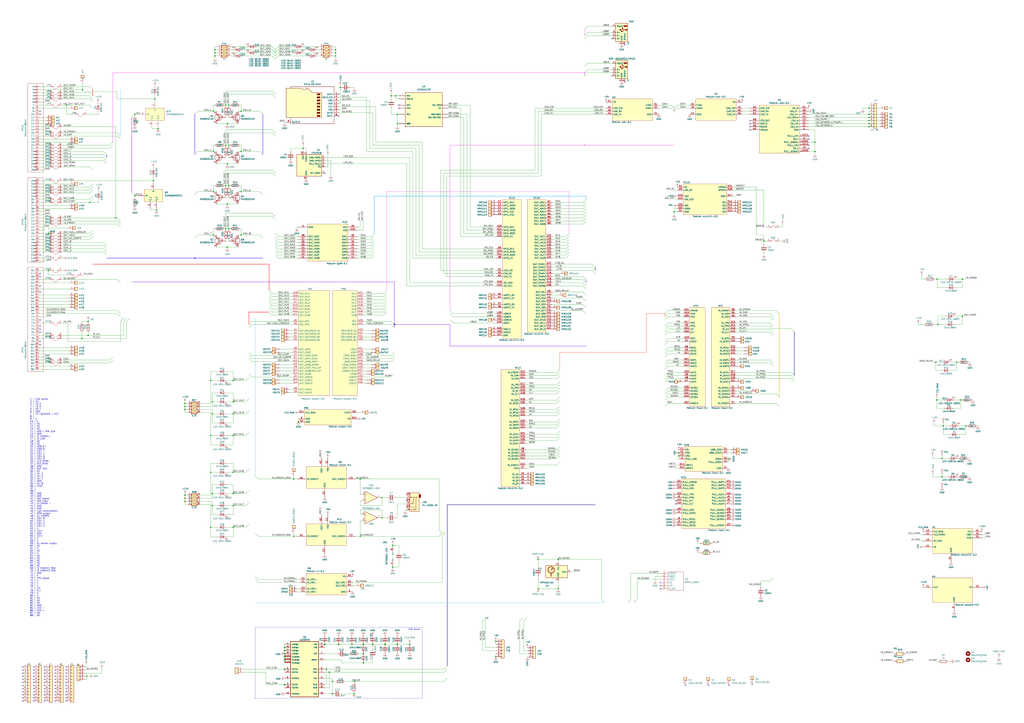
<source format=kicad_sch>
(kicad_sch (version 20210621) (generator eeschema)
  (paper "A1")
  (title_block (title "Hellen88bmw") (rev "A") (company "andreika @ rusEFI.com"))
  (lib_symbols
    (symbol "Amplifier_Operational:MCP6002-xSN" (pin_names (offset 0.127))
      (property "Reference" "U" (at 0 5.08 0))
      (property "Value" "MCP6002-xSN" (at 0 -5.08 0))
      (symbol "MCP6002-xSN_1_1"
        (pin output line (at 7.62 0 180) (length 2.54) (name "~") (number "1"))
        (pin input line (at -7.62 -2.54 0) (length 2.54) (name "-") (number "2"))
        (pin input line (at -7.62 2.54 0) (length 2.54) (name "+") (number "3"))
      )
      (symbol "MCP6002-xSN_2_1"
        (pin input line (at -7.62 2.54 0) (length 2.54) (name "+") (number "5"))
        (pin input line (at -7.62 -2.54 0) (length 2.54) (name "-") (number "6"))
        (pin output line (at 7.62 0 180) (length 2.54) (name "~") (number "7"))
      )
      (symbol "MCP6002-xSN_3_1"
        (pin power_in line (at -2.54 -7.62 90) (length 3.81) (name "V-") (number "4"))
        (pin power_in line (at -2.54 7.62 270) (length 3.81) (name "V+") (number "8"))
      )
    )
    (symbol "Connector:AudioJack3_Switch"
      (property "Reference" "J" (at 0 11.43 0))
      (property "Value" "AudioJack3_Switch" (at 0 8.89 0))
      (symbol "AudioJack3_Switch_1_1"
        (pin passive line (at 5.08 0 180) (length 2.54) (name "~") (number "R"))
        (pin passive line (at 5.08 -2.54 180) (length 2.54) (name "~") (number "RN"))
        (pin passive line (at 5.08 5.08 180) (length 2.54) (name "~") (number "S"))
        (pin passive line (at 5.08 2.54 180) (length 2.54) (name "~") (number "SN"))
        (pin passive line (at 5.08 -5.08 180) (length 2.54) (name "~") (number "T"))
        (pin passive line (at 5.08 -7.62 180) (length 2.54) (name "~") (number "TN"))
      )
    )
    (symbol "Connector:Micro_SD_Card" (pin_names (offset 1.016))
      (property "Reference" "J" (at -16.51 15.24 0))
      (property "Value" "Micro_SD_Card" (at 16.51 15.24 0))
      (symbol "Micro_SD_Card_1_1"
        (pin bidirectional line (at -22.86 7.62 0) (length 3.81) (name "DAT2") (number "1"))
        (pin bidirectional line (at -22.86 5.08 0) (length 3.81) (name "DAT3/CD") (number "2"))
        (pin input line (at -22.86 2.54 0) (length 3.81) (name "CMD") (number "3"))
        (pin power_in line (at -22.86 0 0) (length 3.81) (name "VDD") (number "4"))
        (pin input line (at -22.86 -2.54 0) (length 3.81) (name "CLK") (number "5"))
        (pin power_in line (at -22.86 -5.08 0) (length 3.81) (name "VSS") (number "6"))
        (pin bidirectional line (at -22.86 -7.62 0) (length 3.81) (name "DAT0") (number "7"))
        (pin bidirectional line (at -22.86 -10.16 0) (length 3.81) (name "DAT1") (number "8"))
        (pin passive line (at 20.32 -15.24 180) (length 3.81) (name "SHIELD") (number "9"))
      )
    )
    (symbol "Connector:TestPoint" (pin_numbers hide) (pin_names (offset 0.762) hide)
      (property "Reference" "TP" (at 0 6.858 0))
      (property "Value" "TestPoint" (at 0 5.08 0))
      (symbol "TestPoint_1_1"
        (pin passive line (at 0 0 90) (length 2.54) (name "1") (number "1"))
      )
    )
    (symbol "Connector_Generic:Conn_01x01" (pin_names (offset 1.016) hide)
      (property "Reference" "J" (at 0 2.54 0))
      (property "Value" "Conn_01x01" (at 0 -2.54 0))
      (symbol "Conn_01x01_1_1"
        (pin passive line (at -5.08 0 0) (length 3.81) (name "Pin_1") (number "1"))
      )
    )
    (symbol "Connector_Generic:Conn_01x02" (pin_names (offset 1.016) hide)
      (property "Reference" "J" (at 0 2.54 0))
      (property "Value" "Conn_01x02" (at 0 -5.08 0))
      (symbol "Conn_01x02_1_1"
        (pin passive line (at -5.08 0 0) (length 3.81) (name "Pin_1") (number "1"))
        (pin passive line (at -5.08 -2.54 0) (length 3.81) (name "Pin_2") (number "2"))
      )
    )
    (symbol "Connector_Generic:Conn_01x04" (pin_names (offset 1.016) hide)
      (property "Reference" "J" (at 0 5.08 0))
      (property "Value" "Conn_01x04" (at 0 -7.62 0))
      (symbol "Conn_01x04_1_1"
        (pin passive line (at -5.08 2.54 0) (length 3.81) (name "Pin_1") (number "1"))
        (pin passive line (at -5.08 0 0) (length 3.81) (name "Pin_2") (number "2"))
        (pin passive line (at -5.08 -2.54 0) (length 3.81) (name "Pin_3") (number "3"))
        (pin passive line (at -5.08 -5.08 0) (length 3.81) (name "Pin_4") (number "4"))
      )
    )
    (symbol "Connector_Generic:Conn_01x05" (pin_names (offset 1.016) hide)
      (property "Reference" "J" (at 0 7.62 0))
      (property "Value" "Conn_01x05" (at 0 -7.62 0))
      (symbol "Conn_01x05_1_1"
        (pin passive line (at -5.08 5.08 0) (length 3.81) (name "Pin_1") (number "1"))
        (pin passive line (at -5.08 2.54 0) (length 3.81) (name "Pin_2") (number "2"))
        (pin passive line (at -5.08 0 0) (length 3.81) (name "Pin_3") (number "3"))
        (pin passive line (at -5.08 -2.54 0) (length 3.81) (name "Pin_4") (number "4"))
        (pin passive line (at -5.08 -5.08 0) (length 3.81) (name "Pin_5") (number "5"))
      )
    )
    (symbol "Connector_Generic:Conn_01x06" (pin_names (offset 1.016) hide)
      (property "Reference" "J" (at 0 7.62 0))
      (property "Value" "Conn_01x06" (at 0 -10.16 0))
      (symbol "Conn_01x06_1_1"
        (pin passive line (at -5.08 5.08 0) (length 3.81) (name "Pin_1") (number "1"))
        (pin passive line (at -5.08 2.54 0) (length 3.81) (name "Pin_2") (number "2"))
        (pin passive line (at -5.08 0 0) (length 3.81) (name "Pin_3") (number "3"))
        (pin passive line (at -5.08 -2.54 0) (length 3.81) (name "Pin_4") (number "4"))
        (pin passive line (at -5.08 -5.08 0) (length 3.81) (name "Pin_5") (number "5"))
        (pin passive line (at -5.08 -7.62 0) (length 3.81) (name "Pin_6") (number "6"))
      )
    )
    (symbol "Connector_Generic:Conn_01x08" (pin_names (offset 1.016) hide)
      (property "Reference" "J" (at 0 10.16 0))
      (property "Value" "Conn_01x08" (at 0 -12.7 0))
      (symbol "Conn_01x08_1_1"
        (pin passive line (at -5.08 7.62 0) (length 3.81) (name "Pin_1") (number "1"))
        (pin passive line (at -5.08 5.08 0) (length 3.81) (name "Pin_2") (number "2"))
        (pin passive line (at -5.08 2.54 0) (length 3.81) (name "Pin_3") (number "3"))
        (pin passive line (at -5.08 0 0) (length 3.81) (name "Pin_4") (number "4"))
        (pin passive line (at -5.08 -2.54 0) (length 3.81) (name "Pin_5") (number "5"))
        (pin passive line (at -5.08 -5.08 0) (length 3.81) (name "Pin_6") (number "6"))
        (pin passive line (at -5.08 -7.62 0) (length 3.81) (name "Pin_7") (number "7"))
        (pin passive line (at -5.08 -10.16 0) (length 3.81) (name "Pin_8") (number "8"))
      )
    )
    (symbol "Connector_Generic:Conn_01x12" (pin_names (offset 1.016) hide)
      (property "Reference" "J" (at 0 15.24 0))
      (property "Value" "Conn_01x12" (at 0 -17.78 0))
      (symbol "Conn_01x12_1_1"
        (pin passive line (at -5.08 12.7 0) (length 3.81) (name "Pin_1") (number "1"))
        (pin passive line (at -5.08 -10.16 0) (length 3.81) (name "Pin_10") (number "10"))
        (pin passive line (at -5.08 -12.7 0) (length 3.81) (name "Pin_11") (number "11"))
        (pin passive line (at -5.08 -15.24 0) (length 3.81) (name "Pin_12") (number "12"))
        (pin passive line (at -5.08 10.16 0) (length 3.81) (name "Pin_2") (number "2"))
        (pin passive line (at -5.08 7.62 0) (length 3.81) (name "Pin_3") (number "3"))
        (pin passive line (at -5.08 5.08 0) (length 3.81) (name "Pin_4") (number "4"))
        (pin passive line (at -5.08 2.54 0) (length 3.81) (name "Pin_5") (number "5"))
        (pin passive line (at -5.08 0 0) (length 3.81) (name "Pin_6") (number "6"))
        (pin passive line (at -5.08 -2.54 0) (length 3.81) (name "Pin_7") (number "7"))
        (pin passive line (at -5.08 -5.08 0) (length 3.81) (name "Pin_8") (number "8"))
        (pin passive line (at -5.08 -7.62 0) (length 3.81) (name "Pin_9") (number "9"))
      )
    )
    (symbol "Device:C" (pin_numbers hide) (pin_names (offset 0.254))
      (property "Reference" "C" (at 0.635 2.54 0))
      (property "Value" "C" (at 0.635 -2.54 0))
      (symbol "C_1_1"
        (pin passive line (at 0 3.81 270) (length 2.794) (name "~") (number "1"))
        (pin passive line (at 0 -3.81 90) (length 2.794) (name "~") (number "2"))
      )
    )
    (symbol "Device:D" (pin_numbers hide) (pin_names (offset 1.016) hide)
      (property "Reference" "D" (at 0 2.54 0))
      (property "Value" "D" (at 0 -2.54 0))
      (symbol "D_1_1"
        (pin passive line (at -3.81 0 0) (length 2.54) (name "K") (number "1"))
        (pin passive line (at 3.81 0 180) (length 2.54) (name "A") (number "2"))
      )
    )
    (symbol "Device:LED" (pin_numbers hide) (pin_names (offset 1.016) hide)
      (property "Reference" "D" (at 0 2.54 0))
      (property "Value" "LED" (at 0 -2.54 0))
      (symbol "LED_1_1"
        (pin passive line (at -3.81 0 0) (length 2.54) (name "K") (number "1"))
        (pin passive line (at 3.81 0 180) (length 2.54) (name "A") (number "2"))
      )
    )
    (symbol "Device:Q_NIGBT_GCE" (pin_names (offset 0) hide)
      (property "Reference" "Q" (at 5.08 1.27 0))
      (property "Value" "Q_NIGBT_GCE" (at 5.08 -1.27 0))
      (symbol "Q_NIGBT_GCE_1_1"
        (pin input line (at -5.08 0 0) (length 5.334) (name "G") (number "1"))
        (pin passive line (at 2.54 5.08 270) (length 2.54) (name "C") (number "2"))
        (pin passive line (at 2.54 -5.08 90) (length 2.54) (name "E") (number "3"))
      )
    )
    (symbol "Device:R" (pin_numbers hide) (pin_names (offset 0))
      (property "Reference" "R" (at 2.032 0 90))
      (property "Value" "R" (at 0 0 90))
      (symbol "R_1_1"
        (pin passive line (at 0 3.81 270) (length 1.27) (name "~") (number "1"))
        (pin passive line (at 0 -3.81 90) (length 1.27) (name "~") (number "2"))
      )
    )
    (symbol "Device:R_Pack04" (pin_names (offset 0) hide)
      (property "Reference" "RN" (at -7.62 0 90))
      (property "Value" "R_Pack04" (at 5.08 0 90))
      (symbol "R_Pack04_1_1"
        (pin passive line (at -5.08 -5.08 90) (length 2.54) (name "R1.1") (number "1"))
        (pin passive line (at -2.54 -5.08 90) (length 2.54) (name "R2.1") (number "2"))
        (pin passive line (at 0 -5.08 90) (length 2.54) (name "R3.1") (number "3"))
        (pin passive line (at 2.54 -5.08 90) (length 2.54) (name "R4.1") (number "4"))
        (pin passive line (at 2.54 5.08 270) (length 2.54) (name "R4.2") (number "5"))
        (pin passive line (at 0 5.08 270) (length 2.54) (name "R3.2") (number "6"))
        (pin passive line (at -2.54 5.08 270) (length 2.54) (name "R2.2") (number "7"))
        (pin passive line (at -5.08 5.08 270) (length 2.54) (name "R1.2") (number "8"))
      )
    )
    (symbol "Diode:1N4148WS" (pin_numbers hide) (pin_names (offset 1.016) hide)
      (property "Reference" "D" (at 0 2.54 0))
      (property "Value" "1N4148WS" (at 0 -2.54 0))
      (symbol "1N4148WS_1_1"
        (pin passive line (at -3.81 0 0) (length 2.54) (name "K") (number "1"))
        (pin passive line (at 3.81 0 180) (length 2.54) (name "A") (number "2"))
      )
    )
    (symbol "Jumper:Jumper_2_Open" (pin_names (offset 0) hide)
      (property "Reference" "JP" (at 0 2.794 0))
      (property "Value" "Jumper_2_Open" (at 0 -2.286 0))
      (symbol "Jumper_2_Open_1_1"
        (pin passive line (at -5.08 0 0) (length 2.54) (name "A") (number "1"))
        (pin passive line (at 5.08 0 180) (length 2.54) (name "B") (number "2"))
      )
    )
    (symbol "L6205PD:L6205PD" (pin_names (offset 1.016))
      (property "Reference" "U" (at -10.1854 24.0538 0))
      (property "Value" "L6205PD" (at -10.1854 -25.6794 0))
      (symbol "L6205PD_0_0"
        (pin power_in line (at 17.78 20.32 180) (length 5.08) (name "GND@1") (number "1"))
        (pin power_in line (at 17.78 17.78 180) (length 5.08) (name "GND@2") (number "10"))
        (pin power_in line (at 17.78 15.24 180) (length 5.08) (name "GND@3") (number "11"))
        (pin output line (at 17.78 -2.54 180) (length 5.08) (name "OUT1B") (number "12"))
        (pin power_in line (at 17.78 -20.32 180) (length 5.08) (name "SENSEB") (number "13"))
        (pin input line (at -15.24 -12.7 0) (length 5.08) (name "IN1B") (number "14"))
        (pin input line (at -15.24 -15.24 0) (length 5.08) (name "IN2B") (number "15"))
        (pin bidirectional line (at -15.24 -20.32 0) (length 5.08) (name "ENB") (number "16"))
        (pin passive line (at -15.24 7.62 0) (length 5.08) (name "VBOOT") (number "17"))
        (pin output line (at 17.78 -15.24 180) (length 5.08) (name "OUT2B") (number "18"))
        (pin power_in line (at -15.24 17.78 0) (length 5.08) (name "VSB") (number "19"))
        (pin power_in line (at -15.24 20.32 0) (length 5.08) (name "VSA") (number "2"))
        (pin power_in line (at 17.78 12.7 180) (length 5.08) (name "GND@4") (number "20"))
        (pin output line (at 17.78 -12.7 180) (length 5.08) (name "OUT2A") (number "3"))
        (pin passive line (at -15.24 12.7 0) (length 5.08) (name "VCP") (number "4"))
        (pin bidirectional line (at -15.24 -7.62 0) (length 5.08) (name "ENA") (number "5"))
        (pin input line (at -15.24 0 0) (length 5.08) (name "IN1A") (number "6"))
        (pin input line (at -15.24 -2.54 0) (length 5.08) (name "IN2A") (number "7"))
        (pin power_in line (at 17.78 -7.62 180) (length 5.08) (name "SENSEA") (number "8"))
        (pin output line (at 17.78 0 180) (length 5.08) (name "OUT1A") (number "9"))
        (pin power_in line (at 17.78 10.16 180) (length 5.08) (name "SLUG@1") (number "SLUG1"))
        (pin power_in line (at 17.78 7.62 180) (length 5.08) (name "SLUG@2") (number "SLUG2"))
        (pin power_in line (at 17.78 5.08 180) (length 5.08) (name "SLUG@3") (number "SLUG3"))
      )
    )
    (symbol "LIS2DW12TR:LIS2DW12TR" (pin_numbers hide) (pin_names (offset 1.016))
      (property "Reference" "U" (at -15.24 12.7 0))
      (property "Value" "LIS2DW12TR" (at -15.24 -17.78 0))
      (symbol "LIS2DW12TR_0_0"
        (pin input clock (at -20.32 2.54 0) (length 5.08) (name "SCL/SPC") (number "1"))
        (pin power_in line (at 20.32 7.62 180) (length 5.08) (name "VDD_IO") (number "10"))
        (pin output line (at 20.32 0 180) (length 5.08) (name "INT2") (number "11"))
        (pin output line (at 20.32 2.54 180) (length 5.08) (name "INT1") (number "12"))
        (pin input line (at -20.32 0 0) (length 5.08) (name "CS") (number "2"))
        (pin bidirectional line (at -20.32 -5.08 0) (length 5.08) (name "SDO/SDA0") (number "3"))
        (pin bidirectional line (at -20.32 -7.62 0) (length 5.08) (name "SDA/SDI/SDO") (number "4"))
        (pin power_in line (at 20.32 -12.7 180) (length 5.08) (name "GND") (number "6"))
        (pin passive line (at 20.32 -5.08 180) (length 5.08) (name "RES") (number "7"))
        (pin power_in line (at 20.32 -12.7 180) (length 5.08) (name "GND") (number "8"))
        (pin power_in line (at 20.32 10.16 180) (length 5.08) (name "VDD") (number "9"))
      )
    )
    (symbol "MPX-4_MAP:MPX4_MAP" (pin_names (offset 0.762))
      (property "Reference" "U" (at 0 10.16 0))
      (property "Value" "MPX4_MAP" (at 8.89 0 90))
      (symbol "MPX4_MAP_1_1"
        (pin passive line (at -8.89 6.35 0) (length 6.35) (name "VOUT") (number "1"))
        (pin passive line (at -8.89 3.81 0) (length 6.35) (name "GND") (number "2"))
        (pin passive line (at -8.89 1.27 0) (length 6.35) (name "VCC") (number "3"))
        (pin passive line (at -8.89 -1.27 0) (length 6.35) (name "V1") (number "4"))
        (pin passive line (at -8.89 -3.81 0) (length 6.35) (name "V2") (number "5"))
        (pin passive line (at -8.89 -6.35 0) (length 6.35) (name "V_EX") (number "6"))
      )
    )
    (symbol "Mechanical:MountingHole" (pin_names (offset 1.016))
      (property "Reference" "H" (at 0 5.08 0))
      (property "Value" "MountingHole" (at 0 3.175 0))
    )
    (symbol "Sensor_Pressure:LPS25HB"
      (property "Reference" "U" (at -10.16 8.89 0))
      (property "Value" "LPS25HB" (at 10.16 8.89 0))
      (symbol "LPS25HB_1_1"
        (pin power_in line (at -2.54 10.16 270) (length 2.54) (name "VDDio") (number "1"))
        (pin power_in line (at -5.08 10.16 270) (length 2.54) (name "VDD") (number "10"))
        (pin input line (at 12.7 0 180) (length 2.54) (name "SCL/SCLK") (number "2"))
        (pin passive line (at -2.54 -12.7 90) (length 2.54) hide (name "GND") (number "3"))
        (pin bidirectional line (at 12.7 5.08 180) (length 2.54) (name "SDA/MOSI") (number "4"))
        (pin bidirectional line (at 12.7 2.54 180) (length 2.54) (name "SA0/MISO") (number "5"))
        (pin input line (at 12.7 -2.54 180) (length 2.54) (name "~{CS}") (number "6"))
        (pin output line (at 12.7 -7.62 180) (length 2.54) (name "INT_DRDY") (number "7"))
        (pin power_in line (at -2.54 -12.7 90) (length 2.54) (name "GND") (number "8"))
        (pin passive line (at -2.54 -12.7 90) (length 2.54) hide (name "GND") (number "9"))
      )
    )
    (symbol "Sensor_Pressure:MPXA6115A"
      (property "Reference" "U" (at -10.16 6.35 0))
      (property "Value" "MPXA6115A" (at 1.27 6.35 0))
      (symbol "MPXA6115A_1_1"
        (pin no_connect line (at 5.08 -5.08 90) (length 2.54) hide (name "NC") (number "1"))
        (pin power_in line (at 0 7.62 270) (length 2.54) (name "Vcc") (number "2"))
        (pin power_in line (at 0 -7.62 90) (length 2.54) (name "GND") (number "3"))
        (pin output line (at 10.16 0 180) (length 2.54) (name "Vout") (number "4"))
        (pin no_connect line (at -7.62 -5.08 90) (length 2.54) hide (name "NC") (number "5"))
        (pin no_connect line (at -5.08 -5.08 90) (length 2.54) hide (name "NC") (number "6"))
        (pin no_connect line (at -2.54 -5.08 90) (length 2.54) hide (name "NC") (number "7"))
        (pin no_connect line (at 2.54 -5.08 90) (length 2.54) hide (name "NC") (number "8"))
      )
    )
    (symbol "Switch:SW_SPST" (pin_names (offset 0) hide)
      (property "Reference" "SW" (at 0 3.175 0))
      (property "Value" "SW_SPST" (at 0 -2.54 0))
      (symbol "SW_SPST_1_1"
        (pin passive line (at -5.08 0 0) (length 2.54) (name "A") (number "1"))
        (pin passive line (at 5.08 0 180) (length 2.54) (name "B") (number "2"))
      )
    )
    (symbol "ZXMS6005SGTA:ZXMS6005SGTA" (pin_names (offset 0.762))
      (property "Reference" "Q" (at 21.59 7.62 0))
      (property "Value" "ZXMS6005SGTA" (at 21.59 5.08 0))
      (property "LCSC" "С174042" (at 0 0 0))
      (symbol "ZXMS6005SGTA_0_0"
        (pin passive line (at -12.7 0 0) (length 5.08) (name "IN") (number "1"))
        (pin passive line (at 0 10.16 270) (length 5.08) (name "D") (number "2"))
        (pin passive line (at -2.54 -10.16 90) (length 5.08) (name "S_1") (number "3"))
        (pin passive line (at 2.54 -10.16 90) (length 5.08) (name "S_2") (number "4"))
      )
    )
    (symbol "hellen-one-can-0.1:Module-can-0.1"
      (property "Reference" "M" (at 0 0 0))
      (property "Value" "Module-can-0.1" (at 0 0 0))
      (symbol "Module-can-0.1_1_0"
        (pin passive line (at 38.1 -12.7 180) (length 5.08) (name "GND") (number "E1"))
        (pin passive line (at 38.1 -5.08 180) (length 5.08) (name "CANL") (number "S1"))
        (pin passive line (at 38.1 -7.62 180) (length 5.08) (name "CANH") (number "S2"))
        (pin passive line (at -5.08 -2.54 0) (length 5.08) (name "V5") (number "V1"))
        (pin passive line (at -5.08 -7.62 0) (length 5.08) (name "CAN_VIO") (number "V2"))
        (pin passive line (at -5.08 -12.7 0) (length 5.08) (name "CAN_TX") (number "V5"))
        (pin passive line (at -5.08 -10.16 0) (length 5.08) (name "CAN_RX") (number "V6"))
      )
    )
    (symbol "hellen-one-common:Pad" (pin_numbers hide) (pin_names (offset 1.016) hide)
      (property "Reference" "P" (at 2.54 0 0))
      (symbol "Pad_1_1"
        (pin passive line (at -5.08 0 0) (length 3.81) (name "Pin_1") (number "1"))
      )
    )
    (symbol "hellen-one-common:Pad_1" (pin_numbers hide) (pin_names (offset 1.016) hide)
      (property "Reference" "P" (at 2.54 0 0))
      (symbol "Pad_1_1_1"
        (pin passive line (at -5.08 0 0) (length 3.81) (name "Pin_1") (number "1"))
      )
    )
    (symbol "hellen-one-common:Pad_2" (pin_numbers hide) (pin_names (offset 1.016) hide)
      (property "Reference" "P" (at 2.54 0 0))
      (symbol "Pad_2_1_1"
        (pin passive line (at -5.08 0 0) (length 3.81) (name "Pin_1") (number "1"))
      )
    )
    (symbol "hellen-one-common:Pad_3" (pin_numbers hide) (pin_names (offset 1.016) hide)
      (property "Reference" "P" (at 2.54 0 0))
      (symbol "Pad_3_1_1"
        (pin passive line (at -5.08 0 0) (length 3.81) (name "Pin_1") (number "1"))
      )
    )
    (symbol "hellen-one-common:Pad_33" (pin_numbers hide) (pin_names (offset 1.016) hide)
      (property "Reference" "P" (at 2.54 0 0))
      (symbol "Pad_33_1_1"
        (pin passive line (at -5.08 0 0) (length 3.81) (name "Pin_1") (number "1"))
      )
    )
    (symbol "hellen-one-common:Res" (pin_numbers hide)
      (property "Reference" "R" (at 3.81 2.54 0))
      (property "Value" "Res" (at 5.08 -2.54 0))
      (symbol "Res_1_0"
        (pin passive line (at 0 0 0) (length 2.54) (name "") (number "1"))
        (pin passive line (at 10.16 0 180) (length 2.54) (name "") (number "2"))
      )
    )
    (symbol "hellen-one-common:USB_B_Mini" (pin_names (offset 1.016))
      (property "Reference" "J" (at -5.08 11.43 0))
      (property "Value" "USB_B_Mini" (at -5.08 8.89 0))
      (symbol "USB_B_Mini_1_1"
        (pin power_out line (at 7.62 5.08 180) (length 2.54) (name "VBUS") (number "1"))
        (pin passive line (at 7.62 -2.54 180) (length 2.54) (name "D-") (number "2"))
        (pin passive line (at 7.62 0 180) (length 2.54) (name "D+") (number "3"))
        (pin passive line (at 7.62 -5.08 180) (length 2.54) (name "ID") (number "4"))
        (pin power_out line (at 0 -10.16 90) (length 2.54) (name "GND") (number "5"))
        (pin passive line (at -2.54 -10.16 90) (length 2.54) (name "Shield") (number "6"))
      )
    )
    (symbol "hellen-one-ign8-0.1:Module-ign8-0.1"
      (property "Reference" "M" (at 0 0 0))
      (property "Value" "Module-ign8-0.1" (at 0 0 0))
      (symbol "Module-ign8-0.1_1_0"
        (pin passive line (at 40.64 -2.54 180) (length 7.62) (name "GND") (number "G"))
        (pin passive line (at 40.64 -27.94 180) (length 7.62) (name "OUT_IGN8") (number "S1"))
        (pin passive line (at 40.64 -25.4 180) (length 7.62) (name "OUT_IGN7") (number "S2"))
        (pin passive line (at 40.64 -22.86 180) (length 7.62) (name "OUT_IGN6") (number "S3"))
        (pin passive line (at 40.64 -20.32 180) (length 7.62) (name "OUT_IGN5") (number "S4"))
        (pin passive line (at 40.64 -17.78 180) (length 7.62) (name "OUT_IGN4") (number "S5"))
        (pin passive line (at 40.64 -15.24 180) (length 7.62) (name "OUT_IGN3") (number "S6"))
        (pin passive line (at 40.64 -12.7 180) (length 7.62) (name "OUT_IGN2") (number "S7"))
        (pin passive line (at 40.64 -10.16 180) (length 7.62) (name "OUT_IGN1") (number "S8"))
        (pin passive line (at -7.62 -27.94 0) (length 7.62) (name "IGN8") (number "V1"))
        (pin passive line (at -7.62 -5.08 0) (length 7.62) (name "V33") (number "V10"))
        (pin passive line (at -7.62 -25.4 0) (length 7.62) (name "IGN7") (number "V2"))
        (pin passive line (at -7.62 -22.86 0) (length 7.62) (name "IGN6") (number "V3"))
        (pin passive line (at -7.62 -20.32 0) (length 7.62) (name "IGN5") (number "V4"))
        (pin passive line (at -7.62 -17.78 0) (length 7.62) (name "IGN4") (number "V5"))
        (pin passive line (at -7.62 -15.24 0) (length 7.62) (name "IGN3") (number "V6"))
        (pin passive line (at -7.62 -12.7 0) (length 7.62) (name "IGN2") (number "V7"))
        (pin passive line (at -7.62 -10.16 0) (length 7.62) (name "IGN1") (number "V8"))
        (pin passive line (at -7.62 -2.54 0) (length 7.62) (name "VCC") (number "V9"))
      )
    )
    (symbol "hellen-one-input-0.1:Module-input-0.1"
      (property "Reference" "M" (at 0 0 0))
      (property "Value" "Module-input-0.1" (at 0 0 0))
      (symbol "Module-input-0.1_1_0"
        (pin passive line (at 17.78 -53.34 180) (length 5.08) (name "AUX1") (number "N10"))
        (pin passive line (at 17.78 -38.1 180) (length 5.08) (name "RES3") (number "N11"))
        (pin passive line (at 17.78 -48.26 180) (length 5.08) (name "MAP3") (number "N12"))
        (pin passive line (at 17.78 -45.72 180) (length 5.08) (name "MAP2") (number "N13"))
        (pin passive line (at 17.78 -43.18 180) (length 5.08) (name "MAP1") (number "N14"))
        (pin passive line (at 17.78 -17.78 180) (length 5.08) (name "IAT") (number "N15"))
        (pin passive line (at 17.78 -20.32 180) (length 5.08) (name "CLT") (number "N16"))
        (pin passive line (at 17.78 -12.7 180) (length 5.08) (name "TPS") (number "N17"))
        (pin passive line (at 17.78 -25.4 180) (length 5.08) (name "O2S") (number "N18"))
        (pin passive line (at 17.78 -5.08 180) (length 5.08) (name "CAM") (number "N19"))
        (pin passive line (at 17.78 -7.62 180) (length 5.08) (name "VSS") (number "N20"))
        (pin passive line (at 17.78 -2.54 180) (length 5.08) (name "CRANK") (number "N21"))
        (pin passive line (at 17.78 -78.74 180) (length 5.08) (name "KNOCK") (number "N22"))
        (pin passive line (at 17.78 -73.66 180) (length 5.08) (name "SENS4") (number "N23"))
        (pin passive line (at 17.78 -71.12 180) (length 5.08) (name "SENS3") (number "N24"))
        (pin passive line (at 17.78 -68.58 180) (length 5.08) (name "SENS2") (number "N25"))
        (pin passive line (at 17.78 -66.04 180) (length 5.08) (name "SENS1") (number "N26"))
        (pin passive line (at 17.78 -35.56 180) (length 5.08) (name "RES2") (number "N3"))
        (pin passive line (at 17.78 -27.94 180) (length 5.08) (name "O2S2") (number "N4"))
        (pin passive line (at 17.78 -15.24 180) (length 5.08) (name "PPS") (number "N5"))
        (pin passive line (at 17.78 -33.02 180) (length 5.08) (name "RES1") (number "N6"))
        (pin passive line (at 17.78 -60.96 180) (length 5.08) (name "AUX4") (number "N7"))
        (pin passive line (at 17.78 -58.42 180) (length 5.08) (name "AUX3") (number "N8"))
        (pin passive line (at 17.78 -55.88 180) (length 5.08) (name "AUX2") (number "N9"))
      )
      (symbol "Module-input-0.1_2_0"
        (pin passive line (at 35.56 -17.78 180) (length 5.08) (name "GND") (number "E1"))
        (pin passive line (at -5.08 -2.54 0) (length 5.08) (name "V5") (number "E2"))
        (pin passive line (at 35.56 -5.08 180) (length 5.08) (name "WBO_O2S2") (number "E3"))
        (pin passive line (at 35.56 -2.54 180) (length 5.08) (name "WBO_O2S") (number "E4"))
        (pin passive line (at -5.08 -7.62 0) (length 5.08) (name "V5A") (number "E5"))
        (pin passive line (at -5.08 -10.16 0) (length 5.08) (name "PULL_V5A") (number "J1"))
        (pin passive line (at 35.56 -12.7 180) (length 5.08) (name "PULL_GNDA") (number "J2"))
        (pin passive line (at -5.08 -5.08 0) (length 5.08) (name "V5A") (number "N1"))
        (pin passive line (at 35.56 -10.16 180) (length 5.08) (name "GNDA") (number "N2"))
        (pin passive line (at -5.08 -17.78 0) (length 5.08) (name "VREF2") (number "S13"))
        (pin passive line (at -5.08 -15.24 0) (length 5.08) (name "VREF1") (number "S14"))
      )
      (symbol "Module-input-0.1_3_0"
        (pin passive line (at -5.08 -66.04 0) (length 5.08) (name "IN_SENS1") (number "S1"))
        (pin passive line (at -5.08 -12.7 0) (length 5.08) (name "IN_TPS") (number "S10"))
        (pin passive line (at -5.08 -43.18 0) (length 5.08) (name "IN_MAP1") (number "S11"))
        (pin passive line (at -5.08 -45.72 0) (length 5.08) (name "IN_MAP2") (number "S12"))
        (pin passive line (at -5.08 -20.32 0) (length 5.08) (name "IN_CLT") (number "S15"))
        (pin passive line (at -5.08 -17.78 0) (length 5.08) (name "IN_IAT") (number "S16"))
        (pin passive line (at -5.08 -53.34 0) (length 5.08) (name "IN_AUX1") (number "S17"))
        (pin passive line (at -5.08 -55.88 0) (length 5.08) (name "IN_AUX2") (number "S18"))
        (pin passive line (at -5.08 -48.26 0) (length 5.08) (name "IN_MAP3") (number "S19"))
        (pin passive line (at -5.08 -68.58 0) (length 5.08) (name "IN_SENS2") (number "S2"))
        (pin passive line (at -5.08 -58.42 0) (length 5.08) (name "IN_AUX3") (number "S20"))
        (pin passive line (at -5.08 -60.96 0) (length 5.08) (name "IN_AUX4") (number "S21"))
        (pin passive line (at -5.08 -38.1 0) (length 5.08) (name "IN_RES3") (number "S22"))
        (pin passive line (at -5.08 -33.02 0) (length 5.08) (name "IN_RES1") (number "S23"))
        (pin passive line (at -5.08 -15.24 0) (length 5.08) (name "IN_PPS") (number "S24"))
        (pin passive line (at -5.08 -27.94 0) (length 5.08) (name "IN_O2S2") (number "S25"))
        (pin passive line (at -5.08 -35.56 0) (length 5.08) (name "IN_RES2") (number "S26"))
        (pin passive line (at -5.08 -71.12 0) (length 5.08) (name "IN_SENS3") (number "S3"))
        (pin passive line (at -5.08 -73.66 0) (length 5.08) (name "IN_SENS4") (number "S4"))
        (pin passive line (at -5.08 -5.08 0) (length 5.08) (name "IN_CAM") (number "S5"))
        (pin passive line (at -5.08 -7.62 0) (length 5.08) (name "IN_VSS") (number "S6"))
        (pin passive line (at -5.08 -78.74 0) (length 5.08) (name "IN_KNOCK") (number "S7"))
        (pin passive line (at -5.08 -2.54 0) (length 5.08) (name "IN_CRANK") (number "S8"))
        (pin passive line (at -5.08 -25.4 0) (length 5.08) (name "IN_O2S") (number "S9"))
      )
      (symbol "Module-input-0.1_4_0"
        (pin passive line (at 40.64 -12.7 180) (length 5.08) (name "PULL_AUX1") (number "J10"))
        (pin passive line (at -5.08 -38.1 0) (length 5.08) (name "PULL_RES3") (number "J11"))
        (pin passive line (at 40.64 -7.62 180) (length 5.08) (name "PULL_MAP3") (number "J12"))
        (pin passive line (at 40.64 -5.08 180) (length 5.08) (name "PULL_MAP2") (number "J13"))
        (pin passive line (at 40.64 -2.54 180) (length 5.08) (name "PULL_MAP1") (number "J14"))
        (pin passive line (at -5.08 -17.78 0) (length 5.08) (name "PULL_IAT") (number "J15"))
        (pin passive line (at -5.08 -20.32 0) (length 5.08) (name "PULL_CLT") (number "J16"))
        (pin passive line (at -5.08 -5.08 0) (length 5.08) (name "PULL_CAM") (number "J17"))
        (pin passive line (at -5.08 -7.62 0) (length 5.08) (name "PULL_VSS") (number "J18"))
        (pin passive line (at -5.08 -12.7 0) (length 5.08) (name "PULL_TPS") (number "J19"))
        (pin passive line (at -5.08 -25.4 0) (length 5.08) (name "PULL_O2S") (number "J20"))
        (pin passive line (at -5.08 -2.54 0) (length 5.08) (name "PULL_CRANK") (number "J21"))
        (pin passive line (at 40.64 -38.1 180) (length 5.08) (name "PULL_KNOCK") (number "J22"))
        (pin passive line (at 40.64 -33.02 180) (length 5.08) (name "PULL_SENS4") (number "J23"))
        (pin passive line (at 40.64 -30.48 180) (length 5.08) (name "PULL_SENS3") (number "J24"))
        (pin passive line (at 40.64 -27.94 180) (length 5.08) (name "PULL_SENS2") (number "J25"))
        (pin passive line (at 40.64 -25.4 180) (length 5.08) (name "PULL_SENS1") (number "J26"))
        (pin passive line (at -5.08 -35.56 0) (length 5.08) (name "PULL_RES2") (number "J3"))
        (pin passive line (at -5.08 -27.94 0) (length 5.08) (name "PULL_O2S2") (number "J4"))
        (pin passive line (at -5.08 -15.24 0) (length 5.08) (name "PULL_PPS") (number "J5"))
        (pin passive line (at -5.08 -33.02 0) (length 5.08) (name "PULL_RES1") (number "J6"))
        (pin passive line (at 40.64 -20.32 180) (length 5.08) (name "PULL_AUX4") (number "J7"))
        (pin passive line (at 40.64 -17.78 180) (length 5.08) (name "PULL_AUX3") (number "J8"))
        (pin passive line (at 40.64 -15.24 180) (length 5.08) (name "PULL_AUX2") (number "J9"))
      )
    )
    (symbol "hellen-one-knock-0.1:Module-knock-0.1"
      (property "Reference" "M" (at 0 0 0))
      (property "Value" "Module-knock-0.1" (at 0 0 0))
      (symbol "Module-knock-0.1_1_0"
        (pin passive line (at 17.78 7.62 270) (length 7.62) (name "V5A") (number "E1"))
        (pin passive line (at 15.24 -25.4 90) (length 7.62) (name "GND") (number "E2"))
        (pin passive line (at 40.64 -10.16 180) (length 7.62) (name "OUT_KNOCK") (number "E3"))
        (pin passive line (at -7.62 -10.16 0) (length 7.62) (name "IN_KNOCK") (number "W1"))
        (pin passive line (at 12.7 7.62 270) (length 7.62) (name "VREF") (number "W2"))
      )
    )
    (symbol "hellen-one-mcu-000.5:Module-mcu-0.5"
      (property "Reference" "M" (at 0 0 0))
      (property "Value" "Module-mcu-0.5" (at 0 0 0))
      (symbol "Module-mcu-0.5_1_0"
        (pin passive line (at 20.32 -2.54 180) (length 5.08) (name "SPI1_SCK") (number "E1"))
        (pin passive line (at 20.32 -5.08 180) (length 5.08) (name "SPI1_MISO") (number "E2"))
        (pin passive line (at 20.32 -7.62 180) (length 5.08) (name "SPI1_MOSI") (number "E3"))
        (pin passive line (at 20.32 -10.16 180) (length 5.08) (name "SPI1_CS1") (number "E4"))
        (pin passive line (at 20.32 -12.7 180) (length 5.08) (name "SPI1_CS2") (number "E5"))
        (pin passive line (at 20.32 -58.42 180) (length 5.08) (name "CAN_VIO") (number "N1"))
        (pin passive line (at 20.32 -43.18 180) (length 5.08) (name "SPI3_MISO") (number "N10"))
        (pin passive line (at 20.32 -45.72 180) (length 5.08) (name "SPI3_MOSI") (number "N11"))
        (pin passive line (at 20.32 -68.58 180) (length 5.08) (name "I2C_SDA") (number "N18"))
        (pin passive line (at 20.32 -71.12 180) (length 5.08) (name "I2C_SCL") (number "N19"))
        (pin passive line (at 20.32 -60.96 180) (length 5.08) (name "CAN_RX") (number "N2"))
        (pin passive line (at 20.32 -22.86 180) (length 5.08) (name "SPI2_SCK") (number "N20"))
        (pin passive line (at 20.32 -25.4 180) (length 5.08) (name "SPI2_MISO") (number "N21"))
        (pin passive line (at 20.32 -27.94 180) (length 5.08) (name "SPI2_MOSI") (number "N22"))
        (pin passive line (at 20.32 -30.48 180) (length 5.08) (name "SPI2_CS") (number "N23"))
        (pin passive line (at 20.32 -106.68 180) (length 5.08) (name "SWCLK") (number "N25"))
        (pin passive line (at 20.32 -109.22 180) (length 5.08) (name "SWDIO") (number "N26"))
        (pin passive line (at 20.32 -111.76 180) (length 5.08) (name "SWO") (number "N27"))
        (pin passive line (at 20.32 -101.6 180) (length 5.08) (name "VBUS") (number "N29"))
        (pin passive line (at 20.32 -63.5 180) (length 5.08) (name "CAN_TX") (number "N3"))
        (pin passive line (at 20.32 -93.98 180) (length 5.08) (name "USB1P") (number "N30"))
        (pin passive line (at 20.32 -96.52 180) (length 5.08) (name "USB1M") (number "N31"))
        (pin passive line (at 20.32 -99.06 180) (length 5.08) (name "USB1ID") (number "N32"))
        (pin passive line (at 20.32 -81.28 180) (length 5.08) (name "UART1_TX") (number "N4"))
        (pin passive line (at 20.32 -78.74 180) (length 5.08) (name "UART1_RX") (number "N5"))
        (pin passive line (at 20.32 -88.9 180) (length 5.08) (name "UART2_TX") (number "N6"))
        (pin passive line (at 20.32 -86.36 180) (length 5.08) (name "UART2_RX") (number "N7"))
        (pin passive line (at 20.32 -48.26 180) (length 5.08) (name "SPI3_CS") (number "N8"))
        (pin passive line (at 20.32 -40.64 180) (length 5.08) (name "SPI3_SCK") (number "N9"))
      )
      (symbol "Module-mcu-0.5_2_0"
        (pin passive line (at 20.32 -99.06 180) (length 5.08) (name "OUT_IO10") (number "E10"))
        (pin passive line (at 20.32 -96.52 180) (length 5.08) (name "OUT_IO9") (number "E11"))
        (pin passive line (at 20.32 -78.74 180) (length 5.08) (name "OUT_IO2") (number "E12"))
        (pin passive line (at 20.32 -104.14 180) (length 5.08) (name "OUT_IO12") (number "E13"))
        (pin passive line (at 20.32 -55.88 180) (length 5.08) (name "OUT_PWM2") (number "E14"))
        (pin passive line (at 20.32 -58.42 180) (length 5.08) (name "OUT_PWM3") (number "E15"))
        (pin passive line (at 20.32 -60.96 180) (length 5.08) (name "OUT_PWM4") (number "E16"))
        (pin passive line (at 20.32 -63.5 180) (length 5.08) (name "OUT_PWM5") (number "E17"))
        (pin passive line (at 20.32 -66.04 180) (length 5.08) (name "OUT_PWM6") (number "E18"))
        (pin passive line (at 20.32 -68.58 180) (length 5.08) (name "OUT_PWM7") (number "E19"))
        (pin passive line (at 20.32 -101.6 180) (length 5.08) (name "OUT_IO11") (number "E20"))
        (pin passive line (at 20.32 -91.44 180) (length 5.08) (name "OUT_IO7") (number "E21"))
        (pin passive line (at 20.32 -93.98 180) (length 5.08) (name "OUT_IO8") (number "E22"))
        (pin passive line (at 20.32 -83.82 180) (length 5.08) (name "OUT_IO4") (number "E23"))
        (pin passive line (at 20.32 -106.68 180) (length 5.08) (name "OUT_IO13") (number "E24"))
        (pin passive line (at 20.32 -30.48 180) (length 5.08) (name "OUT_INJ1") (number "E25"))
        (pin passive line (at 20.32 -33.02 180) (length 5.08) (name "OUT_INJ2") (number "E26"))
        (pin passive line (at 20.32 -53.34 180) (length 5.08) (name "OUT_PWM1") (number "E27"))
        (pin passive line (at 20.32 -71.12 180) (length 5.08) (name "OUT_PWM8") (number "E28"))
        (pin passive line (at 20.32 -35.56 180) (length 5.08) (name "OUT_INJ3") (number "E29"))
        (pin passive line (at 20.32 -38.1 180) (length 5.08) (name "OUT_INJ4") (number "E30"))
        (pin passive line (at 20.32 -40.64 180) (length 5.08) (name "OUT_INJ5") (number "E31"))
        (pin passive line (at 20.32 -43.18 180) (length 5.08) (name "OUT_INJ6") (number "E32"))
        (pin passive line (at 20.32 -45.72 180) (length 5.08) (name "OUT_INJ7") (number "E33"))
        (pin passive line (at 20.32 -48.26 180) (length 5.08) (name "OUT_INJ8") (number "E34"))
        (pin passive line (at 20.32 -81.28 180) (length 5.08) (name "OUT_IO3") (number "E6"))
        (pin passive line (at 20.32 -86.36 180) (length 5.08) (name "OUT_IO5") (number "E7"))
        (pin passive line (at 20.32 -76.2 180) (length 5.08) (name "OUT_IO1") (number "E8"))
        (pin passive line (at 20.32 -88.9 180) (length 5.08) (name "OUT_IO6") (number "E9"))
        (pin passive line (at 20.32 -2.54 180) (length 5.08) (name "OUT_IGN1") (number "W1"))
        (pin passive line (at 20.32 -5.08 180) (length 5.08) (name "OUT_IGN2") (number "W2"))
        (pin passive line (at 20.32 -7.62 180) (length 5.08) (name "OUT_IGN3") (number "W3"))
        (pin passive line (at 20.32 -10.16 180) (length 5.08) (name "OUT_IGN4") (number "W4"))
        (pin passive line (at 20.32 -12.7 180) (length 5.08) (name "OUT_IGN5") (number "W5"))
        (pin passive line (at 20.32 -15.24 180) (length 5.08) (name "OUT_IGN6") (number "W6"))
        (pin passive line (at 20.32 -17.78 180) (length 5.08) (name "OUT_IGN7") (number "W7"))
        (pin passive line (at 20.32 -20.32 180) (length 5.08) (name "OUT_IGN8") (number "W8"))
      )
      (symbol "Module-mcu-0.5_3_0"
        (pin passive line (at -5.08 -71.12 0) (length 5.08) (name "IN_SENS3") (number "S10"))
        (pin passive line (at -5.08 -73.66 0) (length 5.08) (name "IN_SENS4") (number "S11"))
        (pin passive line (at -5.08 -78.74 0) (length 5.08) (name "IN_KNOCK") (number "S12"))
        (pin passive line (at -5.08 -2.54 0) (length 5.08) (name "IN_CRANK") (number "S13"))
        (pin passive line (at -5.08 -7.62 0) (length 5.08) (name "IN_VSS") (number "S14"))
        (pin passive line (at -5.08 -5.08 0) (length 5.08) (name "IN_CAM") (number "S15"))
        (pin passive line (at -5.08 -25.4 0) (length 5.08) (name "IN_O2S") (number "S16"))
        (pin passive line (at -5.08 -12.7 0) (length 5.08) (name "IN_TPS") (number "S17"))
        (pin passive line (at -5.08 -20.32 0) (length 5.08) (name "IN_CLT") (number "S18"))
        (pin passive line (at -5.08 -17.78 0) (length 5.08) (name "IN_IAT") (number "S19"))
        (pin passive line (at -5.08 -43.18 0) (length 5.08) (name "IN_MAP1") (number "S20"))
        (pin passive line (at -5.08 -45.72 0) (length 5.08) (name "IN_MAP2") (number "S21"))
        (pin passive line (at -5.08 -48.26 0) (length 5.08) (name "IN_MAP3") (number "S22"))
        (pin passive line (at -5.08 -38.1 0) (length 5.08) (name "IN_RES3") (number "S23"))
        (pin passive line (at -5.08 -53.34 0) (length 5.08) (name "IN_AUX1") (number "S24"))
        (pin passive line (at -5.08 -55.88 0) (length 5.08) (name "IN_AUX2") (number "S25"))
        (pin passive line (at -5.08 -58.42 0) (length 5.08) (name "IN_AUX3") (number "S26"))
        (pin passive line (at -5.08 -60.96 0) (length 5.08) (name "IN_AUX4") (number "S27"))
        (pin passive line (at -5.08 -33.02 0) (length 5.08) (name "IN_RES1") (number "S28"))
        (pin passive line (at -5.08 -15.24 0) (length 5.08) (name "IN_PPS") (number "S29"))
        (pin passive line (at -5.08 -86.36 0) (length 5.08) (name "IN_D1") (number "S3"))
        (pin passive line (at -5.08 -27.94 0) (length 5.08) (name "IN_O2S2") (number "S30"))
        (pin passive line (at -5.08 -35.56 0) (length 5.08) (name "IN_RES2") (number "S31"))
        (pin passive line (at -5.08 -88.9 0) (length 5.08) (name "IN_D2") (number "S4"))
        (pin passive line (at -5.08 -91.44 0) (length 5.08) (name "IN_D3") (number "S5"))
        (pin passive line (at -5.08 -93.98 0) (length 5.08) (name "IN_D4") (number "S6"))
        (pin passive line (at -5.08 -81.28 0) (length 5.08) (name "VIGN") (number "S7"))
        (pin passive line (at -5.08 -66.04 0) (length 5.08) (name "IN_SENS1") (number "S8"))
        (pin passive line (at -5.08 -68.58 0) (length 5.08) (name "IN_SENS2") (number "S9"))
      )
      (symbol "Module-mcu-0.5_4_0"
        (pin passive line (at 40.64 -15.24 180) (length 5.08) (name "IO1") (number "N12"))
        (pin passive line (at 40.64 -17.78 180) (length 5.08) (name "IO2") (number "N13"))
        (pin passive line (at 40.64 -20.32 180) (length 5.08) (name "IO3") (number "N14"))
        (pin passive line (at 40.64 -22.86 180) (length 5.08) (name "IO4") (number "N15"))
        (pin passive line (at -5.08 -10.16 0) (length 5.08) (name "V33") (number "N16"))
        (pin passive line (at 40.64 -10.16 180) (length 5.08) (name "VBAT") (number "N17"))
        (pin passive line (at 40.64 -2.54 180) (length 5.08) (name "nReset") (number "N24"))
        (pin passive line (at 40.64 -5.08 180) (length 5.08) (name "BOOT0") (number "N28"))
        (pin passive line (at -5.08 -2.54 0) (length 5.08) (name "V5") (number "S1"))
        (pin passive line (at -5.08 -22.86 0) (length 5.08) (name "GND") (number "S2"))
        (pin passive line (at -5.08 -20.32 0) (length 5.08) (name "GNDA") (number "S32"))
        (pin passive line (at -5.08 -17.78 0) (length 5.08) (name "V5A") (number "S33"))
        (pin passive line (at -5.08 -12.7 0) (length 5.08) (name "IGN_V33") (number "W10"))
        (pin passive line (at -5.08 -5.08 0) (length 5.08) (name "IGN_V5") (number "W9"))
      )
    )
    (symbol "hellen-one-output-0.2:Module-output-0.2"
      (property "Reference" "M" (at 0 0 0))
      (property "Value" "Module-output-0.2" (at 0 0 0))
      (symbol "Module-output-0.2_1_0"
        (pin passive line (at -5.08 -7.62 0) (length 5.08) (name "GND") (number "G"))
        (pin passive line (at -5.08 -2.54 0) (length 5.08) (name "V12_RAW") (number "S11"))
        (pin passive line (at -5.08 -10.16 0) (length 5.08) (name "GND") (number "S3"))
        (pin passive line (at 43.18 -7.62 180) (length 5.08) (name "V5") (number "W14"))
        (pin passive line (at 43.18 -2.54 180) (length 5.08) (name "V12P") (number "W5"))
      )
      (symbol "Module-output-0.2_2_0"
        (pin passive line (at -5.08 -20.32 0) (length 5.08) (name "INJ8") (number "W15"))
        (pin passive line (at -5.08 -17.78 0) (length 5.08) (name "INJ7") (number "W16"))
        (pin passive line (at -5.08 -15.24 0) (length 5.08) (name "INJ6") (number "W17"))
        (pin passive line (at -5.08 -12.7 0) (length 5.08) (name "INJ5") (number "W18"))
        (pin passive line (at -5.08 -10.16 0) (length 5.08) (name "INJ4") (number "W19"))
        (pin passive line (at -5.08 -7.62 0) (length 5.08) (name "INJ3") (number "W20"))
        (pin passive line (at -5.08 -48.26 0) (length 5.08) (name "LOW1") (number "W21"))
        (pin passive line (at -5.08 -27.94 0) (length 5.08) (name "PP2") (number "W22"))
        (pin passive line (at -5.08 -5.08 0) (length 5.08) (name "INJ2") (number "W23"))
        (pin passive line (at -5.08 -2.54 0) (length 5.08) (name "INJ1") (number "W24"))
        (pin passive line (at -5.08 -60.96 0) (length 5.08) (name "LOW6_DIODE") (number "W25"))
        (pin passive line (at -5.08 -71.12 0) (length 5.08) (name "LOW10") (number "W26"))
        (pin passive line (at -5.08 -68.58 0) (length 5.08) (name "LOW9") (number "W27"))
        (pin passive line (at -5.08 -25.4 0) (length 5.08) (name "PP1") (number "W28"))
        (pin passive line (at -5.08 -50.8 0) (length 5.08) (name "LOW2") (number "W29"))
        (pin passive line (at -5.08 -40.64 0) (length 5.08) (name "SOLENOID_B2") (number "W30"))
        (pin passive line (at -5.08 -38.1 0) (length 5.08) (name "SOLENOID_B1") (number "W31"))
        (pin passive line (at -5.08 -35.56 0) (length 5.08) (name "SOLENOID_A2") (number "W32"))
        (pin passive line (at -5.08 -33.02 0) (length 5.08) (name "SOLENOID_A1") (number "W33"))
        (pin passive line (at -5.08 -55.88 0) (length 5.08) (name "LOW4_DUAL") (number "W34"))
        (pin passive line (at -5.08 -73.66 0) (length 5.08) (name "LOW11") (number "W35"))
        (pin passive line (at -5.08 -76.2 0) (length 5.08) (name "LOW12") (number "W36"))
        (pin passive line (at -5.08 -66.04 0) (length 5.08) (name "LOW8_HIGH2") (number "W37"))
        (pin passive line (at -5.08 -53.34 0) (length 5.08) (name "LOW3_DUAL") (number "W38"))
        (pin passive line (at -5.08 -63.5 0) (length 5.08) (name "LOW7_HIGH1") (number "W39"))
        (pin passive line (at -5.08 -58.42 0) (length 5.08) (name "LOW5_MAIN") (number "W40"))
      )
      (symbol "Module-output-0.2_3_0"
        (pin passive line (at 30.48 -33.02 180) (length 5.08) (name "OUT_SOLENOID_A1") (number "S1"))
        (pin passive line (at 30.48 -73.66 180) (length 5.08) (name "OUT_LOW11") (number "S10"))
        (pin passive line (at 30.48 -66.04 180) (length 5.08) (name "OUT_LOW8_PULLUP") (number "S12"))
        (pin passive line (at 30.48 -76.2 180) (length 5.08) (name "OUT_LOW12") (number "S13"))
        (pin passive line (at 30.48 -68.58 180) (length 5.08) (name "OUT_LOW9") (number "S14"))
        (pin passive line (at 30.48 -15.24 180) (length 5.08) (name "OUT_INJ6") (number "S15"))
        (pin passive line (at 30.48 -5.08 180) (length 5.08) (name "OUT_INJ2") (number "S16"))
        (pin passive line (at 30.48 -7.62 180) (length 5.08) (name "OUT_INJ3") (number "S17"))
        (pin passive line (at 30.48 -2.54 180) (length 5.08) (name "OUT_INJ1") (number "S18"))
        (pin passive line (at 30.48 -35.56 180) (length 5.08) (name "OUT_SOLENOID_A2") (number "S2"))
        (pin passive line (at 30.48 -38.1 180) (length 5.08) (name "OUT_SOLENOID_B1") (number "S4"))
        (pin passive line (at 30.48 -40.64 180) (length 5.08) (name "OUT_SOLENOID_B2") (number "S5"))
        (pin passive line (at 30.48 -27.94 180) (length 5.08) (name "OUT_PP2") (number "S6"))
        (pin passive line (at 30.48 -53.34 180) (length 5.08) (name "OUT_LOW3_DUAL") (number "S7"))
        (pin passive line (at 30.48 -48.26 180) (length 5.08) (name "OUT_LOW1") (number "S8"))
        (pin passive line (at 30.48 -83.82 180) (length 5.08) (name "OUT_HIGH2") (number "S9"))
        (pin passive line (at 30.48 -50.8 180) (length 5.08) (name "OUT_LOW2") (number "W1"))
        (pin passive line (at 30.48 -12.7 180) (length 5.08) (name "OUT_INJ5") (number "W10"))
        (pin passive line (at 30.48 -20.32 180) (length 5.08) (name "OUT_INJ8") (number "W11"))
        (pin passive line (at 30.48 -17.78 180) (length 5.08) (name "OUT_INJ7") (number "W12"))
        (pin passive line (at 30.48 -58.42 180) (length 5.08) (name "OUT_LOW5_MAIN") (number "W13"))
        (pin passive line (at 30.48 -71.12 180) (length 5.08) (name "OUT_LOW10") (number "W2"))
        (pin passive line (at 30.48 -60.96 180) (length 5.08) (name "OUT_LOW6_DIODE") (number "W3"))
        (pin passive line (at 30.48 -55.88 180) (length 5.08) (name "OUT_LOW4_DUAL") (number "W4"))
        (pin passive line (at 30.48 -25.4 180) (length 5.08) (name "OUT_PP1") (number "W6"))
        (pin passive line (at 30.48 -10.16 180) (length 5.08) (name "OUT_INJ4") (number "W7"))
        (pin passive line (at 30.48 -81.28 180) (length 5.08) (name "OUT_HIGH1") (number "W8"))
        (pin passive line (at 30.48 -63.5 180) (length 5.08) (name "OUT_LOW7_PULLUP") (number "W9"))
      )
    )
    (symbol "hellen-one-power12-0.2:Module-power12-0.2"
      (property "Reference" "M" (at 0 0 0))
      (property "Value" "Module-power12-0.2" (at 0 0 0))
      (symbol "Module-power12-0.2_1_0"
        (pin passive line (at -7.62 -15.24 0) (length 7.62) (name "V5") (number "E1"))
        (pin passive line (at -7.62 -2.54 0) (length 7.62) (name "V12_RAW") (number "E2"))
        (pin passive line (at 15.24 -27.94 90) (length 7.62) (name "GND") (number "S1"))
        (pin passive line (at 40.64 -2.54 180) (length 7.62) (name "V12") (number "V1"))
        (pin passive line (at 40.64 -5.08 180) (length 7.62) (name "VBAT") (number "V2"))
        (pin passive line (at -7.62 -10.16 0) (length 7.62) (name "IN_VIGN") (number "V3"))
        (pin passive line (at -7.62 -5.08 0) (length 7.62) (name "V12_PERM") (number "V4"))
        (pin passive line (at 40.64 -7.62 180) (length 7.62) (name "VIGN") (number "V5"))
      )
    )
    (symbol "hellen-one-power5-0.2:Module-power5-0.2"
      (property "Reference" "M" (at 0 0 0))
      (property "Value" "Module-power5-0.2" (at 0 0 0))
      (symbol "Module-power5-0.2_1_0"
        (pin passive line (at 17.78 -27.94 90) (length 7.62) (name "GND") (number "G"))
        (pin passive line (at -7.62 -7.62 0) (length 7.62) (name "V12") (number "V1"))
        (pin passive line (at 40.64 -7.62 180) (length 7.62) (name "V5") (number "V2"))
      )
    )
    (symbol "hellen-one-vr-0.1:Module-vr-0.1"
      (property "Reference" "M" (at 0 0 0))
      (property "Value" "Module-vr-0.1" (at 0 0 0))
      (symbol "Module-vr-0.1_1_0"
        (pin passive line (at -5.08 -7.62 0) (length 5.08) (name "IN_VR1-") (number "E1"))
        (pin passive line (at -5.08 -5.08 0) (length 5.08) (name "IN_VR1+") (number "E2"))
        (pin passive line (at -5.08 -12.7 0) (length 5.08) (name "IN_VR2+") (number "E3"))
        (pin passive line (at -5.08 -15.24 0) (length 5.08) (name "IN_VR2-") (number "E4"))
        (pin passive line (at 38.1 -15.24 180) (length 5.08) (name "GND") (number "G"))
        (pin passive line (at 38.1 -2.54 180) (length 5.08) (name "V5") (number "N1"))
        (pin passive line (at 38.1 -10.16 180) (length 5.08) (name "OUT_VR2") (number "W1"))
        (pin passive line (at 38.1 -7.62 180) (length 5.08) (name "OUT_VR1") (number "W2"))
      )
    )
    (symbol "hellen-one-wbo-0.2:Module-wbo-0.2"
      (property "Reference" "M" (at 1.27 1.27 0))
      (property "Value" "Module-wbo-0.2" (at 8.89 -40.64 0))
      (symbol "Module-wbo-0.2_1_0"
        (pin passive line (at 40.64 -17.78 180) (length 7.62) (name "LSU_Un") (number "E1"))
        (pin passive line (at 40.64 -15.24 180) (length 7.62) (name "LSU_Vm") (number "E2"))
        (pin passive line (at 40.64 -12.7 180) (length 7.62) (name "LSU_Ip") (number "E3"))
        (pin passive line (at 40.64 -10.16 180) (length 7.62) (name "LSU_Rtrim") (number "E4"))
        (pin passive line (at 40.64 -7.62 180) (length 7.62) (name "LSU_H+") (number "E5"))
        (pin passive line (at 40.64 -5.08 180) (length 7.62) (name "LSU_H-") (number "E6"))
        (pin passive line (at 40.64 -20.32 180) (length 7.62) (name "GND") (number "G"))
        (pin passive line (at 40.64 -27.94 180) (length 7.62) (name "SEL1") (number "J1"))
        (pin passive line (at 40.64 -35.56 180) (length 7.62) (name "SEL2") (number "J2"))
        (pin passive line (at 40.64 -30.48 180) (length 7.62) (name "PULL_DOWN1") (number "J_GND1"))
        (pin passive line (at 40.64 -38.1 180) (length 7.62) (name "PULL_DOWN2") (number "J_GND2"))
        (pin passive line (at 40.64 -25.4 180) (length 7.62) (name "PULL_UP1") (number "J_VCC1"))
        (pin passive line (at 40.64 -33.02 180) (length 7.62) (name "PULL_UP2") (number "J_VCC2"))
        (pin passive line (at 40.64 -2.54 180) (length 7.62) (name "V5_IN") (number "W1"))
        (pin passive line (at -7.62 -2.54 0) (length 7.62) (name "CAN_VIO") (number "W2"))
        (pin passive line (at -7.62 -5.08 0) (length 7.62) (name "CAN_RX") (number "W3"))
        (pin passive line (at -7.62 -7.62 0) (length 7.62) (name "CAN_TX") (number "W4"))
        (pin passive line (at -7.62 -20.32 0) (length 7.62) (name "nReset") (number "W5"))
        (pin passive line (at -7.62 -17.78 0) (length 7.62) (name "SWDIO") (number "W6"))
        (pin passive line (at -7.62 -15.24 0) (length 7.62) (name "SWCLK") (number "W7"))
        (pin passive line (at -7.62 -12.7 0) (length 7.62) (name "V33_OUT") (number "W8"))
      )
    )
    (symbol "motronic_88pin_STS:Motronic_88pin" (pin_names (offset 0.025))
      (property "Reference" "*ref" (at 38.1 8.89 0))
      (property "Value" "Motronic_88pin" (at 12.065 8.89 0))
      (symbol "Motronic_88pin_1_1"
        (pin passive line (at 0 0 90) (length 5.08) (name "1") (number "1"))
        (pin passive line (at 22.86 0 90) (length 5.08) (name "10") (number "10"))
        (pin passive line (at 25.4 0 90) (length 5.08) (name "11") (number "11"))
        (pin passive line (at 27.94 0 90) (length 5.08) (name "12") (number "12"))
        (pin passive line (at 30.48 0 90) (length 5.08) (name "13") (number "13"))
        (pin passive line (at 33.02 0 90) (length 5.08) (name "14") (number "14"))
        (pin passive line (at 35.56 0 90) (length 5.08) (name "15") (number "15"))
        (pin passive line (at 38.1 0 90) (length 5.08) (name "16") (number "16"))
        (pin passive line (at 40.64 0 90) (length 5.08) (name "17") (number "17"))
        (pin passive line (at 43.18 0 90) (length 5.08) (name "18") (number "18"))
        (pin passive line (at 45.72 0 90) (length 5.08) (name "19") (number "19"))
        (pin passive line (at 2.54 0 90) (length 5.08) (name "2") (number "2"))
        (pin passive line (at 48.26 0 90) (length 5.08) (name "20") (number "20"))
        (pin passive line (at 50.8 0 90) (length 5.08) (name "21") (number "21"))
        (pin passive line (at 53.34 0 90) (length 5.08) (name "22") (number "22"))
        (pin passive line (at 55.88 0 90) (length 5.08) (name "23") (number "23"))
        (pin passive line (at 58.42 0 90) (length 5.08) (name "24") (number "24"))
        (pin passive line (at 60.96 0 90) (length 5.08) (name "25") (number "25"))
        (pin passive line (at 63.5 0 90) (length 5.08) (name "26") (number "26"))
        (pin passive line (at 66.04 0 90) (length 5.08) (name "27") (number "27"))
        (pin passive line (at 68.58 0 90) (length 5.08) (name "28") (number "28"))
        (pin passive line (at 5.08 0 90) (length 5.08) (name "3") (number "3"))
        (pin passive line (at 7.62 0 90) (length 5.08) (name "4") (number "4"))
        (pin passive line (at 10.16 0 90) (length 5.08) (name "5") (number "5"))
        (pin passive line (at 12.7 0 90) (length 5.08) (name "6") (number "6"))
        (pin passive line (at 15.24 0 90) (length 5.08) (name "7") (number "7"))
        (pin passive line (at 17.78 0 90) (length 5.08) (name "8") (number "8"))
        (pin passive line (at 20.32 0 90) (length 5.08) (name "9") (number "9"))
      )
      (symbol "Motronic_88pin_2_1"
        (pin passive line (at 0 0 90) (length 5.08) (name "29") (number "29"))
        (pin passive line (at 2.54 0 90) (length 5.08) (name "30") (number "30"))
        (pin passive line (at 5.08 0 90) (length 5.08) (name "31") (number "31"))
        (pin passive line (at 7.62 0 90) (length 5.08) (name "32") (number "32"))
        (pin passive line (at 10.16 0 90) (length 5.08) (name "33") (number "33"))
        (pin passive line (at 12.7 0 90) (length 5.08) (name "34") (number "34"))
        (pin passive line (at 15.24 0 90) (length 5.08) (name "35") (number "35"))
        (pin passive line (at 17.78 0 90) (length 5.08) (name "36") (number "36"))
        (pin passive line (at 20.32 0 90) (length 5.08) (name "37") (number "37"))
        (pin passive line (at 22.86 0 90) (length 5.08) (name "38") (number "38"))
        (pin passive line (at 25.4 0 90) (length 5.08) (name "39") (number "39"))
        (pin passive line (at 27.94 0 90) (length 5.08) (name "40") (number "40"))
        (pin passive line (at 30.48 0 90) (length 5.08) (name "41") (number "41"))
        (pin passive line (at 33.02 0 90) (length 5.08) (name "42") (number "42"))
        (pin passive line (at 35.56 0 90) (length 5.08) (name "43") (number "43"))
        (pin passive line (at 38.1 0 90) (length 5.08) (name "44") (number "44"))
        (pin passive line (at 40.64 0 90) (length 5.08) (name "45") (number "45"))
        (pin passive line (at 43.18 0 90) (length 5.08) (name "46") (number "46"))
        (pin passive line (at 45.72 0 90) (length 5.08) (name "47") (number "47"))
        (pin passive line (at 48.26 0 90) (length 5.08) (name "48") (number "48"))
        (pin passive line (at 50.8 0 90) (length 5.08) (name "49") (number "49"))
        (pin passive line (at 53.34 0 90) (length 5.08) (name "50") (number "50"))
        (pin passive line (at 55.88 0 90) (length 5.08) (name "51") (number "51"))
        (pin passive line (at 58.42 0 90) (length 5.08) (name "52") (number "52"))
        (pin passive line (at 60.96 0 90) (length 5.08) (name "53") (number "53"))
        (pin passive line (at 63.5 0 90) (length 5.08) (name "54") (number "54"))
        (pin passive line (at 66.04 0 90) (length 5.08) (name "55") (number "55"))
      )
      (symbol "Motronic_88pin_3_1"
        (pin passive line (at 0 0 90) (length 5.08) (name "56") (number "56"))
        (pin passive line (at 2.54 0 90) (length 5.08) (name "57") (number "57"))
        (pin passive line (at 5.08 0 90) (length 5.08) (name "58") (number "58"))
        (pin passive line (at 7.62 0 90) (length 5.08) (name "59") (number "59"))
        (pin passive line (at 10.16 0 90) (length 5.08) (name "60") (number "60"))
        (pin passive line (at 12.7 0 90) (length 5.08) (name "61") (number "61"))
        (pin passive line (at 15.24 0 90) (length 5.08) (name "62") (number "62"))
        (pin passive line (at 17.78 0 90) (length 5.08) (name "63") (number "63"))
        (pin passive line (at 20.32 0 90) (length 5.08) (name "64") (number "64"))
        (pin passive line (at 22.86 0 90) (length 5.08) (name "65") (number "65"))
        (pin passive line (at 25.4 0 90) (length 5.08) (name "66") (number "66"))
        (pin passive line (at 27.94 0 90) (length 5.08) (name "67") (number "67"))
        (pin passive line (at 30.48 0 90) (length 5.08) (name "68") (number "68"))
        (pin passive line (at 33.02 0 90) (length 5.08) (name "69") (number "69"))
        (pin passive line (at 35.56 0 90) (length 5.08) (name "70") (number "70"))
        (pin passive line (at 38.1 0 90) (length 5.08) (name "71") (number "71"))
        (pin passive line (at 40.64 0 90) (length 5.08) (name "72") (number "72"))
        (pin passive line (at 43.18 0 90) (length 5.08) (name "73") (number "73"))
        (pin passive line (at 45.72 0 90) (length 5.08) (name "74") (number "74"))
        (pin passive line (at 48.26 0 90) (length 5.08) (name "75") (number "75"))
        (pin passive line (at 50.8 0 90) (length 5.08) (name "76") (number "76"))
        (pin passive line (at 53.34 0 90) (length 5.08) (name "77") (number "77"))
        (pin passive line (at 55.88 0 90) (length 5.08) (name "78") (number "78"))
        (pin passive line (at 58.42 0 90) (length 5.08) (name "79") (number "79"))
        (pin passive line (at 60.96 0 90) (length 5.08) (name "80") (number "80"))
        (pin passive line (at 63.5 0 90) (length 5.08) (name "81") (number "81"))
        (pin passive line (at 66.04 0 90) (length 5.08) (name "82") (number "82"))
        (pin passive line (at 68.58 0 90) (length 5.08) (name "83") (number "83"))
        (pin passive line (at 71.12 0 90) (length 5.08) (name "84") (number "84"))
        (pin passive line (at 73.66 0 90) (length 5.08) (name "85") (number "85"))
        (pin passive line (at 76.2 0 90) (length 5.08) (name "86") (number "86"))
        (pin passive line (at 78.74 0 90) (length 5.08) (name "87") (number "87"))
        (pin passive line (at 81.28 0 90) (length 5.08) (name "88") (number "88"))
      )
    )
    (symbol "power:+12V" (power) (pin_names (offset 0))
      (property "Value" "+12V" (at 0 3.556 0))
      (symbol "+12V_1_1"
        (pin power_in line (at 0 0 90) (length 0) hide (name "+12V") (number "1"))
      )
    )
    (symbol "power:+3V3" (power) (pin_names (offset 0))
      (property "Value" "+3V3" (at 0 3.556 0))
      (symbol "+3V3_1_1"
        (pin power_in line (at 0 0 90) (length 0) hide (name "+3V3") (number "1"))
      )
    )
    (symbol "power:+5V" (power) (pin_names (offset 0))
      (property "Value" "+5V" (at 0 3.556 0))
      (symbol "+5V_1_1"
        (pin power_in line (at 0 0 90) (length 0) hide (name "+5V") (number "1"))
      )
    )
    (symbol "power:GND" (power) (pin_names (offset 0))
      (property "Value" "GND" (at 0 -3.81 0))
      (symbol "GND_1_1"
        (pin power_in line (at 0 0 270) (length 0) hide (name "GND") (number "1"))
      )
    )
    (symbol "power:GNDA" (power) (pin_names (offset 0))
      (property "Value" "GNDA" (at 0 -3.81 0))
      (symbol "GNDA_1_1"
        (pin power_in line (at 0 0 270) (length 0) hide (name "GNDA") (number "1"))
      )
    )
    (symbol "power:GND_1" (power) (pin_names (offset 0))
      (property "Value" "GND" (at 0 -3.81 0))
      (symbol "GND_1_1_1"
        (pin power_in line (at 0 0 270) (length 0) hide (name "GND") (number "1"))
      )
    )
    (symbol "power:GND_10" (power) (pin_names (offset 0))
      (property "Value" "GND" (at 0 -3.81 0))
      (symbol "GND_10_1_1"
        (pin power_in line (at 0 0 270) (length 0) hide (name "GND") (number "1"))
      )
    )
    (symbol "power:GND_12" (power) (pin_names (offset 0))
      (property "Value" "GND" (at 0 -3.81 0))
      (symbol "GND_12_1_1"
        (pin power_in line (at 0 0 270) (length 0) hide (name "GND") (number "1"))
      )
    )
    (symbol "power:GND_14" (power) (pin_names (offset 0))
      (property "Value" "GND" (at 0 -3.81 0))
      (symbol "GND_14_1_1"
        (pin power_in line (at 0 0 270) (length 0) hide (name "GND") (number "1"))
      )
    )
    (symbol "power:GND_15" (power) (pin_names (offset 0))
      (property "Value" "GND" (at 0 -3.81 0))
      (symbol "GND_15_1_1"
        (pin power_in line (at 0 0 270) (length 0) hide (name "GND") (number "1"))
      )
    )
    (symbol "power:GND_16" (power) (pin_names (offset 0))
      (property "Value" "GND" (at 0 -3.81 0))
      (symbol "GND_16_1_1"
        (pin power_in line (at 0 0 270) (length 0) hide (name "GND") (number "1"))
      )
    )
    (symbol "power:GND_17" (power) (pin_names (offset 0))
      (property "Value" "GND" (at 0 -3.81 0))
      (symbol "GND_17_1_1"
        (pin power_in line (at 0 0 270) (length 0) hide (name "GND") (number "1"))
      )
    )
    (symbol "power:GND_18" (power) (pin_names (offset 0))
      (property "Value" "GND" (at 0 -3.81 0))
      (symbol "GND_18_1_1"
        (pin power_in line (at 0 0 270) (length 0) hide (name "GND") (number "1"))
      )
    )
    (symbol "power:GND_19" (power) (pin_names (offset 0))
      (property "Value" "GND" (at 0 -3.81 0))
      (symbol "GND_19_1_1"
        (pin power_in line (at 0 0 270) (length 0) hide (name "GND") (number "1"))
      )
    )
    (symbol "power:GND_2" (power) (pin_names (offset 0))
      (property "Value" "GND" (at 0 -3.81 0))
      (symbol "GND_2_1_1"
        (pin power_in line (at 0 0 270) (length 0) hide (name "GND") (number "1"))
      )
    )
    (symbol "power:GND_20" (power) (pin_names (offset 0))
      (property "Value" "GND" (at 0 -3.81 0))
      (symbol "GND_20_1_1"
        (pin power_in line (at 0 0 270) (length 0) hide (name "GND") (number "1"))
      )
    )
    (symbol "power:GND_21" (power) (pin_names (offset 0))
      (property "Value" "GND" (at 0 -3.81 0))
      (symbol "GND_21_1_1"
        (pin power_in line (at 0 0 270) (length 0) hide (name "GND") (number "1"))
      )
    )
    (symbol "power:GND_22" (power) (pin_names (offset 0))
      (property "Value" "GND" (at 0 -3.81 0))
      (symbol "GND_22_1_1"
        (pin power_in line (at 0 0 270) (length 0) hide (name "GND") (number "1"))
      )
    )
    (symbol "power:GND_3" (power) (pin_names (offset 0))
      (property "Value" "GND" (at 0 -3.81 0))
      (symbol "GND_3_1_1"
        (pin power_in line (at 0 0 270) (length 0) hide (name "GND") (number "1"))
      )
    )
    (symbol "power:GND_4" (power) (pin_names (offset 0))
      (property "Value" "GND" (at 0 -3.81 0))
      (symbol "GND_4_1_1"
        (pin power_in line (at 0 0 270) (length 0) hide (name "GND") (number "1"))
      )
    )
    (symbol "power:GND_5" (power) (pin_names (offset 0))
      (property "Value" "GND" (at 0 -3.81 0))
      (symbol "GND_5_1_1"
        (pin power_in line (at 0 0 270) (length 0) hide (name "GND") (number "1"))
      )
    )
    (symbol "power:GND_6" (power) (pin_names (offset 0))
      (property "Value" "GND" (at 0 -3.81 0))
      (symbol "GND_6_1_1"
        (pin power_in line (at 0 0 270) (length 0) hide (name "GND") (number "1"))
      )
    )
    (symbol "power:GND_8" (power) (pin_names (offset 0))
      (property "Value" "GND" (at 0 -3.81 0))
      (symbol "GND_8_1_1"
        (pin power_in line (at 0 0 270) (length 0) hide (name "GND") (number "1"))
      )
    )
    (symbol "power:GND_9" (power) (pin_names (offset 0))
      (property "Value" "GND" (at 0 -3.81 0))
      (symbol "GND_9_1_1"
        (pin power_in line (at 0 0 270) (length 0) hide (name "GND") (number "1"))
      )
    )
    (symbol "power:PWR_FLAG" (power) (pin_numbers hide) (pin_names (offset 0) hide)
      (property "Value" "PWR_FLAG" (at 0 3.81 0))
      (symbol "PWR_FLAG_0_0"
        (pin power_out line (at 0 0 90) (length 0) (name "pwr") (number "1"))
      )
    )
    (symbol "power:V12_RAW_1" (power) (pin_names (offset 0))
      (property "Value" "V12_RAW" (at 0 3.556 0))
      (symbol "V12_RAW_1_1_1"
        (pin power_in line (at 0 0 90) (length 0) hide (name "V12_RAW") (number "1"))
      )
    )
    (symbol "power:V5A_1" (power) (pin_names (offset 0))
      (property "Value" "V5A" (at 0 3.556 0))
      (symbol "V5A_1_1_1"
        (pin power_in line (at 0 0 90) (length 0) hide (name "V5A") (number "1"))
      )
    )
    (symbol "power:V5A_2" (power) (pin_names (offset 0))
      (property "Value" "V5A" (at 0 3.556 0))
      (symbol "V5A_2_1_1"
        (pin power_in line (at 0 0 90) (length 0) hide (name "V5A") (number "1"))
      )
    )
  )
  (junction (at 39.624 222.25) (diameter 0.9144))
  (junction (at 39.878 191.77) (diameter 0.9144))
  (junction (at 54.61 86.36) (diameter 0.9144))
  (junction (at 67.31 278.13) (diameter 0.9144))
  (junction (at 67.818 73.66) (diameter 0.9144))
  (junction (at 71.374 555.752) (diameter 0.9144))
  (junction (at 72.39 264.16) (diameter 0.9144))
  (junction (at 72.39 275.59) (diameter 0.9144))
  (junction (at 73.66 166.37) (diameter 0.9144))
  (junction (at 94.996 179.07) (diameter 0.9144))
  (junction (at 110.744 93.98) (diameter 0.9144))
  (junction (at 110.744 160.782) (diameter 0.9144))
  (junction (at 125.984 148.59) (diameter 0.9144))
  (junction (at 127.254 81.28) (diameter 0.9144))
  (junction (at 128.524 172.466) (diameter 0.9144))
  (junction (at 129.794 105.664) (diameter 0.9144))
  (junction (at 151.892 331.47) (diameter 0.9144))
  (junction (at 151.892 334.01) (diameter 0.9144))
  (junction (at 151.892 336.55) (diameter 0.9144))
  (junction (at 151.892 406.908) (diameter 0.9144))
  (junction (at 151.892 409.448) (diameter 0.9144))
  (junction (at 151.892 411.988) (diameter 0.9144))
  (junction (at 172.974 312.674) (diameter 0.9144))
  (junction (at 172.974 357.886) (diameter 0.9144))
  (junction (at 172.974 388.112) (diameter 0.9144))
  (junction (at 172.974 433.324) (diameter 0.9144))
  (junction (at 174.244 330.2) (diameter 0.9144))
  (junction (at 174.244 340.106) (diameter 0.9144))
  (junction (at 174.244 405.638) (diameter 0.9144))
  (junction (at 174.244 415.544) (diameter 0.9144))
  (junction (at 175.26 91.44) (diameter 0.9144))
  (junction (at 175.26 124.46) (diameter 0.9144))
  (junction (at 175.26 157.48) (diameter 0.9144))
  (junction (at 175.26 193.04) (diameter 0.9144))
  (junction (at 176.53 40.894) (diameter 0.9144))
  (junction (at 176.53 43.434) (diameter 0.9144))
  (junction (at 176.53 45.974) (diameter 0.9144))
  (junction (at 185.42 86.36) (diameter 0.9144))
  (junction (at 185.42 119.38) (diameter 0.9144))
  (junction (at 185.42 152.4) (diameter 0.9144))
  (junction (at 185.42 187.96) (diameter 0.9144))
  (junction (at 186.69 101.6) (diameter 0.9144))
  (junction (at 186.69 134.62) (diameter 0.9144))
  (junction (at 186.69 167.64) (diameter 0.9144))
  (junction (at 186.69 203.2) (diameter 0.9144))
  (junction (at 187.96 86.36) (diameter 0.9144))
  (junction (at 187.96 119.38) (diameter 0.9144))
  (junction (at 187.96 152.4) (diameter 0.9144))
  (junction (at 187.96 187.96) (diameter 0.9144))
  (junction (at 191.516 312.674) (diameter 0.9144))
  (junction (at 191.516 330.2) (diameter 0.9144))
  (junction (at 191.516 340.106) (diameter 0.9144))
  (junction (at 191.516 357.886) (diameter 0.9144))
  (junction (at 191.516 388.112) (diameter 0.9144))
  (junction (at 191.516 405.638) (diameter 0.9144))
  (junction (at 191.516 415.544) (diameter 0.9144))
  (junction (at 191.516 433.324) (diameter 0.9144))
  (junction (at 198.12 91.44) (diameter 0.9144))
  (junction (at 198.12 124.46) (diameter 0.9144))
  (junction (at 198.12 157.48) (diameter 0.9144))
  (junction (at 198.12 193.04) (diameter 0.9144))
  (junction (at 233.68 532.13) (diameter 1.016))
  (junction (at 233.68 534.67) (diameter 1.016))
  (junction (at 233.68 537.21) (diameter 1.016))
  (junction (at 233.68 539.75) (diameter 1.016))
  (junction (at 233.68 542.29) (diameter 1.016))
  (junction (at 233.68 549.91) (diameter 1.016))
  (junction (at 233.68 562.61) (diameter 1.016))
  (junction (at 241.3 393.7) (diameter 0.9144))
  (junction (at 241.3 440.69) (diameter 0.9144))
  (junction (at 245.11 346.71) (diameter 1.016))
  (junction (at 248.92 121.92) (diameter 0.9144))
  (junction (at 266.7 529.59) (diameter 1.016))
  (junction (at 267.97 549.91) (diameter 1.016))
  (junction (at 270.51 552.45) (diameter 1.016))
  (junction (at 273.05 560.07) (diameter 0.9144))
  (junction (at 273.05 570.23) (diameter 1.016))
  (junction (at 275.59 40.894) (diameter 0.9144))
  (junction (at 275.59 43.434) (diameter 0.9144))
  (junction (at 275.59 45.974) (diameter 0.9144))
  (junction (at 278.13 529.59) (diameter 1.016))
  (junction (at 279.4 71.882) (diameter 0.9144))
  (junction (at 289.052 529.59) (diameter 0.9144))
  (junction (at 290.83 560.07) (diameter 0.9144))
  (junction (at 290.83 570.23) (diameter 0.9144))
  (junction (at 295.91 393.7) (diameter 0.9144))
  (junction (at 295.91 440.69) (diameter 0.9144))
  (junction (at 298.45 529.59) (diameter 1.016))
  (junction (at 298.45 537.21) (diameter 0.9144))
  (junction (at 298.45 544.83) (diameter 0.9144))
  (junction (at 306.07 529.59) (diameter 1.016))
  (junction (at 313.69 408.94) (diameter 0.9144))
  (junction (at 313.69 425.45) (diameter 0.9144))
  (junction (at 316.23 529.59) (diameter 1.016))
  (junction (at 321.31 78.74) (diameter 0.9144))
  (junction (at 322.58 448.31) (diameter 0.9144))
  (junction (at 322.58 466.09) (diameter 0.9144))
  (junction (at 325.12 78.74) (diameter 0.9144))
  (junction (at 326.39 93.98) (diameter 0.9144))
  (junction (at 326.39 101.6) (diameter 0.9144))
  (junction (at 326.39 529.59) (diameter 1.016))
  (junction (at 336.55 529.59) (diameter 0.9144))
  (junction (at 407.162 527.05) (diameter 0.9144))
  (junction (at 407.162 539.75) (diameter 0.9144))
  (junction (at 441.96 459.74) (diameter 0.9144))
  (junction (at 441.96 483.87) (diameter 0.9144))
  (junction (at 458.47 459.74) (diameter 0.9144))
  (junction (at 458.47 483.87) (diameter 0.9144))
  (junction (at 553.72 173.99) (diameter 0.9144))
  (junction (at 557.53 372.11) (diameter 1.016))
  (junction (at 557.53 374.65) (diameter 1.016))
  (junction (at 598.17 377.19) (diameter 1.016))
  (junction (at 627.38 198.12) (diameter 0.9144))
  (junction (at 669.29 116.84) (diameter 0.9144))
  (junction (at 669.29 124.46) (diameter 0.9144))
  (junction (at 713.74 88.9) (diameter 0.9144))
  (junction (at 713.74 93.98) (diameter 0.9144))
  (junction (at 713.74 96.52) (diameter 0.9144))
  (junction (at 713.74 99.06) (diameter 0.9144))
  (junction (at 713.74 101.6) (diameter 0.9144))
  (junction (at 713.74 104.14) (diameter 0.9144))
  (junction (at 768.604 297.688) (diameter 0.9144))
  (junction (at 769.366 328.676) (diameter 0.9144))
  (junction (at 769.62 229.362) (diameter 0.9144))
  (junction (at 770.382 266.7) (diameter 0.9144))
  (junction (at 773.684 376.682) (diameter 0.9144))
  (junction (at 773.684 391.922) (diameter 0.9144))
  (junction (at 774.7 350.012) (diameter 0.9144))
  (junction (at 785.876 297.688) (diameter 0.9144))
  (junction (at 789.178 328.676) (diameter 0.9144))
  (junction (at 790.448 229.362) (diameter 0.9144))
  (junction (at 790.448 259.842) (diameter 0.9144))
  (junction (at 793.242 350.012) (diameter 0.9144))
  (junction (at 160.02 212.09) (diameter 0.9144) (color 56 7 255 1))
  (junction (at 323.85 266.7) (diameter 0.9144))
  (junction (at 480.06 59.69) (diameter 0.9144) (color 255 104 246 1))
  (junction (at 480.06 119.38) (diameter 0.9144) (color 255 104 246 1))
  (no_connect (at 18.796 548.132))
  (no_connect (at 18.796 550.672))
  (no_connect (at 18.796 553.212))
  (no_connect (at 18.796 555.752))
  (no_connect (at 18.796 558.292))
  (no_connect (at 18.796 560.832))
  (no_connect (at 18.796 563.372))
  (no_connect (at 18.796 565.912))
  (no_connect (at 18.796 568.452))
  (no_connect (at 18.796 570.992))
  (no_connect (at 18.796 573.532))
  (no_connect (at 18.796 576.072))
  (no_connect (at 27.686 548.132))
  (no_connect (at 27.686 550.672))
  (no_connect (at 27.686 553.212))
  (no_connect (at 27.686 555.752))
  (no_connect (at 27.686 558.292))
  (no_connect (at 27.686 560.832))
  (no_connect (at 27.686 563.372))
  (no_connect (at 27.686 565.912))
  (no_connect (at 27.686 568.452))
  (no_connect (at 27.686 570.992))
  (no_connect (at 27.686 573.532))
  (no_connect (at 27.686 576.072))
  (no_connect (at 33.02 91.44))
  (no_connect (at 33.02 93.98))
  (no_connect (at 33.02 209.55))
  (no_connect (at 33.02 224.79))
  (no_connect (at 33.02 227.33))
  (no_connect (at 33.02 234.95))
  (no_connect (at 33.02 240.03))
  (no_connect (at 33.02 262.89))
  (no_connect (at 33.02 267.97))
  (no_connect (at 33.02 270.51))
  (no_connect (at 33.02 273.05))
  (no_connect (at 33.02 280.67))
  (no_connect (at 33.02 283.21))
  (no_connect (at 36.576 548.132))
  (no_connect (at 36.576 550.672))
  (no_connect (at 36.576 553.212))
  (no_connect (at 36.576 555.752))
  (no_connect (at 36.576 558.292))
  (no_connect (at 36.576 560.832))
  (no_connect (at 36.576 563.372))
  (no_connect (at 36.576 565.912))
  (no_connect (at 36.576 568.452))
  (no_connect (at 36.576 570.992))
  (no_connect (at 36.576 573.532))
  (no_connect (at 36.576 576.072))
  (no_connect (at 45.466 548.132))
  (no_connect (at 45.466 550.672))
  (no_connect (at 45.466 553.212))
  (no_connect (at 45.466 555.752))
  (no_connect (at 45.466 558.292))
  (no_connect (at 45.466 560.832))
  (no_connect (at 45.466 563.372))
  (no_connect (at 45.466 565.912))
  (no_connect (at 45.466 568.452))
  (no_connect (at 45.466 570.992))
  (no_connect (at 45.466 573.532))
  (no_connect (at 45.466 576.072))
  (no_connect (at 54.356 548.132))
  (no_connect (at 54.356 550.672))
  (no_connect (at 54.356 553.212))
  (no_connect (at 54.356 555.752))
  (no_connect (at 54.356 558.292))
  (no_connect (at 54.356 560.832))
  (no_connect (at 54.356 563.372))
  (no_connect (at 54.356 565.912))
  (no_connect (at 54.356 568.452))
  (no_connect (at 54.356 570.992))
  (no_connect (at 54.356 573.532))
  (no_connect (at 54.356 576.072))
  (no_connect (at 266.7 142.24))
  (no_connect (at 278.13 77.47))
  (no_connect (at 278.13 95.25))
  (no_connect (at 327.66 86.36))
  (no_connect (at 327.66 88.9))
  (no_connect (at 334.01 406.4))
  (no_connect (at 334.01 411.48))
  (no_connect (at 334.01 416.56))
  (no_connect (at 502.92 31.75))
  (no_connect (at 502.92 62.23))
  (no_connect (at 513.08 36.83))
  (no_connect (at 513.08 67.31))
  (no_connect (at 542.29 478.79))
  (no_connect (at 542.29 481.33))
  (no_connect (at 542.29 483.87))
  (no_connect (at 554.99 411.48))
  (no_connect (at 554.99 414.02))
  (no_connect (at 562.864 563.118))
  (no_connect (at 581.66 563.118))
  (no_connect (at 598.678 563.118))
  (no_connect (at 615.95 99.06))
  (no_connect (at 615.95 101.6))
  (no_connect (at 615.95 104.14))
  (no_connect (at 615.95 106.68))
  (no_connect (at 617.728 562.356))
  (no_connect (at 664.21 111.76))
  (no_connect (at 664.21 114.3))
  (no_connect (at 664.21 119.38))
  (no_connect (at 664.21 121.92))
  (bus_entry (at 73.66 71.12) (size 2.54 2.54) (stroke (width 0.1524)))
  (bus_entry (at 73.66 76.2) (size 2.54 2.54) (stroke (width 0.1524)))
  (bus_entry (at 73.66 78.74) (size 2.54 2.54) (stroke (width 0.1524)))
  (bus_entry (at 73.66 81.28) (size 2.54 2.54) (stroke (width 0.1524)))
  (bus_entry (at 73.66 86.36) (size 2.54 2.54) (stroke (width 0.1524)))
  (bus_entry (at 73.66 137.16) (size 2.54 2.54) (stroke (width 0.1524)))
  (bus_entry (at 73.66 153.67) (size 2.54 -2.54) (stroke (width 0.1524)))
  (bus_entry (at 73.66 156.21) (size 2.54 -2.54) (stroke (width 0.1524)))
  (bus_entry (at 73.66 158.75) (size 2.54 -2.54) (stroke (width 0.1524)))
  (bus_entry (at 73.66 163.83) (size 2.54 -2.54) (stroke (width 0.1524)))
  (bus_entry (at 73.66 166.37) (size 2.54 -2.54))
  (bus_entry (at 73.66 191.77) (size 2.54 -2.54) (stroke (width 0.1524)))
  (bus_entry (at 73.66 194.31) (size 2.54 -2.54) (stroke (width 0.1524)))
  (bus_entry (at 73.66 196.85) (size 2.54 -2.54))
  (bus_entry (at 85.09 199.39) (size 2.54 2.54) (stroke (width 0.1524)))
  (bus_entry (at 85.09 201.93) (size 2.54 2.54) (stroke (width 0.1524)))
  (bus_entry (at 85.09 204.47) (size 2.54 2.54) (stroke (width 0.1524)))
  (bus_entry (at 85.09 207.01) (size 2.54 2.54) (stroke (width 0.1524)))
  (bus_entry (at 87.63 127) (size -2.54 -2.54) (stroke (width 0.1524)))
  (bus_entry (at 87.63 129.54) (size -2.54 -2.54) (stroke (width 0.1524)))
  (bus_entry (at 87.63 132.08) (size -2.54 -2.54) (stroke (width 0.1524)))
  (bus_entry (at 87.63 134.62) (size -2.54 -2.54) (stroke (width 0.1524)))
  (bus_entry (at 90.17 119.38) (size 2.54 -2.54) (stroke (width 0.1524)))
  (bus_entry (at 90.17 121.92) (size 2.54 -2.54) (stroke (width 0.1524)))
  (bus_entry (at 90.17 295.91) (size 2.54 -2.54) (stroke (width 0.1524)))
  (bus_entry (at 90.17 298.45) (size 2.54 -2.54) (stroke (width 0.1524)))
  (bus_entry (at 96.52 109.22) (size 2.54 2.54) (stroke (width 0.1524)))
  (bus_entry (at 96.52 111.76) (size 2.54 2.54) (stroke (width 0.1524)))
  (bus_entry (at 96.52 179.07) (size 2.54 2.54) (stroke (width 0.1524)))
  (bus_entry (at 96.52 181.61) (size 2.54 2.54) (stroke (width 0.1524)))
  (bus_entry (at 96.52 184.15) (size 2.54 2.54) (stroke (width 0.1524)))
  (bus_entry (at 96.52 229.87) (size 2.54 2.54) (stroke (width 0.1524)))
  (bus_entry (at 96.52 255.27) (size 2.54 2.54) (stroke (width 0.1524)))
  (bus_entry (at 96.52 257.81) (size 2.54 2.54) (stroke (width 0.1524)))
  (bus_entry (at 99.06 264.16) (size 2.54 -2.54) (stroke (width 0.1524)))
  (bus_entry (at 101.6 264.16) (size 2.54 -2.54) (stroke (width 0.1524)))
  (bus_entry (at 104.14 264.16) (size 2.54 -2.54) (stroke (width 0.1524)))
  (bus_entry (at 108.204 96.52) (size 2.54 -2.54) (stroke (width 0.1524)))
  (bus_entry (at 108.204 158.242) (size 2.54 2.54) (stroke (width 0.1524)))
  (bus_entry (at 162.56 91.44) (size -2.54 2.54) (stroke (width 0.1524)))
  (bus_entry (at 162.56 124.46) (size -2.54 2.54) (stroke (width 0.1524)))
  (bus_entry (at 162.56 157.48) (size -2.54 2.54) (stroke (width 0.1524)))
  (bus_entry (at 162.56 193.04) (size -2.54 2.54) (stroke (width 0.1524)))
  (bus_entry (at 201.93 312.674) (size 2.54 -2.54) (stroke (width 0.1524)))
  (bus_entry (at 201.93 330.2) (size 2.54 -2.54) (stroke (width 0.1524)))
  (bus_entry (at 201.93 340.106) (size 2.54 -2.54) (stroke (width 0.1524)))
  (bus_entry (at 201.93 357.886) (size 2.54 -2.54) (stroke (width 0.1524)))
  (bus_entry (at 201.93 388.112) (size 2.54 -2.54) (stroke (width 0.1524)))
  (bus_entry (at 201.93 405.638) (size 2.54 -2.54) (stroke (width 0.1524)))
  (bus_entry (at 201.93 415.544) (size 2.54 -2.54) (stroke (width 0.1524)))
  (bus_entry (at 201.93 433.324) (size 2.54 -2.54) (stroke (width 0.1524)))
  (bus_entry (at 204.47 289.56) (size 2.54 2.54))
  (bus_entry (at 204.47 292.1) (size 2.54 2.54) (stroke (width 0.1524)))
  (bus_entry (at 204.47 294.64) (size 2.54 2.54) (stroke (width 0.1524)))
  (bus_entry (at 204.47 307.34) (size 2.54 2.54) (stroke (width 0.1524)))
  (bus_entry (at 207.01 264.16) (size -2.54 2.54) (stroke (width 0.1524)))
  (bus_entry (at 207.01 266.7) (size -2.54 2.54) (stroke (width 0.1524)))
  (bus_entry (at 209.55 391.16) (size 2.54 2.54) (stroke (width 0.1524)))
  (bus_entry (at 209.55 438.15) (size 2.54 2.54) (stroke (width 0.1524)))
  (bus_entry (at 209.55 473.71) (size 2.54 2.54) (stroke (width 0.1524)))
  (bus_entry (at 209.55 476.25) (size 2.54 2.54) (stroke (width 0.1524)))
  (bus_entry (at 213.36 91.44) (size 2.54 2.54) (stroke (width 0.1524)))
  (bus_entry (at 213.36 124.46) (size 2.54 2.54) (stroke (width 0.1524)))
  (bus_entry (at 213.36 157.48) (size 2.54 2.54) (stroke (width 0.1524)))
  (bus_entry (at 213.36 193.04) (size 2.54 2.54) (stroke (width 0.1524)))
  (bus_entry (at 220.98 238.76) (size 2.54 2.54) (stroke (width 0.1524)))
  (bus_entry (at 220.98 241.3) (size 2.54 2.54) (stroke (width 0.1524)))
  (bus_entry (at 220.98 243.84) (size 2.54 2.54) (stroke (width 0.1524)))
  (bus_entry (at 220.98 246.38) (size 2.54 2.54) (stroke (width 0.1524)))
  (bus_entry (at 220.98 248.92) (size 2.54 2.54) (stroke (width 0.1524)))
  (bus_entry (at 220.98 251.46) (size 2.54 2.54) (stroke (width 0.1524)))
  (bus_entry (at 220.98 254) (size 2.54 2.54) (stroke (width 0.1524)))
  (bus_entry (at 220.98 256.54) (size 2.54 2.54) (stroke (width 0.1524)))
  (bus_entry (at 223.52 38.354) (size 2.54 2.54) (stroke (width 0.1524)))
  (bus_entry (at 223.52 40.894) (size 2.54 2.54) (stroke (width 0.1524)))
  (bus_entry (at 223.52 43.434) (size 2.54 2.54) (stroke (width 0.1524)))
  (bus_entry (at 223.52 45.974) (size 2.54 2.54) (stroke (width 0.1524)))
  (bus_entry (at 223.52 74.93) (size 2.54 2.54) (stroke (width 0.1524)))
  (bus_entry (at 223.52 77.47) (size 2.54 2.54) (stroke (width 0.1524)))
  (bus_entry (at 223.52 106.68) (size 2.54 2.54) (stroke (width 0.1524)))
  (bus_entry (at 223.52 109.22) (size 2.54 2.54) (stroke (width 0.1524)))
  (bus_entry (at 223.52 139.7) (size 2.54 2.54) (stroke (width 0.1524)))
  (bus_entry (at 223.52 142.24) (size 2.54 2.54) (stroke (width 0.1524)))
  (bus_entry (at 223.52 175.26) (size 2.54 2.54) (stroke (width 0.1524)))
  (bus_entry (at 223.52 177.8) (size 2.54 2.54) (stroke (width 0.1524)))
  (bus_entry (at 226.06 191.77) (size 2.54 2.54) (stroke (width 0.1524)))
  (bus_entry (at 226.06 194.31) (size 2.54 2.54) (stroke (width 0.1524)))
  (bus_entry (at 226.06 196.85) (size 2.54 2.54) (stroke (width 0.1524)))
  (bus_entry (at 226.06 199.39) (size 2.54 2.54) (stroke (width 0.1524)))
  (bus_entry (at 226.06 201.93) (size 2.54 2.54) (stroke (width 0.1524)))
  (bus_entry (at 226.06 204.47) (size 2.54 2.54) (stroke (width 0.1524)))
  (bus_entry (at 226.06 207.01) (size 2.54 2.54) (stroke (width 0.1524)))
  (bus_entry (at 226.06 209.55) (size 2.54 2.54) (stroke (width 0.1524)))
  (bus_entry (at 228.6 38.354) (size -2.54 2.54) (stroke (width 0.1524)))
  (bus_entry (at 228.6 40.894) (size -2.54 2.54) (stroke (width 0.1524)))
  (bus_entry (at 228.6 43.434) (size -2.54 2.54) (stroke (width 0.1524)))
  (bus_entry (at 228.6 45.974) (size -2.54 2.54) (stroke (width 0.1524)))
  (bus_entry (at 304.8 194.31) (size 2.54 -2.54) (stroke (width 0.1524)))
  (bus_entry (at 304.8 196.85) (size 2.54 -2.54) (stroke (width 0.1524)))
  (bus_entry (at 304.8 199.39) (size 2.54 -2.54) (stroke (width 0.1524)))
  (bus_entry (at 304.8 201.93) (size 2.54 -2.54) (stroke (width 0.1524)))
  (bus_entry (at 304.8 204.47) (size 2.54 -2.54) (stroke (width 0.1524)))
  (bus_entry (at 304.8 207.01) (size 2.54 -2.54) (stroke (width 0.1524)))
  (bus_entry (at 304.8 209.55) (size 2.54 -2.54) (stroke (width 0.1524)))
  (bus_entry (at 304.8 212.09) (size 2.54 -2.54) (stroke (width 0.1524)))
  (bus_entry (at 314.96 241.3) (size 2.54 -2.54) (stroke (width 0.1524)))
  (bus_entry (at 314.96 243.84) (size 2.54 -2.54) (stroke (width 0.1524)))
  (bus_entry (at 314.96 246.38) (size 2.54 -2.54) (stroke (width 0.1524)))
  (bus_entry (at 314.96 248.92) (size 2.54 -2.54) (stroke (width 0.1524)))
  (bus_entry (at 314.96 251.46) (size 2.54 -2.54) (stroke (width 0.1524)))
  (bus_entry (at 314.96 254) (size 2.54 -2.54) (stroke (width 0.1524)))
  (bus_entry (at 314.96 256.54) (size 2.54 -2.54) (stroke (width 0.1524)))
  (bus_entry (at 314.96 259.08) (size 2.54 -2.54) (stroke (width 0.1524)))
  (bus_entry (at 321.31 264.16) (size 2.54 2.54) (stroke (width 0.1524)))
  (bus_entry (at 321.31 266.7) (size 2.54 2.54) (stroke (width 0.1524)))
  (bus_entry (at 321.31 292.1) (size 2.54 -2.54) (stroke (width 0.1524)))
  (bus_entry (at 321.31 294.64) (size 2.54 -2.54) (stroke (width 0.1524)))
  (bus_entry (at 321.31 297.18) (size 2.54 -2.54) (stroke (width 0.1524)))
  (bus_entry (at 321.31 309.88) (size 2.54 -2.54) (stroke (width 0.1524)))
  (bus_entry (at 360.68 435.61) (size 2.54 2.54) (stroke (width 0.1524)))
  (bus_entry (at 360.68 440.69) (size 2.54 -2.54) (stroke (width 0.1524)))
  (bus_entry (at 363.22 440.69) (size 2.54 -2.54) (stroke (width 0.1524)))
  (bus_entry (at 364.744 549.91) (size 2.54 -2.54))
  (bus_entry (at 364.744 552.45) (size 2.54 -2.54))
  (bus_entry (at 364.744 560.07) (size 2.54 -2.54))
  (bus_entry (at 372.11 257.81) (size -2.54 -2.54) (stroke (width 0.1524)))
  (bus_entry (at 372.11 260.35) (size -2.54 -2.54) (stroke (width 0.1524)))
  (bus_entry (at 372.11 265.43) (size -2.54 -2.54) (stroke (width 0.1524)))
  (bus_entry (at 395.986 510.286) (size 2.54 -2.54))
  (bus_entry (at 398.526 510.286) (size 2.54 -2.54))
  (bus_entry (at 426.974 510.286) (size 2.54 -2.54))
  (bus_entry (at 430.276 510.286) (size 2.54 -2.54))
  (bus_entry (at 457.2 336.55) (size 2.54 -2.54) (stroke (width 0.1524)))
  (bus_entry (at 457.2 339.09) (size 2.54 -2.54) (stroke (width 0.1524)))
  (bus_entry (at 457.2 341.63) (size 2.54 -2.54) (stroke (width 0.1524)))
  (bus_entry (at 457.2 356.87) (size 2.54 -2.54) (stroke (width 0.1524)))
  (bus_entry (at 457.2 359.41) (size 2.54 -2.54) (stroke (width 0.1524)))
  (bus_entry (at 457.2 361.95) (size 2.54 -2.54) (stroke (width 0.1524)))
  (bus_entry (at 457.2 369.57) (size 2.54 -2.54))
  (bus_entry (at 457.2 372.11) (size 2.54 -2.54))
  (bus_entry (at 457.2 374.65) (size 2.54 -2.54) (stroke (width 0.1524)))
  (bus_entry (at 457.2 377.19) (size 2.54 -2.54))
  (bus_entry (at 459.74 303.53) (size -2.54 2.54) (stroke (width 0.1524)))
  (bus_entry (at 459.74 306.07) (size -2.54 2.54) (stroke (width 0.1524)))
  (bus_entry (at 459.74 308.61) (size -2.54 2.54) (stroke (width 0.1524)))
  (bus_entry (at 459.74 313.69) (size -2.54 2.54) (stroke (width 0.1524)))
  (bus_entry (at 459.74 316.23) (size -2.54 2.54) (stroke (width 0.1524)))
  (bus_entry (at 459.74 318.77) (size -2.54 2.54) (stroke (width 0.1524)))
  (bus_entry (at 459.74 321.31) (size -2.54 2.54) (stroke (width 0.1524)))
  (bus_entry (at 459.74 326.39) (size -2.54 2.54) (stroke (width 0.1524)))
  (bus_entry (at 459.74 328.93) (size -2.54 2.54) (stroke (width 0.1524)))
  (bus_entry (at 459.74 344.17) (size -2.54 2.54) (stroke (width 0.1524)))
  (bus_entry (at 459.74 346.71) (size -2.54 2.54) (stroke (width 0.1524)))
  (bus_entry (at 459.74 349.25) (size -2.54 2.54) (stroke (width 0.1524)))
  (bus_entry (at 459.74 379.73) (size -2.54 2.54) (stroke (width 0.1524)))
  (bus_entry (at 464.82 194.31) (size 2.54 -2.54) (stroke (width 0.1524)))
  (bus_entry (at 464.82 196.85) (size 2.54 -2.54) (stroke (width 0.1524)))
  (bus_entry (at 464.82 199.39) (size 2.54 -2.54) (stroke (width 0.1524)))
  (bus_entry (at 464.82 201.93) (size 2.54 -2.54) (stroke (width 0.1524)))
  (bus_entry (at 464.82 204.47) (size 2.54 -2.54) (stroke (width 0.1524)))
  (bus_entry (at 464.82 207.01) (size 2.54 -2.54) (stroke (width 0.1524)))
  (bus_entry (at 464.82 209.55) (size 2.54 -2.54) (stroke (width 0.1524)))
  (bus_entry (at 464.82 212.09) (size 2.54 -2.54) (stroke (width 0.1524)))
  (bus_entry (at 478.79 166.37) (size 2.54 -2.54) (stroke (width 0.1524)))
  (bus_entry (at 478.79 168.91) (size 2.54 -2.54) (stroke (width 0.1524)))
  (bus_entry (at 478.79 171.45) (size 2.54 -2.54) (stroke (width 0.1524)))
  (bus_entry (at 478.79 173.99) (size 2.54 -2.54) (stroke (width 0.1524)))
  (bus_entry (at 478.79 176.53) (size 2.54 -2.54) (stroke (width 0.1524)))
  (bus_entry (at 478.79 179.07) (size 2.54 -2.54) (stroke (width 0.1524)))
  (bus_entry (at 478.79 181.61) (size 2.54 -2.54) (stroke (width 0.1524)))
  (bus_entry (at 478.79 184.15) (size 2.54 -2.54) (stroke (width 0.1524)))
  (bus_entry (at 478.79 240.03) (size 2.54 2.54) (stroke (width 0.1524)))
  (bus_entry (at 478.79 245.11) (size 2.54 2.54) (stroke (width 0.1524)))
  (bus_entry (at 478.79 250.19) (size 2.54 2.54) (stroke (width 0.1524)))
  (bus_entry (at 478.79 255.27) (size 2.54 2.54) (stroke (width 0.1524)))
  (bus_entry (at 480.06 24.13) (size 2.54 -2.54) (stroke (width 0.1524)))
  (bus_entry (at 481.33 229.87) (size -2.54 -2.54) (stroke (width 0.1524)))
  (bus_entry (at 481.33 232.41) (size -2.54 -2.54) (stroke (width 0.1524)))
  (bus_entry (at 481.33 234.95) (size -2.54 -2.54) (stroke (width 0.1524)))
  (bus_entry (at 481.33 237.49) (size -2.54 -2.54) (stroke (width 0.1524)))
  (bus_entry (at 482.6 26.67) (size -2.54 2.54) (stroke (width 0.1524)))
  (bus_entry (at 482.6 29.21) (size -2.54 2.54) (stroke (width 0.1524)))
  (bus_entry (at 482.6 52.07) (size -2.54 2.54) (stroke (width 0.1524)))
  (bus_entry (at 482.6 57.15) (size -2.54 2.54) (stroke (width 0.1524)))
  (bus_entry (at 482.6 59.69) (size -2.54 2.54) (stroke (width 0.1524)))
  (bus_entry (at 486.41 217.17) (size 2.54 2.54))
  (bus_entry (at 486.41 219.71) (size 2.54 2.54))
  (bus_entry (at 486.41 222.25) (size 2.54 2.54))
  (bus_entry (at 494.03 492.76) (size 2.54 2.54) (stroke (width 0.1524)))
  (bus_entry (at 515.62 495.3) (size 2.54 -2.54) (stroke (width 0.1524)))
  (bus_entry (at 520.7 495.3) (size 2.54 -2.54) (stroke (width 0.1524)))
  (bus_entry (at 546.1 257.81) (size 2.54 -2.54) (stroke (width 0.1524)))
  (bus_entry (at 546.1 260.35) (size 2.54 -2.54) (stroke (width 0.1524)))
  (bus_entry (at 546.1 262.89) (size 2.54 -2.54) (stroke (width 0.1524)))
  (bus_entry (at 546.1 267.97) (size 2.54 -2.54) (stroke (width 0.1524)))
  (bus_entry (at 546.1 270.51) (size 2.54 -2.54) (stroke (width 0.1524)))
  (bus_entry (at 546.1 273.05) (size 2.54 -2.54) (stroke (width 0.1524)))
  (bus_entry (at 546.1 275.59) (size 2.54 -2.54) (stroke (width 0.1524)))
  (bus_entry (at 546.1 280.67) (size 2.54 -2.54) (stroke (width 0.1524)))
  (bus_entry (at 546.1 283.21) (size 2.54 -2.54) (stroke (width 0.1524)))
  (bus_entry (at 546.1 288.29) (size 2.54 -2.54) (stroke (width 0.1524)))
  (bus_entry (at 546.1 290.83) (size 2.54 -2.54) (stroke (width 0.1524)))
  (bus_entry (at 546.1 293.37) (size 2.54 -2.54) (stroke (width 0.1524)))
  (bus_entry (at 546.1 321.31) (size 2.54 -2.54))
  (bus_entry (at 546.1 323.85) (size 2.54 -2.54))
  (bus_entry (at 546.1 328.93) (size 2.54 -2.54))
  (bus_entry (at 548.64 295.91) (size -2.54 2.54) (stroke (width 0.1524)))
  (bus_entry (at 548.64 298.45) (size -2.54 2.54) (stroke (width 0.1524)))
  (bus_entry (at 548.64 300.99) (size -2.54 2.54) (stroke (width 0.1524)))
  (bus_entry (at 548.64 306.07) (size -2.54 2.54) (stroke (width 0.1524)))
  (bus_entry (at 548.64 308.61) (size -2.54 2.54) (stroke (width 0.1524)))
  (bus_entry (at 548.64 311.15) (size -2.54 2.54) (stroke (width 0.1524)))
  (bus_entry (at 548.64 323.85) (size -2.54 2.54) (stroke (width 0.1524)))
  (bus_entry (at 548.64 331.47) (size -2.54 2.54) (stroke (width 0.1524)))
  (bus_entry (at 551.18 86.36) (size 2.54 2.54) (stroke (width 0.1524)))
  (bus_entry (at 551.18 88.9) (size 2.54 2.54) (stroke (width 0.1524)))
  (bus_entry (at 553.72 88.9) (size 2.54 -2.54) (stroke (width 0.1524)))
  (bus_entry (at 553.72 91.44) (size 2.54 -2.54) (stroke (width 0.1524)))
  (bus_entry (at 632.46 260.35) (size 2.54 2.54) (stroke (width 0.1524)))
  (bus_entry (at 632.46 295.91) (size 2.54 2.54) (stroke (width 0.1524)))
  (bus_entry (at 632.46 298.45) (size 2.54 2.54) (stroke (width 0.1524)))
  (bus_entry (at 632.46 477.52) (size 2.54 -2.54) (stroke (width 0.1524)))
  (bus_entry (at 635 260.35) (size -2.54 -2.54) (stroke (width 0.1524)))
  (bus_entry (at 635 267.97) (size -2.54 -2.54) (stroke (width 0.1524)))
  (bus_entry (at 635 273.05) (size -2.54 -2.54) (stroke (width 0.1524)))
  (bus_entry (at 635 275.59) (size -2.54 -2.54) (stroke (width 0.1524)))
  (bus_entry (at 637.54 255.27) (size 2.54 2.54) (stroke (width 0.1524)))
  (bus_entry (at 637.54 323.85) (size 2.54 2.54) (stroke (width 0.1524)))
  (bus_entry (at 637.54 331.47) (size 2.54 2.54) (stroke (width 0.1524)))
  (bus_entry (at 649.732 270.002) (size 2.54 2.54))
  (bus_entry (at 649.732 306.07) (size 2.54 2.54))
  (bus_entry (at 649.732 308.61) (size 2.54 2.54))
  (bus_entry (at 649.732 311.15) (size 2.54 2.54))
  (wire (pts (xy 33.02 73.66) (xy 67.818 73.66)))
  (wire (pts (xy 33.02 83.82) (xy 36.83 83.82)))
  (wire (pts (xy 33.02 88.9) (xy 57.15 88.9)))
  (wire (pts (xy 33.02 96.52) (xy 38.1 96.52)))
  (wire (pts (xy 33.02 99.06) (xy 38.1 99.06)))
  (wire (pts (xy 33.02 101.6) (xy 38.1 101.6)))
  (wire (pts (xy 33.02 104.14) (xy 40.64 104.14)))
  (wire (pts (xy 33.02 106.68) (xy 36.83 106.68)))
  (wire (pts (xy 33.02 111.76) (xy 40.64 111.76)))
  (wire (pts (xy 33.02 114.3) (xy 57.15 114.3)))
  (wire (pts (xy 33.02 116.84) (xy 57.15 116.84)))
  (wire (pts (xy 33.02 121.92) (xy 40.64 121.92)))
  (wire (pts (xy 33.02 127) (xy 40.64 127)))
  (wire (pts (xy 33.02 132.08) (xy 40.64 132.08)))
  (wire (pts (xy 33.02 137.16) (xy 40.64 137.16)))
  (wire (pts (xy 33.02 139.7) (xy 36.83 139.7)))
  (wire (pts (xy 33.02 151.13) (xy 57.15 151.13)))
  (wire (pts (xy 33.02 153.67) (xy 40.64 153.67)))
  (wire (pts (xy 33.02 158.75) (xy 40.64 158.75)))
  (wire (pts (xy 33.02 161.29) (xy 36.83 161.29)))
  (wire (pts (xy 33.02 163.83) (xy 40.64 163.83)))
  (wire (pts (xy 33.02 166.37) (xy 40.64 166.37)))
  (wire (pts (xy 33.02 168.91) (xy 57.15 168.91)))
  (wire (pts (xy 33.02 171.45) (xy 57.15 171.45)))
  (wire (pts (xy 33.02 173.99) (xy 36.83 173.99)))
  (wire (pts (xy 33.02 176.53) (xy 36.83 176.53)))
  (wire (pts (xy 33.02 181.61) (xy 40.64 181.61)))
  (wire (pts (xy 33.02 186.69) (xy 36.322 186.69)))
  (wire (pts (xy 33.02 189.23) (xy 36.322 189.23)))
  (wire (pts (xy 33.02 191.77) (xy 39.878 191.77)))
  (wire (pts (xy 33.02 196.85) (xy 40.64 196.85)))
  (wire (pts (xy 33.02 201.93) (xy 40.64 201.93)))
  (wire (pts (xy 33.02 207.01) (xy 40.64 207.01)))
  (wire (pts (xy 33.02 214.63) (xy 38.1 214.63)))
  (wire (pts (xy 33.02 229.87) (xy 40.64 229.87)))
  (wire (pts (xy 33.02 232.41) (xy 57.15 232.41)))
  (wire (pts (xy 33.02 237.49) (xy 57.15 237.49)))
  (wire (pts (xy 33.02 242.57) (xy 57.15 242.57)))
  (wire (pts (xy 33.02 245.11) (xy 57.15 245.11)))
  (wire (pts (xy 33.02 247.65) (xy 57.15 247.65)))
  (wire (pts (xy 33.02 250.19) (xy 57.15 250.19)))
  (wire (pts (xy 33.02 252.73) (xy 57.15 252.73)))
  (wire (pts (xy 33.02 255.27) (xy 96.52 255.27)))
  (wire (pts (xy 33.02 257.81) (xy 96.52 257.81)))
  (wire (pts (xy 33.02 260.35) (xy 38.1 260.35)))
  (wire (pts (xy 33.02 278.13) (xy 40.64 278.13)))
  (wire (pts (xy 33.02 285.75) (xy 57.15 285.75)))
  (wire (pts (xy 33.02 288.29) (xy 57.15 288.29)))
  (wire (pts (xy 33.02 290.83) (xy 57.15 290.83)))
  (wire (pts (xy 33.02 293.37) (xy 36.83 293.37)))
  (wire (pts (xy 33.02 298.45) (xy 40.64 298.45)))
  (wire (pts (xy 33.02 300.99) (xy 57.15 300.99)))
  (wire (pts (xy 33.02 303.53) (xy 57.15 303.53)))
  (wire (pts (xy 36.322 186.69) (xy 36.322 189.23)))
  (wire (pts (xy 39.624 222.25) (xy 33.02 222.25)))
  (wire (pts (xy 39.624 226.06) (xy 39.624 222.25)))
  (wire (pts (xy 39.624 226.06) (xy 57.15 226.06)))
  (wire (pts (xy 39.878 187.452) (xy 39.878 191.77)))
  (wire (pts (xy 39.878 191.77) (xy 40.64 191.77)))
  (wire (pts (xy 40.64 71.12) (xy 33.02 71.12)))
  (wire (pts (xy 40.64 76.2) (xy 33.02 76.2)))
  (wire (pts (xy 40.64 78.74) (xy 33.02 78.74)))
  (wire (pts (xy 40.64 81.28) (xy 33.02 81.28)))
  (wire (pts (xy 40.64 86.36) (xy 33.02 86.36)))
  (wire (pts (xy 40.64 109.22) (xy 33.02 109.22)))
  (wire (pts (xy 40.64 119.38) (xy 33.02 119.38)))
  (wire (pts (xy 40.64 124.46) (xy 33.02 124.46)))
  (wire (pts (xy 40.64 129.54) (xy 33.02 129.54)))
  (wire (pts (xy 40.64 134.62) (xy 33.02 134.62)))
  (wire (pts (xy 40.64 148.59) (xy 33.02 148.59)))
  (wire (pts (xy 40.64 156.21) (xy 33.02 156.21)))
  (wire (pts (xy 40.64 179.07) (xy 33.02 179.07)))
  (wire (pts (xy 40.64 184.15) (xy 33.02 184.15)))
  (wire (pts (xy 40.64 194.31) (xy 33.02 194.31)))
  (wire (pts (xy 40.64 199.39) (xy 33.02 199.39)))
  (wire (pts (xy 40.64 204.47) (xy 33.02 204.47)))
  (wire (pts (xy 40.64 212.09) (xy 33.02 212.09)))
  (wire (pts (xy 40.64 222.25) (xy 39.624 222.25)))
  (wire (pts (xy 40.64 265.43) (xy 33.02 265.43)))
  (wire (pts (xy 40.64 275.59) (xy 33.02 275.59)))
  (wire (pts (xy 40.64 295.91) (xy 33.02 295.91)))
  (wire (pts (xy 50.8 71.12) (xy 73.66 71.12)))
  (wire (pts (xy 50.8 76.2) (xy 73.66 76.2)))
  (wire (pts (xy 50.8 78.74) (xy 73.66 78.74)))
  (wire (pts (xy 50.8 81.28) (xy 73.66 81.28)))
  (wire (pts (xy 50.8 86.36) (xy 54.61 86.36)))
  (wire (pts (xy 50.8 104.14) (xy 94.996 104.14)))
  (wire (pts (xy 50.8 109.22) (xy 96.52 109.22)))
  (wire (pts (xy 50.8 111.76) (xy 96.52 111.76)))
  (wire (pts (xy 50.8 119.38) (xy 90.17 119.38)))
  (wire (pts (xy 50.8 121.92) (xy 90.17 121.92)))
  (wire (pts (xy 50.8 124.46) (xy 85.09 124.46)))
  (wire (pts (xy 50.8 127) (xy 85.09 127)))
  (wire (pts (xy 50.8 129.54) (xy 85.09 129.54)))
  (wire (pts (xy 50.8 132.08) (xy 85.09 132.08)))
  (wire (pts (xy 50.8 134.62) (xy 52.07 134.62)))
  (wire (pts (xy 50.8 137.16) (xy 73.66 137.16)))
  (wire (pts (xy 50.8 148.59) (xy 125.984 148.59)))
  (wire (pts (xy 50.8 153.67) (xy 73.66 153.67)))
  (wire (pts (xy 50.8 156.21) (xy 73.66 156.21)))
  (wire (pts (xy 50.8 158.75) (xy 73.66 158.75)))
  (wire (pts (xy 50.8 163.83) (xy 73.66 163.83)))
  (wire (pts (xy 50.8 166.37) (xy 73.66 166.37)))
  (wire (pts (xy 50.8 179.07) (xy 94.996 179.07)))
  (wire (pts (xy 50.8 181.61) (xy 96.52 181.61)))
  (wire (pts (xy 50.8 184.15) (xy 96.52 184.15)))
  (wire (pts (xy 50.8 191.77) (xy 73.66 191.77)))
  (wire (pts (xy 50.8 194.31) (xy 73.66 194.31)))
  (wire (pts (xy 50.8 196.85) (xy 73.66 196.85)))
  (wire (pts (xy 50.8 199.39) (xy 85.09 199.39)))
  (wire (pts (xy 50.8 201.93) (xy 85.09 201.93)))
  (wire (pts (xy 50.8 204.47) (xy 85.09 204.47)))
  (wire (pts (xy 50.8 207.01) (xy 85.09 207.01)))
  (wire (pts (xy 50.8 222.25) (xy 52.07 222.25)))
  (wire (pts (xy 50.8 229.87) (xy 96.52 229.87)))
  (wire (pts (xy 50.8 265.43) (xy 55.88 265.43)))
  (wire (pts (xy 50.8 275.59) (xy 72.39 275.59)))
  (wire (pts (xy 50.8 278.13) (xy 67.31 278.13)))
  (wire (pts (xy 50.8 295.91) (xy 90.17 295.91)))
  (wire (pts (xy 50.8 298.45) (xy 90.17 298.45)))
  (wire (pts (xy 52.07 212.09) (xy 50.8 212.09)))
  (wire (pts (xy 54.61 86.36) (xy 73.66 86.36)))
  (wire (pts (xy 54.61 93.98) (xy 54.61 86.36)))
  (wire (pts (xy 55.626 187.452) (xy 39.878 187.452)))
  (wire (pts (xy 55.88 280.67) (xy 55.88 265.43)))
  (wire (pts (xy 61.214 93.98) (xy 54.61 93.98)))
  (wire (pts (xy 67.31 226.06) (xy 68.58 226.06)))
  (wire (pts (xy 67.31 264.16) (xy 67.31 265.43)))
  (wire (pts (xy 67.31 273.05) (xy 67.31 278.13)))
  (wire (pts (xy 67.31 278.13) (xy 104.14 278.13)))
  (wire (pts (xy 67.818 68.072) (xy 67.818 73.66)))
  (wire (pts (xy 67.818 73.66) (xy 67.818 75.184)))
  (wire (pts (xy 67.818 75.184) (xy 96.012 75.184)))
  (wire (pts (xy 69.596 548.132) (xy 70.866 548.132)))
  (wire (pts (xy 69.596 553.212) (xy 83.566 553.212)))
  (wire (pts (xy 69.596 558.292) (xy 71.374 558.292)))
  (wire (pts (xy 70.866 545.592) (xy 70.866 548.132)))
  (wire (pts (xy 70.866 550.672) (xy 69.596 550.672)))
  (wire (pts (xy 71.374 555.752) (xy 69.596 555.752)))
  (wire (pts (xy 71.374 558.292) (xy 71.374 555.752)))
  (wire (pts (xy 72.39 262.89) (xy 72.39 264.16)))
  (wire (pts (xy 72.39 264.16) (xy 67.31 264.16)))
  (wire (pts (xy 72.39 264.16) (xy 72.39 265.43)))
  (wire (pts (xy 72.39 273.05) (xy 72.39 275.59)))
  (wire (pts (xy 72.39 275.59) (xy 101.6 275.59)))
  (wire (pts (xy 73.406 555.752) (xy 71.374 555.752)))
  (wire (pts (xy 73.66 166.37) (xy 81.026 166.37)))
  (wire (pts (xy 80.518 83.82) (xy 80.518 84.582)))
  (wire (pts (xy 80.518 92.202) (xy 80.518 93.98)))
  (wire (pts (xy 80.518 93.98) (xy 71.374 93.98)))
  (wire (pts (xy 81.026 156.21) (xy 81.026 156.972)))
  (wire (pts (xy 81.026 164.592) (xy 81.026 166.37)))
  (wire (pts (xy 83.566 553.212) (xy 83.566 549.402)))
  (wire (pts (xy 94.996 104.14) (xy 94.996 179.07)))
  (wire (pts (xy 94.996 179.07) (xy 96.52 179.07)))
  (wire (pts (xy 96.012 75.184) (xy 96.012 81.28)))
  (wire (pts (xy 96.012 81.28) (xy 127.254 81.28)))
  (wire (pts (xy 99.06 264.16) (xy 99.06 280.67)))
  (wire (pts (xy 99.06 280.67) (xy 55.88 280.67)))
  (wire (pts (xy 101.6 275.59) (xy 101.6 264.16)))
  (wire (pts (xy 104.14 278.13) (xy 104.14 264.16)))
  (wire (pts (xy 110.744 93.98) (xy 110.744 96.012)))
  (wire (pts (xy 110.744 93.98) (xy 114.554 93.98)))
  (wire (pts (xy 110.744 160.782) (xy 110.744 162.814)))
  (wire (pts (xy 110.744 160.782) (xy 113.284 160.782)))
  (wire (pts (xy 123.444 170.942) (xy 123.444 172.466)))
  (wire (pts (xy 123.444 172.466) (xy 128.524 172.466)))
  (wire (pts (xy 124.714 104.14) (xy 124.714 105.664)))
  (wire (pts (xy 124.714 105.664) (xy 129.794 105.664)))
  (wire (pts (xy 125.984 137.16) (xy 125.984 137.922)))
  (wire (pts (xy 125.984 145.542) (xy 125.984 148.59)))
  (wire (pts (xy 125.984 148.59) (xy 125.984 150.622)))
  (wire (pts (xy 127.254 70.358) (xy 127.254 71.12)))
  (wire (pts (xy 127.254 78.74) (xy 127.254 81.28)))
  (wire (pts (xy 127.254 81.28) (xy 127.254 83.82)))
  (wire (pts (xy 128.524 172.466) (xy 128.524 170.942)))
  (wire (pts (xy 128.524 172.466) (xy 128.524 172.974)))
  (wire (pts (xy 129.794 105.664) (xy 129.794 104.14)))
  (wire (pts (xy 129.794 105.664) (xy 129.794 106.172)))
  (wire (pts (xy 151.892 330.454) (xy 151.892 331.47)))
  (wire (pts (xy 151.892 331.47) (xy 151.892 334.01)))
  (wire (pts (xy 151.892 334.01) (xy 151.892 336.55)))
  (wire (pts (xy 151.892 336.55) (xy 151.892 339.09)))
  (wire (pts (xy 151.892 405.892) (xy 151.892 406.908)))
  (wire (pts (xy 151.892 406.908) (xy 151.892 409.448)))
  (wire (pts (xy 151.892 409.448) (xy 151.892 411.988)))
  (wire (pts (xy 151.892 411.988) (xy 151.892 414.528)))
  (wire (pts (xy 154.432 331.47) (xy 151.892 331.47)))
  (wire (pts (xy 154.432 334.01) (xy 151.892 334.01)))
  (wire (pts (xy 154.432 336.55) (xy 151.892 336.55)))
  (wire (pts (xy 154.432 339.09) (xy 151.892 339.09)))
  (wire (pts (xy 154.432 406.908) (xy 151.892 406.908)))
  (wire (pts (xy 154.432 409.448) (xy 151.892 409.448)))
  (wire (pts (xy 154.432 411.988) (xy 151.892 411.988)))
  (wire (pts (xy 154.432 414.528) (xy 151.892 414.528)))
  (wire (pts (xy 162.56 91.44) (xy 175.26 91.44)))
  (wire (pts (xy 162.56 124.46) (xy 175.26 124.46)))
  (wire (pts (xy 162.56 157.48) (xy 175.26 157.48)))
  (wire (pts (xy 162.56 193.04) (xy 175.26 193.04)))
  (wire (pts (xy 164.592 331.47) (xy 172.974 331.47)))
  (wire (pts (xy 164.592 334.01) (xy 174.244 334.01)))
  (wire (pts (xy 164.592 336.55) (xy 174.244 336.55)))
  (wire (pts (xy 164.592 339.09) (xy 172.974 339.09)))
  (wire (pts (xy 164.592 406.908) (xy 172.974 406.908)))
  (wire (pts (xy 164.592 409.448) (xy 174.244 409.448)))
  (wire (pts (xy 164.592 411.988) (xy 174.244 411.988)))
  (wire (pts (xy 164.592 414.528) (xy 172.974 414.528)))
  (wire (pts (xy 172.974 305.308) (xy 172.974 312.674)))
  (wire (pts (xy 172.974 312.674) (xy 178.562 312.674)))
  (wire (pts (xy 172.974 331.47) (xy 172.974 312.674)))
  (wire (pts (xy 172.974 339.09) (xy 172.974 357.886)))
  (wire (pts (xy 172.974 357.886) (xy 172.974 365.76)))
  (wire (pts (xy 172.974 357.886) (xy 178.562 357.886)))
  (wire (pts (xy 172.974 365.76) (xy 178.562 365.76)))
  (wire (pts (xy 172.974 380.746) (xy 172.974 388.112)))
  (wire (pts (xy 172.974 388.112) (xy 178.562 388.112)))
  (wire (pts (xy 172.974 406.908) (xy 172.974 388.112)))
  (wire (pts (xy 172.974 414.528) (xy 172.974 433.324)))
  (wire (pts (xy 172.974 433.324) (xy 172.974 441.198)))
  (wire (pts (xy 172.974 433.324) (xy 178.562 433.324)))
  (wire (pts (xy 172.974 441.198) (xy 178.562 441.198)))
  (wire (pts (xy 174.244 322.834) (xy 178.562 322.834)))
  (wire (pts (xy 174.244 330.2) (xy 174.244 322.834)))
  (wire (pts (xy 174.244 330.2) (xy 178.562 330.2)))
  (wire (pts (xy 174.244 334.01) (xy 174.244 330.2)))
  (wire (pts (xy 174.244 336.55) (xy 174.244 340.106)))
  (wire (pts (xy 174.244 340.106) (xy 178.562 340.106)))
  (wire (pts (xy 174.244 347.472) (xy 174.244 340.106)))
  (wire (pts (xy 174.244 398.272) (xy 178.562 398.272)))
  (wire (pts (xy 174.244 405.638) (xy 174.244 398.272)))
  (wire (pts (xy 174.244 405.638) (xy 178.562 405.638)))
  (wire (pts (xy 174.244 409.448) (xy 174.244 405.638)))
  (wire (pts (xy 174.244 411.988) (xy 174.244 415.544)))
  (wire (pts (xy 174.244 415.544) (xy 178.562 415.544)))
  (wire (pts (xy 174.244 422.91) (xy 174.244 415.544)))
  (wire (pts (xy 175.26 86.36) (xy 175.26 91.44)))
  (wire (pts (xy 175.26 91.44) (xy 177.8 91.44)))
  (wire (pts (xy 175.26 119.38) (xy 175.26 124.46)))
  (wire (pts (xy 175.26 124.46) (xy 177.8 124.46)))
  (wire (pts (xy 175.26 152.4) (xy 175.26 157.48)))
  (wire (pts (xy 175.26 157.48) (xy 177.8 157.48)))
  (wire (pts (xy 175.26 187.96) (xy 175.26 193.04)))
  (wire (pts (xy 175.26 193.04) (xy 177.8 193.04)))
  (wire (pts (xy 176.53 38.354) (xy 176.53 40.894)))
  (wire (pts (xy 176.53 40.894) (xy 176.53 43.434)))
  (wire (pts (xy 176.53 43.434) (xy 176.53 45.974)))
  (wire (pts (xy 176.53 45.974) (xy 176.53 48.514)))
  (wire (pts (xy 176.53 86.36) (xy 175.26 86.36)))
  (wire (pts (xy 176.53 119.38) (xy 175.26 119.38)))
  (wire (pts (xy 176.53 152.4) (xy 175.26 152.4)))
  (wire (pts (xy 176.53 187.96) (xy 175.26 187.96)))
  (wire (pts (xy 177.8 101.6) (xy 186.69 101.6)))
  (wire (pts (xy 177.8 134.62) (xy 186.69 134.62)))
  (wire (pts (xy 177.8 167.64) (xy 186.69 167.64)))
  (wire (pts (xy 177.8 203.2) (xy 186.69 203.2)))
  (wire (pts (xy 178.562 305.308) (xy 172.974 305.308)))
  (wire (pts (xy 178.562 347.472) (xy 174.244 347.472)))
  (wire (pts (xy 178.562 380.746) (xy 172.974 380.746)))
  (wire (pts (xy 178.562 422.91) (xy 174.244 422.91)))
  (wire (pts (xy 179.07 38.354) (xy 176.53 38.354)))
  (wire (pts (xy 179.07 40.894) (xy 176.53 40.894)))
  (wire (pts (xy 179.07 43.434) (xy 176.53 43.434)))
  (wire (pts (xy 179.07 45.974) (xy 176.53 45.974)))
  (wire (pts (xy 184.15 86.36) (xy 185.42 86.36)))
  (wire (pts (xy 184.15 119.38) (xy 185.42 119.38)))
  (wire (pts (xy 184.15 152.4) (xy 185.42 152.4)))
  (wire (pts (xy 184.15 187.96) (xy 185.42 187.96)))
  (wire (pts (xy 185.42 74.93) (xy 185.42 86.36)))
  (wire (pts (xy 185.42 74.93) (xy 223.52 74.93)))
  (wire (pts (xy 185.42 86.36) (xy 185.42 87.63)))
  (wire (pts (xy 185.42 95.25) (xy 185.42 96.52)))
  (wire (pts (xy 185.42 106.68) (xy 185.42 119.38)))
  (wire (pts (xy 185.42 106.68) (xy 223.52 106.68)))
  (wire (pts (xy 185.42 119.38) (xy 185.42 120.65)))
  (wire (pts (xy 185.42 128.27) (xy 185.42 129.54)))
  (wire (pts (xy 185.42 139.7) (xy 185.42 152.4)))
  (wire (pts (xy 185.42 139.7) (xy 223.52 139.7)))
  (wire (pts (xy 185.42 152.4) (xy 185.42 153.67)))
  (wire (pts (xy 185.42 161.29) (xy 185.42 162.56)))
  (wire (pts (xy 185.42 175.26) (xy 185.42 187.96)))
  (wire (pts (xy 185.42 175.26) (xy 223.52 175.26)))
  (wire (pts (xy 185.42 187.96) (xy 185.42 189.23)))
  (wire (pts (xy 185.42 196.85) (xy 185.42 198.12)))
  (wire (pts (xy 186.182 305.308) (xy 191.516 305.308)))
  (wire (pts (xy 186.182 312.674) (xy 191.516 312.674)))
  (wire (pts (xy 186.182 322.834) (xy 191.516 322.834)))
  (wire (pts (xy 186.182 340.106) (xy 191.516 340.106)))
  (wire (pts (xy 186.182 357.886) (xy 191.516 357.886)))
  (wire (pts (xy 186.182 380.746) (xy 191.516 380.746)))
  (wire (pts (xy 186.182 388.112) (xy 191.516 388.112)))
  (wire (pts (xy 186.182 398.272) (xy 191.516 398.272)))
  (wire (pts (xy 186.182 415.544) (xy 191.516 415.544)))
  (wire (pts (xy 186.182 433.324) (xy 191.516 433.324)))
  (wire (pts (xy 186.69 101.6) (xy 186.69 102.87)))
  (wire (pts (xy 186.69 101.6) (xy 195.58 101.6)))
  (wire (pts (xy 186.69 134.62) (xy 186.69 135.89)))
  (wire (pts (xy 186.69 134.62) (xy 195.58 134.62)))
  (wire (pts (xy 186.69 167.64) (xy 195.58 167.64)))
  (wire (pts (xy 186.69 168.91) (xy 186.69 167.64)))
  (wire (pts (xy 186.69 203.2) (xy 195.58 203.2)))
  (wire (pts (xy 186.69 204.47) (xy 186.69 203.2)))
  (wire (pts (xy 187.96 77.47) (xy 187.96 86.36)))
  (wire (pts (xy 187.96 77.47) (xy 223.52 77.47)))
  (wire (pts (xy 187.96 86.36) (xy 187.96 87.63)))
  (wire (pts (xy 187.96 86.36) (xy 189.23 86.36)))
  (wire (pts (xy 187.96 95.25) (xy 187.96 96.52)))
  (wire (pts (xy 187.96 109.22) (xy 187.96 119.38)))
  (wire (pts (xy 187.96 109.22) (xy 223.52 109.22)))
  (wire (pts (xy 187.96 119.38) (xy 187.96 120.65)))
  (wire (pts (xy 187.96 119.38) (xy 189.23 119.38)))
  (wire (pts (xy 187.96 128.27) (xy 187.96 129.54)))
  (wire (pts (xy 187.96 142.24) (xy 187.96 152.4)))
  (wire (pts (xy 187.96 142.24) (xy 223.52 142.24)))
  (wire (pts (xy 187.96 152.4) (xy 187.96 153.67)))
  (wire (pts (xy 187.96 152.4) (xy 189.23 152.4)))
  (wire (pts (xy 187.96 161.29) (xy 187.96 162.56)))
  (wire (pts (xy 187.96 177.8) (xy 187.96 187.96)))
  (wire (pts (xy 187.96 177.8) (xy 223.52 177.8)))
  (wire (pts (xy 187.96 187.96) (xy 187.96 189.23)))
  (wire (pts (xy 187.96 187.96) (xy 189.23 187.96)))
  (wire (pts (xy 187.96 196.85) (xy 187.96 198.12)))
  (wire (pts (xy 191.516 305.308) (xy 191.516 312.674)))
  (wire (pts (xy 191.516 312.674) (xy 201.93 312.674)))
  (wire (pts (xy 191.516 322.834) (xy 191.516 330.2)))
  (wire (pts (xy 191.516 330.2) (xy 186.182 330.2)))
  (wire (pts (xy 191.516 330.2) (xy 201.93 330.2)))
  (wire (pts (xy 191.516 340.106) (xy 191.516 347.472)))
  (wire (pts (xy 191.516 340.106) (xy 201.93 340.106)))
  (wire (pts (xy 191.516 347.472) (xy 186.182 347.472)))
  (wire (pts (xy 191.516 357.886) (xy 191.516 365.76)))
  (wire (pts (xy 191.516 365.76) (xy 186.182 365.76)))
  (wire (pts (xy 191.516 380.746) (xy 191.516 388.112)))
  (wire (pts (xy 191.516 388.112) (xy 201.93 388.112)))
  (wire (pts (xy 191.516 398.272) (xy 191.516 405.638)))
  (wire (pts (xy 191.516 405.638) (xy 186.182 405.638)))
  (wire (pts (xy 191.516 405.638) (xy 201.93 405.638)))
  (wire (pts (xy 191.516 415.544) (xy 191.516 422.91)))
  (wire (pts (xy 191.516 415.544) (xy 201.93 415.544)))
  (wire (pts (xy 191.516 422.91) (xy 186.182 422.91)))
  (wire (pts (xy 191.516 433.324) (xy 191.516 441.198)))
  (wire (pts (xy 191.516 441.198) (xy 186.182 441.198)))
  (wire (pts (xy 191.77 40.894) (xy 189.23 40.894)))
  (wire (pts (xy 191.77 45.974) (xy 189.23 45.974)))
  (wire (pts (xy 195.58 91.44) (xy 198.12 91.44)))
  (wire (pts (xy 195.58 124.46) (xy 198.12 124.46)))
  (wire (pts (xy 195.58 157.48) (xy 198.12 157.48)))
  (wire (pts (xy 195.58 193.04) (xy 198.12 193.04)))
  (wire (pts (xy 196.85 86.36) (xy 198.12 86.36)))
  (wire (pts (xy 196.85 119.38) (xy 198.12 119.38)))
  (wire (pts (xy 196.85 152.4) (xy 198.12 152.4)))
  (wire (pts (xy 196.85 187.96) (xy 198.12 187.96)))
  (wire (pts (xy 198.12 86.36) (xy 198.12 91.44)))
  (wire (pts (xy 198.12 91.44) (xy 213.36 91.44)))
  (wire (pts (xy 198.12 119.38) (xy 198.12 124.46)))
  (wire (pts (xy 198.12 124.46) (xy 213.36 124.46)))
  (wire (pts (xy 198.12 152.4) (xy 198.12 157.48)))
  (wire (pts (xy 198.12 157.48) (xy 213.36 157.48)))
  (wire (pts (xy 198.12 187.96) (xy 198.12 193.04)))
  (wire (pts (xy 198.12 193.04) (xy 213.36 193.04)))
  (wire (pts (xy 199.39 40.894) (xy 223.52 40.894)))
  (wire (pts (xy 199.39 45.974) (xy 223.52 45.974)))
  (wire (pts (xy 199.39 549.91) (xy 233.68 549.91)))
  (wire (pts (xy 199.39 552.45) (xy 218.44 552.45)))
  (wire (pts (xy 201.93 357.886) (xy 191.516 357.886)))
  (wire (pts (xy 201.93 433.324) (xy 191.516 433.324)))
  (wire (pts (xy 203.2 38.354) (xy 189.23 38.354)))
  (wire (pts (xy 203.2 43.434) (xy 189.23 43.434)))
  (wire (pts (xy 207.01 264.16) (xy 240.03 264.16)))
  (wire (pts (xy 207.01 266.7) (xy 240.03 266.7)))
  (wire (pts (xy 207.01 292.1) (xy 240.03 292.1)))
  (wire (pts (xy 207.01 294.64) (xy 240.03 294.64)))
  (wire (pts (xy 207.01 297.18) (xy 240.03 297.18)))
  (wire (pts (xy 207.01 309.88) (xy 240.03 309.88)))
  (wire (pts (xy 210.82 38.354) (xy 223.52 38.354)))
  (wire (pts (xy 210.82 43.434) (xy 223.52 43.434)))
  (wire (pts (xy 212.09 393.7) (xy 241.3 393.7)))
  (wire (pts (xy 212.09 440.69) (xy 241.3 440.69)))
  (wire (pts (xy 212.09 476.25) (xy 246.38 476.25)))
  (wire (pts (xy 212.09 478.79) (xy 246.38 478.79)))
  (wire (pts (xy 218.44 552.45) (xy 218.44 562.61)))
  (wire (pts (xy 223.52 241.3) (xy 240.03 241.3)))
  (wire (pts (xy 223.52 243.84) (xy 240.03 243.84)))
  (wire (pts (xy 223.52 246.38) (xy 240.03 246.38)))
  (wire (pts (xy 223.52 248.92) (xy 240.03 248.92)))
  (wire (pts (xy 223.52 251.46) (xy 240.03 251.46)))
  (wire (pts (xy 223.52 254) (xy 240.03 254)))
  (wire (pts (xy 223.52 256.54) (xy 240.03 256.54)))
  (wire (pts (xy 223.52 259.08) (xy 240.03 259.08)))
  (wire (pts (xy 228.6 194.31) (xy 245.11 194.31)))
  (wire (pts (xy 228.6 196.85) (xy 245.11 196.85)))
  (wire (pts (xy 228.6 199.39) (xy 245.11 199.39)))
  (wire (pts (xy 228.6 201.93) (xy 245.11 201.93)))
  (wire (pts (xy 228.6 204.47) (xy 245.11 204.47)))
  (wire (pts (xy 228.6 207.01) (xy 245.11 207.01)))
  (wire (pts (xy 228.6 209.55) (xy 245.11 209.55)))
  (wire (pts (xy 228.6 212.09) (xy 245.11 212.09)))
  (wire (pts (xy 229.87 287.02) (xy 240.03 287.02)))
  (wire (pts (xy 229.87 299.72) (xy 240.03 299.72)))
  (wire (pts (xy 233.68 100.33) (xy 233.68 101.6)))
  (wire (pts (xy 233.68 100.33) (xy 234.95 100.33)))
  (wire (pts (xy 233.68 529.59) (xy 233.68 532.13)))
  (wire (pts (xy 233.68 532.13) (xy 233.68 534.67)))
  (wire (pts (xy 233.68 534.67) (xy 233.68 537.21)))
  (wire (pts (xy 233.68 537.21) (xy 233.68 539.75)))
  (wire (pts (xy 233.68 539.75) (xy 233.68 542.29)))
  (wire (pts (xy 233.68 542.29) (xy 233.68 544.83)))
  (wire (pts (xy 233.68 549.91) (xy 233.68 552.45)))
  (wire (pts (xy 233.68 562.61) (xy 218.44 562.61)))
  (wire (pts (xy 233.68 562.61) (xy 233.68 565.15)))
  (wire (pts (xy 238.76 121.92) (xy 238.76 124.46)))
  (wire (pts (xy 240.03 271.78) (xy 237.49 271.78)))
  (wire (pts (xy 240.03 274.32) (xy 237.49 274.32)))
  (wire (pts (xy 240.03 276.86) (xy 237.49 276.86)))
  (wire (pts (xy 240.03 279.4) (xy 237.49 279.4)))
  (wire (pts (xy 240.03 289.56) (xy 229.87 289.56)))
  (wire (pts (xy 240.03 302.26) (xy 229.87 302.26)))
  (wire (pts (xy 240.03 304.8) (xy 229.87 304.8)))
  (wire (pts (xy 240.03 307.34) (xy 229.87 307.34)))
  (wire (pts (xy 240.03 312.42) (xy 229.87 312.42)))
  (wire (pts (xy 240.03 314.96) (xy 229.87 314.96)))
  (wire (pts (xy 240.03 320.04) (xy 237.49 320.04)))
  (wire (pts (xy 240.03 322.58) (xy 237.49 322.58)))
  (wire (pts (xy 241.3 38.354) (xy 228.6 38.354)))
  (wire (pts (xy 241.3 43.434) (xy 228.6 43.434)))
  (wire (pts (xy 241.3 391.16) (xy 241.3 393.7)))
  (wire (pts (xy 241.3 393.7) (xy 243.84 393.7)))
  (wire (pts (xy 241.3 438.15) (xy 241.3 440.69)))
  (wire (pts (xy 241.3 440.69) (xy 243.84 440.69)))
  (wire (pts (xy 243.84 186.69) (xy 243.84 187.96)))
  (wire (pts (xy 243.84 483.87) (xy 246.38 483.87)))
  (wire (pts (xy 243.84 486.41) (xy 246.38 486.41)))
  (wire (pts (xy 245.11 186.69) (xy 243.84 186.69)))
  (wire (pts (xy 245.11 344.17) (xy 245.11 346.71)))
  (wire (pts (xy 248.92 38.354) (xy 262.89 38.354)))
  (wire (pts (xy 248.92 43.434) (xy 262.89 43.434)))
  (wire (pts (xy 248.92 119.38) (xy 248.92 121.92)))
  (wire (pts (xy 248.92 121.92) (xy 238.76 121.92)))
  (wire (pts (xy 248.92 121.92) (xy 251.46 121.92)))
  (wire (pts (xy 248.92 124.46) (xy 248.92 121.92)))
  (wire (pts (xy 251.46 121.92) (xy 251.46 124.46)))
  (wire (pts (xy 252.73 40.894) (xy 228.6 40.894)))
  (wire (pts (xy 252.73 45.974) (xy 228.6 45.974)))
  (wire (pts (xy 260.35 40.894) (xy 262.89 40.894)))
  (wire (pts (xy 260.35 45.974) (xy 262.89 45.974)))
  (wire (pts (xy 266.7 129.54) (xy 336.55 129.54)))
  (wire (pts (xy 266.7 132.08) (xy 271.78 132.08)))
  (wire (pts (xy 266.7 134.62) (xy 334.01 134.62)))
  (wire (pts (xy 266.7 529.59) (xy 278.13 529.59)))
  (wire (pts (xy 266.7 532.13) (xy 266.7 529.59)))
  (wire (pts (xy 266.7 542.29) (xy 280.67 542.29)))
  (wire (pts (xy 266.7 562.61) (xy 267.97 562.61)))
  (wire (pts (xy 266.7 565.15) (xy 270.51 565.15)))
  (wire (pts (xy 266.7 570.23) (xy 273.05 570.23)))
  (wire (pts (xy 267.97 549.91) (xy 266.7 549.91)))
  (wire (pts (xy 267.97 549.91) (xy 364.744 549.91)))
  (wire (pts (xy 267.97 562.61) (xy 267.97 549.91)))
  (wire (pts (xy 269.24 127) (xy 269.24 137.16)))
  (wire (pts (xy 269.24 137.16) (xy 266.7 137.16)))
  (wire (pts (xy 270.51 552.45) (xy 266.7 552.45)))
  (wire (pts (xy 270.51 552.45) (xy 364.744 552.45)))
  (wire (pts (xy 270.51 565.15) (xy 270.51 552.45)))
  (wire (pts (xy 271.78 132.08) (xy 271.78 144.78)))
  (wire (pts (xy 273.05 38.354) (xy 275.59 38.354)))
  (wire (pts (xy 273.05 40.894) (xy 275.59 40.894)))
  (wire (pts (xy 273.05 43.434) (xy 275.59 43.434)))
  (wire (pts (xy 273.05 45.974) (xy 275.59 45.974)))
  (wire (pts (xy 273.05 557.53) (xy 266.7 557.53)))
  (wire (pts (xy 273.05 557.53) (xy 273.05 560.07)))
  (wire (pts (xy 273.05 560.07) (xy 273.05 570.23)))
  (wire (pts (xy 273.05 560.07) (xy 275.59 560.07)))
  (wire (pts (xy 275.59 38.354) (xy 275.59 40.894)))
  (wire (pts (xy 275.59 40.894) (xy 275.59 43.434)))
  (wire (pts (xy 275.59 43.434) (xy 275.59 45.974)))
  (wire (pts (xy 275.59 45.974) (xy 275.59 48.514)))
  (wire (pts (xy 276.86 537.21) (xy 266.7 537.21)))
  (wire (pts (xy 278.13 80.01) (xy 300.99 80.01)))
  (wire (pts (xy 278.13 82.55) (xy 303.53 82.55)))
  (wire (pts (xy 278.13 87.63) (xy 308.61 87.63)))
  (wire (pts (xy 278.13 90.17) (xy 280.67 90.17)))
  (wire (pts (xy 278.13 92.71) (xy 306.07 92.71)))
  (wire (pts (xy 278.13 529.59) (xy 289.052 529.59)))
  (wire (pts (xy 279.4 71.882) (xy 279.4 70.104)))
  (wire (pts (xy 279.4 71.882) (xy 279.4 85.09)))
  (wire (pts (xy 279.4 85.09) (xy 278.13 85.09)))
  (wire (pts (xy 280.162 71.882) (xy 279.4 71.882)))
  (wire (pts (xy 280.67 544.83) (xy 280.67 542.29)))
  (wire (pts (xy 283.21 560.07) (xy 290.83 560.07)))
  (wire (pts (xy 284.48 537.21) (xy 286.766 537.21)))
  (wire (pts (xy 287.782 71.882) (xy 291.084 71.882)))
  (wire (pts (xy 289.052 529.59) (xy 298.45 529.59)))
  (wire (pts (xy 289.56 478.79) (xy 363.22 478.79)))
  (wire (pts (xy 289.56 481.33) (xy 292.1 481.33)))
  (wire (pts (xy 290.83 560.07) (xy 290.83 561.34)))
  (wire (pts (xy 290.83 560.07) (xy 364.744 560.07)))
  (wire (pts (xy 290.83 568.96) (xy 290.83 570.23)))
  (wire (pts (xy 290.83 570.23) (xy 280.67 570.23)))
  (wire (pts (xy 291.084 71.882) (xy 291.084 73.152)))
  (wire (pts (xy 293.37 189.23) (xy 298.45 189.23)))
  (wire (pts (xy 293.37 194.31) (xy 304.8 194.31)))
  (wire (pts (xy 293.37 196.85) (xy 304.8 196.85)))
  (wire (pts (xy 293.37 199.39) (xy 304.8 199.39)))
  (wire (pts (xy 293.37 201.93) (xy 304.8 201.93)))
  (wire (pts (xy 293.37 204.47) (xy 304.8 204.47)))
  (wire (pts (xy 293.37 207.01) (xy 304.8 207.01)))
  (wire (pts (xy 293.37 209.55) (xy 304.8 209.55)))
  (wire (pts (xy 293.37 212.09) (xy 304.8 212.09)))
  (wire (pts (xy 293.37 339.09) (xy 295.91 339.09)))
  (wire (pts (xy 294.386 537.21) (xy 298.45 537.21)))
  (wire (pts (xy 295.91 181.61) (xy 295.91 186.69)))
  (wire (pts (xy 295.91 186.69) (xy 293.37 186.69)))
  (wire (pts (xy 295.91 393.7) (xy 292.1 393.7)))
  (wire (pts (xy 295.91 406.4) (xy 295.91 393.7)))
  (wire (pts (xy 295.91 411.48) (xy 295.91 415.29)))
  (wire (pts (xy 295.91 415.29) (xy 313.69 415.29)))
  (wire (pts (xy 295.91 419.1) (xy 313.69 419.1)))
  (wire (pts (xy 295.91 422.91) (xy 295.91 419.1)))
  (wire (pts (xy 295.91 427.99) (xy 295.91 440.69)))
  (wire (pts (xy 295.91 440.69) (xy 292.1 440.69)))
  (wire (pts (xy 295.91 440.69) (xy 360.68 440.69)))
  (wire (pts (xy 297.18 406.4) (xy 295.91 406.4)))
  (wire (pts (xy 297.18 411.48) (xy 295.91 411.48)))
  (wire (pts (xy 297.18 422.91) (xy 295.91 422.91)))
  (wire (pts (xy 297.18 427.99) (xy 295.91 427.99)))
  (wire (pts (xy 298.45 189.23) (xy 298.45 181.61)))
  (wire (pts (xy 298.45 241.3) (xy 314.96 241.3)))
  (wire (pts (xy 298.45 243.84) (xy 314.96 243.84)))
  (wire (pts (xy 298.45 246.38) (xy 314.96 246.38)))
  (wire (pts (xy 298.45 248.92) (xy 314.96 248.92)))
  (wire (pts (xy 298.45 251.46) (xy 314.96 251.46)))
  (wire (pts (xy 298.45 254) (xy 314.96 254)))
  (wire (pts (xy 298.45 256.54) (xy 314.96 256.54)))
  (wire (pts (xy 298.45 259.08) (xy 314.96 259.08)))
  (wire (pts (xy 298.45 264.16) (xy 321.31 264.16)))
  (wire (pts (xy 298.45 266.7) (xy 321.31 266.7)))
  (wire (pts (xy 298.45 271.78) (xy 304.8 271.78)))
  (wire (pts (xy 298.45 274.32) (xy 304.8 274.32)))
  (wire (pts (xy 298.45 276.86) (xy 304.8 276.86)))
  (wire (pts (xy 298.45 287.02) (xy 304.8 287.02)))
  (wire (pts (xy 298.45 292.1) (xy 321.31 292.1)))
  (wire (pts (xy 298.45 294.64) (xy 321.31 294.64)))
  (wire (pts (xy 298.45 297.18) (xy 321.31 297.18)))
  (wire (pts (xy 298.45 299.72) (xy 304.8 299.72)))
  (wire (pts (xy 298.45 309.88) (xy 321.31 309.88)))
  (wire (pts (xy 298.45 544.83) (xy 280.67 544.83)))
  (wire (pts (xy 300.99 80.01) (xy 300.99 124.46)))
  (wire (pts (xy 300.99 124.46) (xy 339.09 124.46)))
  (wire (pts (xy 300.99 304.8) (xy 298.45 304.8)))
  (wire (pts (xy 300.99 307.34) (xy 298.45 307.34)))
  (wire (pts (xy 300.99 312.42) (xy 298.45 312.42)))
  (wire (pts (xy 300.99 314.96) (xy 298.45 314.96)))
  (wire (pts (xy 303.53 82.55) (xy 303.53 121.92)))
  (wire (pts (xy 303.53 121.92) (xy 341.63 121.92)))
  (wire (pts (xy 304.8 279.4) (xy 298.45 279.4)))
  (wire (pts (xy 304.8 289.56) (xy 298.45 289.56)))
  (wire (pts (xy 304.8 302.26) (xy 298.45 302.26)))
  (wire (pts (xy 306.07 92.71) (xy 306.07 119.38)))
  (wire (pts (xy 306.07 119.38) (xy 344.17 119.38)))
  (wire (pts (xy 306.07 529.59) (xy 298.45 529.59)))
  (wire (pts (xy 306.07 529.59) (xy 316.23 529.59)))
  (wire (pts (xy 306.07 533.4) (xy 306.07 529.59)))
  (wire (pts (xy 306.07 541.02) (xy 306.07 544.83)))
  (wire (pts (xy 306.07 544.83) (xy 298.45 544.83)))
  (wire (pts (xy 308.61 87.63) (xy 308.61 116.84)))
  (wire (pts (xy 308.61 116.84) (xy 346.71 116.84)))
  (wire (pts (xy 312.42 408.94) (xy 313.69 408.94)))
  (wire (pts (xy 312.42 425.45) (xy 313.69 425.45)))
  (wire (pts (xy 313.69 408.94) (xy 317.5 408.94)))
  (wire (pts (xy 313.69 415.29) (xy 313.69 408.94)))
  (wire (pts (xy 313.69 419.1) (xy 313.69 425.45)))
  (wire (pts (xy 313.69 425.45) (xy 317.5 425.45)))
  (wire (pts (xy 316.23 529.59) (xy 326.39 529.59)))
  (wire (pts (xy 321.31 78.74) (xy 321.31 76.2)))
  (wire (pts (xy 321.31 78.74) (xy 321.31 81.28)))
  (wire (pts (xy 321.31 88.9) (xy 321.31 93.98)))
  (wire (pts (xy 321.31 93.98) (xy 326.39 93.98)))
  (wire (pts (xy 322.58 447.04) (xy 322.58 448.31)))
  (wire (pts (xy 322.58 448.31) (xy 322.58 449.58)))
  (wire (pts (xy 322.58 448.31) (xy 327.66 448.31)))
  (wire (pts (xy 322.58 464.82) (xy 322.58 466.09)))
  (wire (pts (xy 322.58 466.09) (xy 322.58 467.36)))
  (wire (pts (xy 322.58 466.09) (xy 327.66 466.09)))
  (wire (pts (xy 325.12 78.74) (xy 321.31 78.74)))
  (wire (pts (xy 325.12 78.74) (xy 325.12 81.28)))
  (wire (pts (xy 325.12 408.94) (xy 334.01 408.94)))
  (wire (pts (xy 325.12 425.45) (xy 326.39 425.45)))
  (wire (pts (xy 326.39 93.98) (xy 326.39 101.6)))
  (wire (pts (xy 326.39 93.98) (xy 327.66 93.98)))
  (wire (pts (xy 326.39 101.6) (xy 326.39 104.14)))
  (wire (pts (xy 326.39 414.02) (xy 334.01 414.02)))
  (wire (pts (xy 326.39 425.45) (xy 326.39 414.02)))
  (wire (pts (xy 326.39 529.59) (xy 336.55 529.59)))
  (wire (pts (xy 327.66 78.74) (xy 325.12 78.74)))
  (wire (pts (xy 327.66 81.28) (xy 325.12 81.28)))
  (wire (pts (xy 327.66 101.6) (xy 326.39 101.6)))
  (wire (pts (xy 327.66 448.31) (xy 327.66 453.39)))
  (wire (pts (xy 327.66 466.09) (xy 327.66 461.01)))
  (wire (pts (xy 332.74 419.1) (xy 332.74 420.37)))
  (wire (pts (xy 334.01 234.95) (xy 334.01 134.62)))
  (wire (pts (xy 334.01 234.95) (xy 407.67 234.95)))
  (wire (pts (xy 334.01 419.1) (xy 332.74 419.1)))
  (wire (pts (xy 336.55 129.54) (xy 336.55 232.41)))
  (wire (pts (xy 336.55 232.41) (xy 407.67 232.41)))
  (wire (pts (xy 336.55 528.828) (xy 336.55 529.59)))
  (wire (pts (xy 339.09 124.46) (xy 339.09 212.09)))
  (wire (pts (xy 339.09 212.09) (xy 407.67 212.09)))
  (wire (pts (xy 341.63 121.92) (xy 341.63 209.55)))
  (wire (pts (xy 341.63 209.55) (xy 407.67 209.55)))
  (wire (pts (xy 344.17 119.38) (xy 344.17 207.01)))
  (wire (pts (xy 344.17 207.01) (xy 407.67 207.01)))
  (wire (pts (xy 346.71 116.84) (xy 346.71 204.47)))
  (wire (pts (xy 346.71 204.47) (xy 407.67 204.47)))
  (wire (pts (xy 360.68 393.7) (xy 295.91 393.7)))
  (wire (pts (xy 360.68 435.61) (xy 360.68 393.7)))
  (wire (pts (xy 361.95 139.7) (xy 361.95 222.25)))
  (wire (pts (xy 361.95 222.25) (xy 407.67 222.25)))
  (wire (pts (xy 363.22 440.69) (xy 363.22 478.79)))
  (wire (pts (xy 364.49 142.24) (xy 441.96 142.24)))
  (wire (pts (xy 364.49 224.79) (xy 364.49 142.24)))
  (wire (pts (xy 364.49 224.79) (xy 407.67 224.79)))
  (wire (pts (xy 367.03 144.78) (xy 367.03 227.33)))
  (wire (pts (xy 367.03 227.33) (xy 407.67 227.33)))
  (wire (pts (xy 368.3 88.9) (xy 378.46 88.9)))
  (wire (pts (xy 372.11 257.81) (xy 407.67 257.81)))
  (wire (pts (xy 372.11 260.35) (xy 407.67 260.35)))
  (wire (pts (xy 372.11 265.43) (xy 407.67 265.43)))
  (wire (pts (xy 378.46 88.9) (xy 378.46 194.31)))
  (wire (pts (xy 378.46 194.31) (xy 407.67 194.31)))
  (wire (pts (xy 381 96.52) (xy 368.3 96.52)))
  (wire (pts (xy 381 96.52) (xy 381 191.77)))
  (wire (pts (xy 381 191.77) (xy 407.67 191.77)))
  (wire (pts (xy 383.54 93.98) (xy 368.3 93.98)))
  (wire (pts (xy 383.54 93.98) (xy 383.54 189.23)))
  (wire (pts (xy 383.54 189.23) (xy 407.67 189.23)))
  (wire (pts (xy 386.08 86.36) (xy 368.3 86.36)))
  (wire (pts (xy 386.08 86.36) (xy 386.08 186.69)))
  (wire (pts (xy 386.08 186.69) (xy 407.67 186.69)))
  (wire (pts (xy 395.986 510.286) (xy 395.986 534.67)))
  (wire (pts (xy 395.986 534.67) (xy 407.67 534.67)))
  (wire (pts (xy 398.526 510.286) (xy 398.526 532.13)))
  (wire (pts (xy 398.526 532.13) (xy 407.67 532.13)))
  (wire (pts (xy 407.162 526.542) (xy 407.162 527.05)))
  (wire (pts (xy 407.162 527.05) (xy 407.162 529.59)))
  (wire (pts (xy 407.162 527.05) (xy 407.67 527.05)))
  (wire (pts (xy 407.162 529.59) (xy 407.67 529.59)))
  (wire (pts (xy 407.162 537.21) (xy 407.162 539.75)))
  (wire (pts (xy 407.162 539.75) (xy 407.162 540.258)))
  (wire (pts (xy 407.162 539.75) (xy 407.67 539.75)))
  (wire (pts (xy 407.67 537.21) (xy 407.162 537.21)))
  (wire (pts (xy 426.974 510.286) (xy 426.974 537.464)))
  (wire (pts (xy 426.974 537.464) (xy 433.578 537.464)))
  (wire (pts (xy 430.276 510.286) (xy 430.276 534.924)))
  (wire (pts (xy 430.276 534.924) (xy 433.578 534.924)))
  (wire (pts (xy 431.8 306.07) (xy 457.2 306.07)))
  (wire (pts (xy 431.8 308.61) (xy 457.2 308.61)))
  (wire (pts (xy 431.8 311.15) (xy 457.2 311.15)))
  (wire (pts (xy 431.8 316.23) (xy 457.2 316.23)))
  (wire (pts (xy 431.8 318.77) (xy 457.2 318.77)))
  (wire (pts (xy 431.8 321.31) (xy 457.2 321.31)))
  (wire (pts (xy 431.8 323.85) (xy 457.2 323.85)))
  (wire (pts (xy 431.8 328.93) (xy 457.2 328.93)))
  (wire (pts (xy 431.8 331.47) (xy 457.2 331.47)))
  (wire (pts (xy 431.8 336.55) (xy 457.2 336.55)))
  (wire (pts (xy 431.8 339.09) (xy 457.2 339.09)))
  (wire (pts (xy 431.8 341.63) (xy 457.2 341.63)))
  (wire (pts (xy 431.8 346.71) (xy 457.2 346.71)))
  (wire (pts (xy 431.8 349.25) (xy 457.2 349.25)))
  (wire (pts (xy 431.8 351.79) (xy 457.2 351.79)))
  (wire (pts (xy 431.8 356.87) (xy 457.2 356.87)))
  (wire (pts (xy 431.8 359.41) (xy 457.2 359.41)))
  (wire (pts (xy 431.8 361.95) (xy 457.2 361.95)))
  (wire (pts (xy 431.8 364.49) (xy 434.34 364.49)))
  (wire (pts (xy 431.8 369.57) (xy 457.2 369.57)))
  (wire (pts (xy 431.8 372.11) (xy 457.2 372.11)))
  (wire (pts (xy 431.8 374.65) (xy 457.2 374.65)))
  (wire (pts (xy 431.8 377.19) (xy 457.2 377.19)))
  (wire (pts (xy 431.8 382.27) (xy 457.2 382.27)))
  (wire (pts (xy 433.07 531.876) (xy 433.07 532.384)))
  (wire (pts (xy 433.07 532.384) (xy 433.578 532.384)))
  (wire (pts (xy 433.07 540.004) (xy 433.07 540.512)))
  (wire (pts (xy 433.578 540.004) (xy 433.07 540.004)))
  (wire (pts (xy 434.34 384.81) (xy 431.8 384.81)))
  (wire (pts (xy 439.42 88.9) (xy 439.42 139.7)))
  (wire (pts (xy 439.42 88.9) (xy 497.84 88.9)))
  (wire (pts (xy 439.42 139.7) (xy 361.95 139.7)))
  (wire (pts (xy 441.96 91.44) (xy 497.84 91.44)))
  (wire (pts (xy 441.96 142.24) (xy 441.96 91.44)))
  (wire (pts (xy 441.96 459.74) (xy 441.96 466.09)))
  (wire (pts (xy 441.96 483.87) (xy 441.96 473.71)))
  (wire (pts (xy 444.5 93.98) (xy 444.5 144.78)))
  (wire (pts (xy 444.5 93.98) (xy 497.84 93.98)))
  (wire (pts (xy 444.5 144.78) (xy 367.03 144.78)))
  (wire (pts (xy 453.39 194.31) (xy 464.82 194.31)))
  (wire (pts (xy 453.39 196.85) (xy 464.82 196.85)))
  (wire (pts (xy 453.39 199.39) (xy 464.82 199.39)))
  (wire (pts (xy 453.39 201.93) (xy 464.82 201.93)))
  (wire (pts (xy 453.39 204.47) (xy 464.82 204.47)))
  (wire (pts (xy 453.39 207.01) (xy 464.82 207.01)))
  (wire (pts (xy 453.39 209.55) (xy 464.82 209.55)))
  (wire (pts (xy 453.39 212.09) (xy 464.82 212.09)))
  (wire (pts (xy 453.39 217.17) (xy 486.41 217.17)))
  (wire (pts (xy 453.39 219.71) (xy 486.41 219.71)))
  (wire (pts (xy 453.39 222.25) (xy 486.41 222.25)))
  (wire (pts (xy 453.39 234.95) (xy 478.79 234.95)))
  (wire (pts (xy 453.39 240.03) (xy 478.79 240.03)))
  (wire (pts (xy 453.39 242.57) (xy 458.47 242.57)))
  (wire (pts (xy 453.39 245.11) (xy 478.79 245.11)))
  (wire (pts (xy 453.39 250.19) (xy 478.79 250.19)))
  (wire (pts (xy 453.39 255.27) (xy 478.79 255.27)))
  (wire (pts (xy 458.47 459.74) (xy 441.96 459.74)))
  (wire (pts (xy 458.47 462.28) (xy 458.47 459.74)))
  (wire (pts (xy 458.47 477.52) (xy 458.47 483.87)))
  (wire (pts (xy 458.47 483.87) (xy 441.96 483.87)))
  (wire (pts (xy 458.47 483.87) (xy 458.47 484.632)))
  (wire (pts (xy 459.74 224.79) (xy 453.39 224.79)))
  (wire (pts (xy 468.63 469.9) (xy 471.17 469.9)))
  (wire (pts (xy 478.79 166.37) (xy 453.39 166.37)))
  (wire (pts (xy 478.79 168.91) (xy 453.39 168.91)))
  (wire (pts (xy 478.79 171.45) (xy 453.39 171.45)))
  (wire (pts (xy 478.79 173.99) (xy 453.39 173.99)))
  (wire (pts (xy 478.79 176.53) (xy 453.39 176.53)))
  (wire (pts (xy 478.79 179.07) (xy 453.39 179.07)))
  (wire (pts (xy 478.79 181.61) (xy 453.39 181.61)))
  (wire (pts (xy 478.79 184.15) (xy 453.39 184.15)))
  (wire (pts (xy 478.79 227.33) (xy 453.39 227.33)))
  (wire (pts (xy 478.79 229.87) (xy 453.39 229.87)))
  (wire (pts (xy 478.79 232.41) (xy 453.39 232.41)))
  (wire (pts (xy 482.6 21.59) (xy 502.92 21.59)))
  (wire (pts (xy 482.6 26.67) (xy 502.92 26.67)))
  (wire (pts (xy 482.6 29.21) (xy 502.92 29.21)))
  (wire (pts (xy 482.6 52.07) (xy 502.92 52.07)))
  (wire (pts (xy 482.6 57.15) (xy 502.92 57.15)))
  (wire (pts (xy 482.6 59.69) (xy 502.92 59.69)))
  (wire (pts (xy 494.03 459.74) (xy 458.47 459.74)))
  (wire (pts (xy 494.03 492.76) (xy 494.03 459.74)))
  (wire (pts (xy 518.16 471.17) (xy 518.16 492.76)))
  (wire (pts (xy 518.16 471.17) (xy 542.29 471.17)))
  (wire (pts (xy 523.24 476.25) (xy 523.24 492.76)))
  (wire (pts (xy 523.24 476.25) (xy 542.29 476.25)))
  (wire (pts (xy 537.972 473.71) (xy 537.972 477.52)))
  (wire (pts (xy 541.02 86.36) (xy 551.18 86.36)))
  (wire (pts (xy 541.02 88.9) (xy 551.18 88.9)))
  (wire (pts (xy 542.29 473.71) (xy 537.972 473.71)))
  (wire (pts (xy 548.64 255.27) (xy 561.34 255.27)))
  (wire (pts (xy 548.64 257.81) (xy 561.34 257.81)))
  (wire (pts (xy 548.64 260.35) (xy 561.34 260.35)))
  (wire (pts (xy 548.64 265.43) (xy 561.34 265.43)))
  (wire (pts (xy 548.64 267.97) (xy 561.34 267.97)))
  (wire (pts (xy 548.64 270.51) (xy 561.34 270.51)))
  (wire (pts (xy 548.64 273.05) (xy 561.34 273.05)))
  (wire (pts (xy 548.64 278.13) (xy 561.34 278.13)))
  (wire (pts (xy 548.64 280.67) (xy 561.34 280.67)))
  (wire (pts (xy 548.64 285.75) (xy 561.34 285.75)))
  (wire (pts (xy 548.64 288.29) (xy 561.34 288.29)))
  (wire (pts (xy 548.64 290.83) (xy 561.34 290.83)))
  (wire (pts (xy 548.64 295.91) (xy 561.34 295.91)))
  (wire (pts (xy 548.64 298.45) (xy 561.34 298.45)))
  (wire (pts (xy 548.64 300.99) (xy 561.34 300.99)))
  (wire (pts (xy 548.64 306.07) (xy 561.34 306.07)))
  (wire (pts (xy 548.64 308.61) (xy 561.34 308.61)))
  (wire (pts (xy 548.64 311.15) (xy 561.34 311.15)))
  (wire (pts (xy 548.64 318.77) (xy 561.34 318.77)))
  (wire (pts (xy 548.64 321.31) (xy 561.34 321.31)))
  (wire (pts (xy 548.64 323.85) (xy 561.34 323.85)))
  (wire (pts (xy 548.64 326.39) (xy 561.34 326.39)))
  (wire (pts (xy 548.64 331.47) (xy 561.34 331.47)))
  (wire (pts (xy 553.72 156.21) (xy 556.26 156.21)))
  (wire (pts (xy 553.72 163.83) (xy 556.26 163.83)))
  (wire (pts (xy 553.72 171.45) (xy 553.72 173.99)))
  (wire (pts (xy 553.72 173.99) (xy 553.72 176.53)))
  (wire (pts (xy 553.72 173.99) (xy 556.26 173.99)))
  (wire (pts (xy 554.99 382.27) (xy 557.53 382.27)))
  (wire (pts (xy 554.99 384.81) (xy 557.53 384.81)))
  (wire (pts (xy 556.26 86.36) (xy 566.42 86.36)))
  (wire (pts (xy 556.26 88.9) (xy 566.42 88.9)))
  (wire (pts (xy 556.26 171.45) (xy 553.72 171.45)))
  (wire (pts (xy 557.53 372.11) (xy 557.53 374.65)))
  (wire (pts (xy 557.53 374.65) (xy 557.53 377.19)))
  (wire (pts (xy 560.578 313.69) (xy 561.34 313.69)))
  (wire (pts (xy 573.024 446.532) (xy 573.024 446.024)))
  (wire (pts (xy 573.024 454.406) (xy 573.024 453.898)))
  (wire (pts (xy 575.056 446.532) (xy 573.024 446.532)))
  (wire (pts (xy 575.056 454.406) (xy 573.024 454.406)))
  (wire (pts (xy 598.17 369.57) (xy 600.71 369.57)))
  (wire (pts (xy 598.17 372.11) (xy 600.71 372.11)))
  (wire (pts (xy 598.17 377.19) (xy 598.17 379.73)))
  (wire (pts (xy 601.98 153.67) (xy 621.03 153.67)))
  (wire (pts (xy 601.98 156.21) (xy 627.38 156.21)))
  (wire (pts (xy 601.98 161.29) (xy 604.52 161.29)))
  (wire (pts (xy 604.52 255.27) (xy 637.54 255.27)))
  (wire (pts (xy 604.52 257.81) (xy 632.46 257.81)))
  (wire (pts (xy 604.52 260.35) (xy 632.46 260.35)))
  (wire (pts (xy 604.52 265.43) (xy 632.46 265.43)))
  (wire (pts (xy 604.52 267.97) (xy 633.222 267.97)))
  (wire (pts (xy 604.52 270.51) (xy 632.46 270.51)))
  (wire (pts (xy 604.52 273.05) (xy 632.46 273.05)))
  (wire (pts (xy 604.52 295.91) (xy 632.46 295.91)))
  (wire (pts (xy 604.52 298.45) (xy 632.46 298.45)))
  (wire (pts (xy 604.52 306.07) (xy 649.732 306.07)))
  (wire (pts (xy 604.52 308.61) (xy 649.732 308.61)))
  (wire (pts (xy 604.52 311.15) (xy 649.732 311.15)))
  (wire (pts (xy 604.52 321.31) (xy 616.712 321.31)))
  (wire (pts (xy 604.52 323.85) (xy 637.54 323.85)))
  (wire (pts (xy 604.52 331.47) (xy 637.54 331.47)))
  (wire (pts (xy 609.6 91.44) (xy 615.95 91.44)))
  (wire (pts (xy 609.6 93.98) (xy 615.95 93.98)))
  (wire (pts (xy 610.87 285.75) (xy 604.52 285.75)))
  (wire (pts (xy 610.87 288.29) (xy 604.52 288.29)))
  (wire (pts (xy 610.87 290.83) (xy 604.52 290.83)))
  (wire (pts (xy 615.95 88.9) (xy 609.6 88.9)))
  (wire (pts (xy 621.03 153.67) (xy 621.03 193.04)))
  (wire (pts (xy 621.03 193.04) (xy 627.38 193.04)))
  (wire (pts (xy 624.84 477.52) (xy 624.84 482.6)))
  (wire (pts (xy 624.84 477.52) (xy 632.46 477.52)))
  (wire (pts (xy 627.38 156.21) (xy 627.38 186.69)))
  (wire (pts (xy 627.38 186.69) (xy 629.92 186.69)))
  (wire (pts (xy 627.38 193.04) (xy 627.38 198.12)))
  (wire (pts (xy 627.38 198.12) (xy 627.38 200.66)))
  (wire (pts (xy 627.38 198.12) (xy 629.92 198.12)))
  (wire (pts (xy 627.38 208.28) (xy 627.38 209.55)))
  (wire (pts (xy 633.222 267.97) (xy 633.222 270.002)))
  (wire (pts (xy 633.222 270.002) (xy 649.732 270.002)))
  (wire (pts (xy 640.08 198.12) (xy 642.62 198.12)))
  (wire (pts (xy 642.62 184.15) (xy 642.62 186.69)))
  (wire (pts (xy 642.62 186.69) (xy 640.08 186.69)))
  (wire (pts (xy 664.21 93.98) (xy 713.74 93.98)))
  (wire (pts (xy 664.21 96.52) (xy 713.74 96.52)))
  (wire (pts (xy 664.21 99.06) (xy 713.74 99.06)))
  (wire (pts (xy 664.21 101.6) (xy 713.74 101.6)))
  (wire (pts (xy 664.21 104.14) (xy 713.74 104.14)))
  (wire (pts (xy 664.21 106.68) (xy 669.29 106.68)))
  (wire (pts (xy 664.21 116.84) (xy 669.29 116.84)))
  (wire (pts (xy 664.21 124.46) (xy 669.29 124.46)))
  (wire (pts (xy 669.29 106.68) (xy 669.29 116.84)))
  (wire (pts (xy 669.29 116.84) (xy 669.29 124.46)))
  (wire (pts (xy 669.29 124.46) (xy 669.29 127)))
  (wire (pts (xy 708.66 88.9) (xy 708.66 90.17)))
  (wire (pts (xy 713.74 86.36) (xy 713.74 88.9)))
  (wire (pts (xy 713.74 88.9) (xy 708.66 88.9)))
  (wire (pts (xy 713.74 88.9) (xy 722.63 88.9)))
  (wire (pts (xy 713.74 91.44) (xy 713.74 93.98)))
  (wire (pts (xy 713.74 93.98) (xy 722.63 93.98)))
  (wire (pts (xy 713.74 96.52) (xy 722.63 96.52)))
  (wire (pts (xy 713.74 99.06) (xy 722.63 99.06)))
  (wire (pts (xy 713.74 101.6) (xy 722.63 101.6)))
  (wire (pts (xy 713.74 104.14) (xy 722.63 104.14)))
  (wire (pts (xy 754.126 266.7) (xy 754.126 265.684)))
  (wire (pts (xy 755.65 439.42) (xy 758.19 439.42)))
  (wire (pts (xy 755.65 444.5) (xy 758.19 444.5)))
  (wire (pts (xy 756.92 225.552) (xy 756.92 229.362)))
  (wire (pts (xy 756.92 229.362) (xy 759.968 229.362)))
  (wire (pts (xy 759.206 266.7) (xy 754.126 266.7)))
  (wire (pts (xy 766.064 374.142) (xy 766.064 376.682)))
  (wire (pts (xy 766.064 376.682) (xy 773.684 376.682)))
  (wire (pts (xy 766.064 389.382) (xy 766.064 391.922)))
  (wire (pts (xy 766.064 391.922) (xy 773.684 391.922)))
  (wire (pts (xy 766.318 297.688) (xy 768.604 297.688)))
  (wire (pts (xy 767.08 347.472) (xy 767.08 350.012)))
  (wire (pts (xy 767.08 350.012) (xy 774.7 350.012)))
  (wire (pts (xy 767.588 229.362) (xy 769.62 229.362)))
  (wire (pts (xy 768.604 297.688) (xy 773.176 297.688)))
  (wire (pts (xy 768.604 304.546) (xy 768.604 297.688)))
  (wire (pts (xy 769.366 326.39) (xy 769.366 328.676)))
  (wire (pts (xy 769.366 328.676) (xy 769.366 335.534)))
  (wire (pts (xy 769.366 328.676) (xy 775.716 328.676)))
  (wire (pts (xy 769.366 335.534) (xy 775.462 335.534)))
  (wire (pts (xy 769.62 229.362) (xy 777.24 229.362)))
  (wire (pts (xy 769.62 236.474) (xy 769.62 229.362)))
  (wire (pts (xy 770.382 259.842) (xy 770.382 266.7)))
  (wire (pts (xy 770.382 266.7) (xy 766.826 266.7)))
  (wire (pts (xy 770.382 266.7) (xy 776.478 266.7)))
  (wire (pts (xy 770.89 543.56) (xy 769.62 543.56)))
  (wire (pts (xy 773.176 304.546) (xy 768.604 304.546)))
  (wire (pts (xy 773.684 374.142) (xy 773.684 376.682)))
  (wire (pts (xy 773.684 376.682) (xy 778.764 376.682)))
  (wire (pts (xy 773.684 389.382) (xy 773.684 391.922)))
  (wire (pts (xy 773.684 391.922) (xy 778.764 391.922)))
  (wire (pts (xy 774.7 347.472) (xy 774.7 350.012)))
  (wire (pts (xy 774.7 350.012) (xy 774.7 357.124)))
  (wire (pts (xy 774.7 350.012) (xy 779.78 350.012)))
  (wire (pts (xy 774.7 357.124) (xy 779.78 357.124)))
  (wire (pts (xy 776.478 259.842) (xy 770.382 259.842)))
  (wire (pts (xy 777.24 236.474) (xy 769.62 236.474)))
  (wire (pts (xy 780.796 297.688) (xy 785.876 297.688)))
  (wire (pts (xy 780.796 304.546) (xy 785.876 304.546)))
  (wire (pts (xy 781.05 543.56) (xy 778.51 543.56)))
  (wire (pts (xy 783.082 335.534) (xy 789.178 335.534)))
  (wire (pts (xy 783.336 328.676) (xy 789.178 328.676)))
  (wire (pts (xy 784.098 259.842) (xy 790.448 259.842)))
  (wire (pts (xy 784.098 266.7) (xy 790.448 266.7)))
  (wire (pts (xy 784.86 229.362) (xy 790.448 229.362)))
  (wire (pts (xy 784.86 236.474) (xy 790.448 236.474)))
  (wire (pts (xy 785.876 297.688) (xy 787.654 297.688)))
  (wire (pts (xy 785.876 304.546) (xy 785.876 297.688)))
  (wire (pts (xy 786.384 376.682) (xy 787.4 376.682)))
  (wire (pts (xy 786.384 391.922) (xy 787.4 391.922)))
  (wire (pts (xy 787.4 350.012) (xy 793.242 350.012)))
  (wire (pts (xy 787.4 357.124) (xy 793.242 357.124)))
  (wire (pts (xy 789.178 328.676) (xy 790.448 328.676)))
  (wire (pts (xy 789.178 335.534) (xy 789.178 328.676)))
  (wire (pts (xy 790.448 229.362) (xy 793.242 229.362)))
  (wire (pts (xy 790.448 236.474) (xy 790.448 229.362)))
  (wire (pts (xy 790.448 259.842) (xy 791.718 259.842)))
  (wire (pts (xy 790.448 266.7) (xy 790.448 259.842)))
  (wire (pts (xy 793.242 350.012) (xy 794.512 350.012)))
  (wire (pts (xy 793.242 357.124) (xy 793.242 350.012)))
  (wire (pts (xy 795.02 376.682) (xy 796.29 376.682)))
  (wire (pts (xy 795.02 391.922) (xy 796.29 391.922)))
  (wire (pts (xy 795.274 297.688) (xy 796.544 297.688)))
  (wire (pts (xy 796.29 376.682) (xy 796.29 377.19)))
  (wire (pts (xy 796.29 391.922) (xy 796.29 392.43)))
  (wire (pts (xy 796.544 297.688) (xy 796.544 298.45)))
  (wire (pts (xy 798.068 328.676) (xy 799.084 328.676)))
  (wire (pts (xy 799.084 328.676) (xy 799.084 329.184)))
  (wire (pts (xy 802.132 350.012) (xy 803.148 350.012)))
  (wire (pts (xy 803.148 350.012) (xy 803.148 350.52)))
  (wire (pts (xy 806.45 439.42) (xy 808.99 439.42)))
  (wire (pts (xy 806.45 441.96) (xy 808.99 441.96)))
  (wire (pts (xy 820.42 539.75) (xy 820.42 541.02)))
  (bus (pts (xy 76.2 73.66) (xy 76.2 217.17)) (stroke (width 0) (color 255 0 11 1)))
  (bus (pts (xy 87.63 127) (xy 87.63 212.09)) (stroke (width 0) (color 56 7 255 1)))
  (bus (pts (xy 92.71 59.69) (xy 92.71 295.91)) (stroke (width 0) (color 255 104 246 1)))
  (bus (pts (xy 92.71 59.69) (xy 480.06 59.69)) (stroke (width 0) (color 255 104 246 1)))
  (bus (pts (xy 99.06 73.66) (xy 99.06 261.62)) (stroke (width 0) (color 132 214 255 1)))
  (bus (pts (xy 99.06 261.62) (xy 209.55 261.62)) (stroke (width 0) (color 132 214 255 1)))
  (bus (pts (xy 108.204 96.52) (xy 108.204 231.648)) (stroke (width 0) (color 153 48 255 1)))
  (bus (pts (xy 108.204 231.648) (xy 323.85 231.648)) (stroke (width 0) (color 153 48 255 1)))
  (bus (pts (xy 160.02 93.98) (xy 160.02 212.09)) (stroke (width 0) (color 56 7 255 1)))
  (bus (pts (xy 160.02 212.09) (xy 87.63 212.09)) (stroke (width 0) (color 56 7 255 1)))
  (bus (pts (xy 160.02 212.09) (xy 215.9 212.09)) (stroke (width 0) (color 56 7 255 1)))
  (bus (pts (xy 204.47 256.54) (xy 204.47 430.784)) (stroke (width 0) (color 255 0 11 1)))
  (bus (pts (xy 204.47 256.54) (xy 220.98 256.54)) (stroke (width 0) (color 255 0 11 1)))
  (bus (pts (xy 209.55 261.62) (xy 209.55 495.3)) (stroke (width 0) (color 132 214 255 1)))
  (bus (pts (xy 209.55 495.3) (xy 635 495.3)) (stroke (width 0) (color 132 214 255 1)))
  (bus (pts (xy 215.9 93.98) (xy 215.9 212.09)) (stroke (width 0) (color 56 7 255 1)))
  (bus (pts (xy 220.98 217.17) (xy 76.2 217.17)) (stroke (width 0) (color 255 0 11 1)))
  (bus (pts (xy 220.98 217.17) (xy 220.98 256.54)) (stroke (width 0) (color 255 0 11 1)))
  (bus (pts (xy 226.06 40.894) (xy 226.06 209.55)) (stroke (width 0) (color 0 250 0 1)))
  (bus (pts (xy 307.34 161.29) (xy 307.34 209.55)) (stroke (width 0) (color 41 185 255 1)))
  (bus (pts (xy 317.5 157.48) (xy 317.5 256.54)) (stroke (width 0) (color 255 129 238 1)))
  (bus (pts (xy 323.85 231.648) (xy 323.85 266.7)) (stroke (width 0) (color 153 48 255 1)))
  (bus (pts (xy 323.85 266.7) (xy 323.85 307.34)) (stroke (width 0) (color 153 48 255 1)))
  (bus (pts (xy 323.85 266.7) (xy 369.57 266.7)) (stroke (width 0) (color 153 48 255 1)))
  (bus (pts (xy 363.22 438.15) (xy 640.08 438.15)) (stroke (width 0) (color 255 170 0 1)))
  (bus (pts (xy 367.284 414.782) (xy 367.284 557.53)))
  (bus (pts (xy 369.57 119.38) (xy 369.57 262.89)) (stroke (width 0) (color 255 104 246 1)))
  (bus (pts (xy 369.57 119.38) (xy 480.06 119.38)) (stroke (width 0) (color 255 104 246 1)))
  (bus (pts (xy 369.57 266.7) (xy 369.57 284.48)) (stroke (width 0) (color 153 48 255 1)))
  (bus (pts (xy 369.57 284.48) (xy 481.33 284.48)) (stroke (width 0) (color 153 48 255 1)))
  (bus (pts (xy 398.526 507.746) (xy 652.272 507.746)))
  (bus (pts (xy 459.74 289.56) (xy 459.74 379.73)) (stroke (width 0) (color 255 115 103 1)))
  (bus (pts (xy 459.74 289.56) (xy 530.86 289.56)) (stroke (width 0) (color 255 115 103 1)))
  (bus (pts (xy 467.36 157.48) (xy 317.5 157.48)) (stroke (width 0) (color 255 129 238 1)))
  (bus (pts (xy 467.36 157.48) (xy 467.36 209.55)) (stroke (width 0) (color 255 129 238 1)))
  (bus (pts (xy 480.06 24.13) (xy 480.06 59.69)) (stroke (width 0) (color 255 104 246 1)))
  (bus (pts (xy 480.06 59.69) (xy 480.06 119.38)) (stroke (width 0) (color 255 104 246 1)))
  (bus (pts (xy 481.33 161.29) (xy 307.34 161.29)) (stroke (width 0) (color 41 185 255 1)))
  (bus (pts (xy 481.33 161.29) (xy 481.33 181.61)) (stroke (width 0) (color 41 185 255 1)))
  (bus (pts (xy 481.33 229.87) (xy 481.33 284.48)) (stroke (width 0) (color 153 48 255 1)))
  (bus (pts (xy 488.95 219.71) (xy 488.95 414.782)))
  (bus (pts (xy 488.95 414.782) (xy 367.284 414.782)))
  (bus (pts (xy 530.86 257.81) (xy 546.1 257.81)) (stroke (width 0) (color 255 115 103 1)))
  (bus (pts (xy 530.86 289.56) (xy 530.86 257.81)) (stroke (width 0) (color 255 115 103 1)))
  (bus (pts (xy 546.1 257.81) (xy 546.1 334.01)) (stroke (width 0) (color 255 115 103 1)))
  (bus (pts (xy 553.72 88.9) (xy 553.72 119.38)) (stroke (width 0) (color 255 104 246 1)))
  (bus (pts (xy 553.72 119.38) (xy 480.06 119.38)) (stroke (width 0) (color 255 104 246 1)))
  (bus (pts (xy 635 260.35) (xy 635 495.3)) (stroke (width 0) (color 132 214 255 1)))
  (bus (pts (xy 640.08 257.81) (xy 640.08 438.15)) (stroke (width 0) (color 255 170 0 1)))
  (bus (pts (xy 652.272 272.542) (xy 652.272 507.746)))
  (polyline (pts (xy 209.55 515.62) (xy 346.71 515.62)) (stroke (width 0) (type dash)))
  (polyline (pts (xy 209.55 574.04) (xy 209.55 515.62)) (stroke (width 0) (type dash)))
  (polyline (pts (xy 209.55 574.04) (xy 346.71 574.04)) (stroke (width 0) (type dash)))
  (polyline (pts (xy 346.71 515.62) (xy 346.71 574.04)) (stroke (width 0) (type dash)))
  (text "1 | Fuel pump \n2 | ICV\n3 | Inj 5 \n4 | Inj 6 \n5 | Inj 4\n6 | GND \n7 | VVT Solenoid | Inj7\n8 | \n9 | X \n10 | X \n11 | NC\n12 | NC\n13 | NC\n14 | GND | MAF gnd\n15 | GND\n16 | IN CRANK+ \n17 | IN CAM\n18 | NC \n19 | NC\n20 | USB_D+\n21 | USB_D- \n22 | COIL 7\n23 | COIL 4\n24 | COIL 6\n25 | COIL 5\n26 | V12_PERM\n27 | OUT_MAIN\n28 | GND\n29 | OUT IDLE\n30 | NC\n31 | INJ 3\n32 | INJ 2\n33 | INJ 1\n34 | GND\n35 | INJ 8 \n36 | EVAP\n37 | \n38 | \n39 | GND\n40 | GND\n41 | MAF signal\n42 | VSS input\n43 | IN CRANK - \n44 | GND\n45 | GND \n46 | Fuel consumption\n47 | RPM output \n48 | AC COMPR\n49 | COIL 8\n50 | COIL 1\n51 | COIL 2\n52 | COIL 3\n53 | X \n54 | 12v+\n55 | GND\n56 | 12v+ \n57 | X\n58 | X\n59 | 5v sensor supply\n60 | NC\n61 | X\n62 | NC\n63 | X\n64 | NC\n65 | NC\n66 | NC\n67 | NC \n68 | NC\n69 | IN KNOCK1 RAW\n70 | IN KNOCK2 RAW\n71 | GND\n72 | X\n73 | TPS signal\n74 | X \n75 | X\n76 | X \n77 | IAT \n78 | CLT\n79 | X \n80 | X\n81 | NC\n82 | NC\n83 | NC\n84 | GND \n85 | CAN - \n86 | CAN + \n87 | NC\n88 | NC" (at 24.638 506.73 0) (effects (font (size 1.27 1.27)) (justify left bottom)))
  (text "ETB driver" (at 335.28 518.16 0) (effects (font (size 1.27 1.27)) (justify left bottom)))
  (label "GND" (at 36.322 186.69 0))
  (label "GND" (at 36.83 83.82 0))
  (label "GND" (at 36.83 106.68 0))
  (label "GND" (at 36.83 139.7 0))
  (label "GND" (at 36.83 161.29 0))
  (label "GND" (at 36.83 173.99 0))
  (label "GND" (at 36.83 176.53 0))
  (label "GND" (at 36.83 293.37 0))
  (label "GND" (at 38.1 214.63 0))
  (label "IN_KNOCK1_RAW" (at 38.1 255.27 0))
  (label "IN_KNOCK2_RAW" (at 38.1 257.81 0))
  (label "GND" (at 38.1 260.35 0))
  (label "OUT_PUMP" (at 52.07 71.12 0))
  (label "OUT_ICV" (at 52.07 73.66 0))
  (label "OUT_INJ5" (at 52.07 76.2 0))
  (label "OUT_INJ6" (at 52.07 78.74 0))
  (label "OUT_INJ4" (at 52.07 81.28 0))
  (label "VVT_AV7" (at 52.07 86.36 0))
  (label "IN_MAF" (at 52.07 104.14 0))
  (label "IN_CRANK+" (at 52.07 109.22 0))
  (label "IN_CAM" (at 52.07 111.76 0))
  (label "COIL_7" (at 52.07 124.46 0))
  (label "COIL_4" (at 52.07 127 0))
  (label "COIL_6" (at 52.07 129.54 0))
  (label "COIL_5" (at 52.07 132.08 0))
  (label "V12_PERM" (at 52.07 134.62 0))
  (label "OUT_IDLE" (at 52.07 148.59 0))
  (label "OUT_INJ3" (at 52.07 153.67 0))
  (label "OUT_INJ2" (at 52.07 156.21 0))
  (label "OUT_INJ1" (at 52.07 158.75 0))
  (label "OUT_INJ8" (at 52.07 163.83 0))
  (label "OUT_EVAP" (at 52.07 166.37 0))
  (label "IN_MAF" (at 52.07 179.07 0))
  (label "IN_VSS" (at 52.07 181.61 0))
  (label "IN_CRANK-" (at 52.07 184.15 0))
  (label "OUT_FUEL_CONSUM" (at 52.07 191.77 0))
  (label "OUT_TACH" (at 52.07 194.31 0))
  (label "OUT_AC_COMPR" (at 52.07 196.85 0))
  (label "COIL_8" (at 52.07 199.39 0))
  (label "COIL_1" (at 52.07 201.93 0))
  (label "COIL_2" (at 52.07 204.47 0))
  (label "COIL_3" (at 52.07 207.01 0))
  (label "5V_SENS2" (at 52.07 229.87 0))
  (label "IN_TPS" (at 52.07 265.43 0))
  (label "CAN-" (at 52.07 295.91 0))
  (label "CAN+" (at 52.07 298.45 0))
  (label "OUT_MAIN" (at 52.324 137.16 0))
  (label "USBP" (at 55.118 119.38 0))
  (label "USBM" (at 55.372 121.92 0))
  (label "OUT_INJ7" (at 60.96 86.36 0))
  (label "IN_VIGN" (at 68.58 226.06 0))
  (label "5V_SENS2" (at 70.866 550.672 0))
  (label "IN_IAT" (at 76.2 275.59 0))
  (label "IN_CLT" (at 76.2 278.13 0))
  (label "IDLE" (at 110.744 160.782 0))
  (label "ICV" (at 111.76 93.98 0))
  (label "COIL_1" (at 173.99 91.44 180))
  (label "COIL_4" (at 173.99 124.46 180))
  (label "COIL_2" (at 173.99 157.48 180))
  (label "COIL_7" (at 173.99 193.04 180))
  (label "OUT_IGN1" (at 185.42 85.09 90))
  (label "OUT_IGN4" (at 185.42 118.11 90))
  (label "OUT_IGN2" (at 185.42 151.13 90))
  (label "OUT_IGN7" (at 185.42 186.69 90))
  (label "OUT_IGN5" (at 187.96 85.09 90))
  (label "OUT_IGN3" (at 187.96 118.11 90))
  (label "OUT_IGN6" (at 187.96 151.13 90))
  (label "OUT_IGN8" (at 187.96 186.69 90))
  (label "OUT_INJ1" (at 191.516 312.674 0))
  (label "OUT_INJ2" (at 191.516 330.2 0))
  (label "OUT_INJ3" (at 191.516 340.106 0))
  (label "OUT_INJ4" (at 191.516 357.886 0))
  (label "OUT_INJ5" (at 191.516 388.112 0))
  (label "OUT_INJ6" (at 191.516 405.638 0))
  (label "OUT_INJ7" (at 191.516 415.544 0))
  (label "OUT_INJ8" (at 191.516 433.324 0))
  (label "COIL_5" (at 199.39 91.44 0))
  (label "COIL_3" (at 199.39 124.46 0))
  (label "COIL_6" (at 199.39 157.48 0))
  (label "COIL_8" (at 199.39 193.04 0))
  (label "OUT_IGN3" (at 213.36 40.894 0))
  (label "OUT_IGN2" (at 213.36 43.434 0))
  (label "OUT_IGN1" (at 213.36 45.974 0))
  (label "OUT_IGN4" (at 213.614 38.354 0))
  (label "OUT_AC_COMPR" (at 224.536 294.64 0))
  (label "OUT_ETB-" (at 228.6 549.91 180))
  (label "OUT_ETB+" (at 228.6 562.61 180))
  (label "GND" (at 233.68 100.33 180))
  (label "OUT_INJ1" (at 237.49 241.3 180))
  (label "OUT_INJ2" (at 237.49 243.84 180))
  (label "OUT_INJ3" (at 237.49 246.38 180))
  (label "OUT_INJ4" (at 237.49 248.92 180))
  (label "OUT_INJ5" (at 237.49 251.46 180))
  (label "OUT_INJ6" (at 237.49 254 180))
  (label "OUT_INJ7" (at 237.49 256.54 180))
  (label "OUT_INJ8" (at 237.49 259.08 180))
  (label "OUT_TACH" (at 237.49 264.16 180))
  (label "OUT_FUEL_CONSUM" (at 237.49 266.7 180))
  (label "OUT_EVAP" (at 237.49 292.1 180))
  (label "OUT_MAIN" (at 237.49 297.18 180))
  (label "OUT_PUMP" (at 237.49 309.88 180))
  (label "OUT_IGN8" (at 238.506 38.354 180))
  (label "OUT_IGN7" (at 238.506 40.894 180))
  (label "OUT_IGN6" (at 238.506 43.434 180))
  (label "OUT_IGN5" (at 238.506 45.974 180))
  (label "IN_KNOCK1_RAW" (at 238.76 393.7 180))
  (label "IN_KNOCK2_RAW" (at 238.76 440.69 180))
  (label "OUT_IGN1" (at 242.57 194.31 180))
  (label "OUT_IGN2" (at 242.57 196.85 180))
  (label "OUT_IGN3" (at 242.57 199.39 180))
  (label "OUT_IGN4" (at 242.57 201.93 180))
  (label "OUT_IGN5" (at 242.57 204.47 180))
  (label "OUT_IGN6" (at 242.57 207.01 180))
  (label "OUT_IGN7" (at 242.57 209.55 180))
  (label "OUT_IGN8" (at 242.57 212.09 180))
  (label "IN_CRANK+" (at 243.84 476.25 180))
  (label "IN_CRANK-" (at 243.84 478.79 180))
  (label "VREF2" (at 264.16 375.92 90))
  (label "VREF2" (at 264.16 422.91 90))
  (label "-ETB" (at 279.4 549.91 180))
  (label "+ETB" (at 279.4 552.45 180))
  (label "SD_CS" (at 280.67 80.01 0))
  (label "SD_MOSI" (at 280.67 82.55 0))
  (label "SD_CLK" (at 280.67 87.63 0))
  (label "GND" (at 280.67 90.17 0))
  (label "SD_MISO" (at 280.67 92.71 0))
  (label "LPS_SDA" (at 281.94 129.54 0))
  (label "LPS_SCL" (at 281.94 134.62 0))
  (label "IN_KNOCK1" (at 292.1 393.7 0))
  (label "IN_CRANK" (at 292.1 478.79 0))
  (label "IGN_V5" (at 295.91 181.61 90))
  (label "IGN1" (at 295.91 194.31 0))
  (label "IGN2" (at 295.91 196.85 0))
  (label "IGN3" (at 295.91 199.39 0))
  (label "IGN4" (at 295.91 201.93 0))
  (label "IGN5" (at 295.91 204.47 0))
  (label "IGN6" (at 295.91 207.01 0))
  (label "IGN7" (at 295.91 209.55 0))
  (label "IGN8" (at 295.91 212.09 0))
  (label "IN_KNOCK2" (at 295.91 440.69 0))
  (label "ETB_EN" (at 295.91 560.07 180))
  (label "IGN_V33" (at 298.45 181.61 90))
  (label "INJ1" (at 300.99 241.3 0))
  (label "INJ2" (at 300.99 243.84 0))
  (label "INJ3" (at 300.99 246.38 0))
  (label "INJ4" (at 300.99 248.92 0))
  (label "INJ5" (at 300.99 251.46 0))
  (label "INJ6" (at 300.99 254 0))
  (label "INJ7" (at 300.99 256.54 0))
  (label "INJ8" (at 300.99 259.08 0))
  (label "TACH" (at 300.99 264.16 0))
  (label "FUEL_CONSUM" (at 300.99 266.7 0))
  (label "AC_COMPR" (at 300.99 294.64 0))
  (label "MAIN_RELAY" (at 300.99 297.18 0))
  (label "EVAP" (at 305.562 292.1 180))
  (label "PUMP" (at 316.23 309.88 0))
  (label "SPI_SCK" (at 368.3 86.36 0))
  (label "SPI_CS" (at 368.3 88.9 0))
  (label "SPI_MISO" (at 368.3 93.98 0))
  (label "SPI_MOSI" (at 368.3 96.52 0))
  (label "VBUS" (at 391.414 265.43 180))
  (label "IN_TPS2" (at 395.986 526.288 90))
  (label "IN_TPS3" (at 398.526 526.288 90))
  (label "SPI_SCK" (at 405.13 186.69 180))
  (label "SPI_MISO" (at 405.13 189.23 180))
  (label "SPI_MOSI" (at 405.13 191.77 180))
  (label "SPI_CS" (at 405.13 194.31 180))
  (label "SD_CLK" (at 405.13 204.47 180))
  (label "SD_MISO" (at 405.13 207.01 180))
  (label "SD_MOSI" (at 405.13 209.55 180))
  (label "SD_CS" (at 405.13 212.09 180))
  (label "CAN_VIO" (at 405.13 222.25 180))
  (label "CAN_RX" (at 405.13 224.79 180))
  (label "CAN_TX" (at 405.13 227.33 180))
  (label "LPS_SDA" (at 405.13 232.41 180))
  (label "LPS_SCL" (at 405.13 234.95 180))
  (label "USBP" (at 405.13 257.81 180))
  (label "USBM" (at 405.13 260.35 180))
  (label "IN_PPS1" (at 426.974 525.526 90))
  (label "IN_PPS2" (at 430.276 525.526 90))
  (label "CRANK" (at 434.34 306.07 0))
  (label "CAM" (at 434.34 308.61 0))
  (label "VSS" (at 434.34 311.15 0))
  (label "TPS" (at 434.34 316.23 0))
  (label "PPS1" (at 434.34 318.77 0))
  (label "IAT" (at 434.34 321.31 0))
  (label "CLT" (at 434.34 323.85 0))
  (label "AFR" (at 434.34 328.93 0))
  (label "A1" (at 434.34 331.47 0))
  (label "RES1" (at 434.34 336.55 0))
  (label "RES2" (at 434.34 339.09 0))
  (label "A4" (at 434.34 341.63 0))
  (label "MAF" (at 434.34 346.71 0))
  (label "MAP2" (at 434.34 349.25 0))
  (label "A2" (at 434.34 351.79 0))
  (label "TPS2" (at 434.34 356.87 0))
  (label "PPS2" (at 434.34 359.41 0))
  (label "TPS3" (at 434.34 361.95 0))
  (label "BARO" (at 434.34 364.49 0))
  (label "INK1" (at 434.34 382.27 0))
  (label "VIGN" (at 434.34 384.81 0))
  (label "CAN_VIO" (at 447.04 88.9 0))
  (label "CAN_RX" (at 447.04 91.44 0))
  (label "CAN_TX" (at 447.04 93.98 0))
  (label "SENS1" (at 450.088 369.57 0))
  (label "SENS2" (at 450.088 372.11 0))
  (label "SENS4" (at 450.342 377.19 0))
  (label "INK2" (at 450.85 374.65 0))
  (label "IGN1" (at 455.93 166.37 0))
  (label "IGN2" (at 455.93 168.91 0))
  (label "IGN3" (at 455.93 171.45 0))
  (label "IGN4" (at 455.93 173.99 0))
  (label "IGN5" (at 455.93 176.53 0))
  (label "IGN6" (at 455.93 179.07 0))
  (label "IGN7" (at 455.93 181.61 0))
  (label "IGN8" (at 455.93 184.15 0))
  (label "INJ1" (at 455.93 194.31 0))
  (label "INJ2" (at 455.93 196.85 0))
  (label "INJ3" (at 455.93 199.39 0))
  (label "INJ4" (at 455.93 201.93 0))
  (label "INJ5" (at 455.93 204.47 0))
  (label "INJ6" (at 455.93 207.01 0))
  (label "INJ7" (at 455.93 209.55 0))
  (label "INJ8" (at 455.93 212.09 0))
  (label "IDLE" (at 455.93 227.33 0))
  (label "FUEL_CONSUM" (at 455.93 229.87 0))
  (label "TACH" (at 455.93 232.41 0))
  (label "ICV" (at 455.93 234.95 0))
  (label "MAIN_RELAY" (at 455.93 240.03 0))
  (label "ETB_EN" (at 456.184 217.17 0))
  (label "+ETB" (at 456.184 219.71 0))
  (label "-ETB" (at 456.184 222.25 0))
  (label "5V_SENS2" (at 458.47 459.74 0))
  (label "AC_COMPR" (at 468.884 255.27 0))
  (label "BARO" (at 471.17 469.9 0))
  (label "PUMP" (at 473.202 245.11 0))
  (label "EVAP" (at 477.774 250.19 180))
  (label "CAN_VIO" (at 495.3 88.9 180))
  (label "CAN_RX" (at 495.3 91.44 180))
  (label "CAN_TX" (at 495.3 93.98 180))
  (label "VBUS" (at 500.38 21.59 180))
  (label "USBP" (at 500.38 26.67 180))
  (label "USBM" (at 500.38 29.21 180))
  (label "VBUS" (at 500.38 52.07 180))
  (label "USBP" (at 500.38 57.15 180))
  (label "USBM" (at 500.38 59.69 180))
  (label "5V_SENS2" (at 533.146 476.25 180))
  (label "IN_MAP2" (at 541.02 471.17 180))
  (label "CAN-" (at 543.56 86.36 0))
  (label "CAN+" (at 543.56 88.9 0))
  (label "INK1" (at 552.45 331.47 180))
  (label "TPS2" (at 552.958 306.07 180))
  (label "PPS2" (at 552.958 308.61 180))
  (label "TPS3" (at 552.958 311.15 180))
  (label "IGN_V5" (at 553.72 156.21 180))
  (label "IGN_V33" (at 553.72 163.83 180))
  (label "VREF1" (at 554.99 382.27 180))
  (label "VREF2" (at 554.99 384.81 180))
  (label "SENS2" (at 556.768 321.31 180))
  (label "INK2" (at 556.768 323.85 180))
  (label "SENS1" (at 557.022 318.77 180))
  (label "SENS4" (at 557.022 326.39 180))
  (label "MAF" (at 557.53 295.91 180))
  (label "MAP2" (at 557.53 298.45 180))
  (label "A2" (at 557.53 300.99 180))
  (label "CRANK" (at 558.8 255.27 180))
  (label "CAM" (at 558.8 257.81 180))
  (label "VSS" (at 558.8 260.35 180))
  (label "TPS" (at 558.8 265.43 180))
  (label "PPS1" (at 558.8 267.97 180))
  (label "IAT" (at 558.8 270.51 180))
  (label "CLT" (at 558.8 273.05 180))
  (label "AFR" (at 558.8 278.13 180))
  (label "A1" (at 558.8 280.67 180))
  (label "RES1" (at 558.8 285.75 180))
  (label "RES2" (at 558.8 288.29 180))
  (label "A4" (at 558.8 290.83 180))
  (label "CAN-" (at 563.88 86.36 180))
  (label "CAN+" (at 563.88 88.9 180))
  (label "IN_IAT" (at 585.216 446.532 0))
  (label "IN_CLT" (at 585.216 454.406 0))
  (label "NRESET" (at 604.52 153.67 0))
  (label "BOOT0" (at 604.52 156.21 0))
  (label "VBAT" (at 604.52 161.29 0))
  (label "IN_CRANK" (at 607.06 255.27 0))
  (label "IN_CAM" (at 607.06 257.81 0))
  (label "IN_VSS" (at 607.06 260.35 0))
  (label "IN_TPS" (at 607.06 265.43 0))
  (label "IN_PPS1" (at 607.06 267.97 0))
  (label "IN_IAT" (at 607.06 270.51 0))
  (label "IN_CLT" (at 607.06 273.05 0))
  (label "IN_MAF" (at 607.06 295.91 0))
  (label "IN_MAP2" (at 607.06 298.45 0))
  (label "IN_KNOCK2" (at 607.06 323.85 0))
  (label "IN_KNOCK1" (at 607.06 331.47 0))
  (label "IN_TPS2" (at 620.776 306.07 0))
  (label "IN_PPS2" (at 620.776 308.61 0))
  (label "IN_TPS3" (at 620.776 311.15 0))
  (label "5V_SENS2" (at 624.84 481.33 180))
  (label "BOOT0" (at 627.38 186.69 180))
  (label "NRESET" (at 627.38 198.12 180))
  (label "LSU_HEAT-" (at 669.29 93.98 0))
  (label "LSU_CALIBR_RES" (at 669.29 96.52 0))
  (label "LSU_PUMP_I" (at 669.29 99.06 0))
  (label "LSU_SENSOR_U{slash}PUMP_I" (at 669.29 101.6 0))
  (label "LSU_SENSOR_U" (at 669.29 104.14 0))
  (label "IN_CRANK+" (at 734.06 537.21 180))
  (label "IN_CRANK-" (at 734.06 543.56 180))
  (label "IN_CRANK" (at 744.22 537.21 0))
  (label "VREF1" (at 744.22 543.56 0))
  (label "V12_PERM" (at 755.65 439.42 180))
  (label "IN_VIGN" (at 755.65 444.5 180))
  (label "MAIN_RELAY" (at 766.318 297.688 180))
  (label "IN_MAF" (at 769.62 543.56 180))
  (label "OUT_PUMP" (at 791.718 259.842 0))
  (label "IN_CRANK" (at 793.242 229.362 0))
  (label "VBAT" (at 808.99 439.42 0))
  (label "VIGN" (at 808.99 441.96 0))
  (symbol (lib_name "power:V12_RAW_1") (lib_id "power:V12_RAW") (at 52.07 212.09 270) (unit 1)
    (property "Reference" "#PWR063" (effects hide))
    (property "Value" "V12_RAW" (at 59.436 212.09 90))
  )
  (symbol (lib_name "power:V12_RAW_1") (lib_id "power:V12_RAW") (at 52.07 222.25 270) (unit 1)
    (property "Reference" "#PWR064" (effects hide))
    (property "Value" "V12_RAW" (at 59.436 222.25 90))
  )
  (symbol (lib_name "power:V12_RAW_1") (lib_id "power:V12_RAW") (at 70.866 545.592 0) (unit 1)
    (property "Reference" "#PWR065" (effects hide))
    (property "Value" "V12_RAW" (at 70.866 538.226 90))
  )
  (symbol (lib_id "power:+5V") (at 72.39 262.89 0) (unit 1)
    (property "Reference" "#PWR049" (effects hide))
    (property "Value" "+5V" (at 75.2983 262.3756 0))
  )
  (symbol (lib_id "power:+12V") (at 80.518 83.82 0) (unit 1)
    (property "Reference" "#PWR091" (effects hide))
    (property "Value" "+12V" (at 80.8863 79.4956 0))
  )
  (symbol (lib_id "power:+12V") (at 81.026 156.21 0) (unit 1)
    (property "Reference" "#PWR095" (effects hide))
    (property "Value" "+12V" (at 81.3943 151.8856 0))
  )
  (symbol (lib_id "power:+3V3") (at 83.566 549.402 0) (unit 1)
    (property "Reference" "#PWR069" (effects hide))
    (property "Value" "+3V3" (at 83.566 544.322 0))
  )
  (symbol (lib_id "power:+12V") (at 125.984 137.16 0) (unit 1)
    (property "Reference" "#PWR096" (effects hide))
    (property "Value" "+12V" (at 126.3523 132.8356 0))
  )
  (symbol (lib_id "power:+12V") (at 127.254 70.358 0) (unit 1)
    (property "Reference" "#PWR097" (effects hide))
    (property "Value" "+12V" (at 127.6223 66.0336 0))
  )
  (symbol (lib_id "power:+12V") (at 151.892 330.454 0) (unit 1)
    (property "Reference" "#PWR034" (effects hide))
    (property "Value" "+12V" (at 152.2603 326.1296 0))
  )
  (symbol (lib_id "power:+12V") (at 151.892 405.892 0) (unit 1)
    (property "Reference" "#PWR035" (effects hide))
    (property "Value" "+12V" (at 152.2603 401.5676 0))
  )
  (symbol (lib_name "power:V12_RAW_1") (lib_id "power:V12_RAW") (at 245.11 339.09 90) (unit 1)
    (property "Reference" "#PWR0128" (effects hide))
    (property "Value" "V12_RAW" (at 237.744 339.09 90))
  )
  (symbol (lib_id "power:+3V3") (at 248.92 119.38 0) (mirror y) (unit 1)
    (property "Reference" "#PWR055" (effects hide))
    (property "Value" "+3V3" (at 248.5517 113.7856 90))
  )
  (symbol (lib_id "power:+3V3") (at 269.24 127 0) (mirror y) (unit 1)
    (property "Reference" "#PWR053" (effects hide))
    (property "Value" "+3V3" (at 268.8717 121.4056 90))
  )
  (symbol (lib_name "power:V5A_2") (lib_id "power:V5A") (at 269.24 375.92 0) (unit 1)
    (property "Reference" "#PWR0108" (effects hide))
    (property "Value" "V5A" (at 269.6083 371.5956 0))
  )
  (symbol (lib_name "power:V5A_2") (lib_id "power:V5A") (at 269.24 422.91 0) (unit 1)
    (property "Reference" "#PWR068" (effects hide))
    (property "Value" "V5A" (at 269.6083 418.5856 0))
  )
  (symbol (lib_id "power:+3V3") (at 279.4 70.104 0) (unit 1)
    (property "Reference" "#PWR070" (effects hide))
    (property "Value" "+3V3" (at 279.7683 64.5096 90))
  )
  (symbol (lib_id "power:+5V") (at 289.56 473.71 0) (mirror y) (unit 1)
    (property "Reference" "#PWR020" (effects hide))
    (property "Value" "+5V" (at 289.1917 469.3856 0))
  )
  (symbol (lib_id "power:+5V") (at 293.37 344.17 270) (unit 1)
    (property "Reference" "#PWR0127" (effects hide))
    (property "Value" "+5V" (at 298.2598 344.0957 90))
  )
  (symbol (lib_id "power:+3V3") (at 321.31 76.2 0) (mirror y) (unit 1)
    (property "Reference" "#PWR058" (effects hide))
    (property "Value" "+3V3" (at 320.9417 70.6056 90))
  )
  (symbol (lib_id "power:+5V") (at 322.58 447.04 0) (unit 1)
    (property "Reference" "#PWR059" (effects hide))
    (property "Value" "+5V" (at 322.9483 442.7156 0))
  )
  (symbol (lib_name "power:V12_RAW_1") (lib_id "power:V12_RAW") (at 336.55 528.828 0) (unit 1)
    (property "Reference" "#PWR0101" (effects hide))
    (property "Value" "V12_RAW" (at 336.55 524.002 0))
  )
  (symbol (lib_id "power:+5V") (at 407.162 526.542 0) (unit 1)
    (property "Reference" "#PWR086" (effects hide))
    (property "Value" "+5V" (at 407.5303 522.2176 0))
  )
  (symbol (lib_id "power:+5V") (at 433.07 531.876 0) (unit 1)
    (property "Reference" "#PWR088" (effects hide))
    (property "Value" "+5V" (at 433.4383 527.5516 0))
  )
  (symbol (lib_id "power:+5V") (at 497.84 83.82 0) (unit 1)
    (property "Reference" "#PWR03" (effects hide))
    (property "Value" "+5V" (at 498.2083 79.4956 0))
  )
  (symbol (lib_name "power:V5A_2") (lib_id "power:V5A") (at 554.99 396.24 90) (unit 1)
    (property "Reference" "#PWR0158" (effects hide))
    (property "Value" "V5A" (at 550.3091 396.3453 90))
  )
  (symbol (lib_name "power:V5A_2") (lib_id "power:V5A") (at 554.99 398.78 90) (unit 1)
    (property "Reference" "#PWR0155" (effects hide))
    (property "Value" "V5A" (at 550.3091 398.8853 90))
  )
  (symbol (lib_name "power:V5A_2") (lib_id "power:V5A") (at 554.99 401.32 90) (unit 1)
    (property "Reference" "#PWR0159" (effects hide))
    (property "Value" "V5A" (at 550.3091 401.4253 90))
  )
  (symbol (lib_id "power:+5V") (at 556.26 153.67 0) (unit 1)
    (property "Reference" "#PWR039" (effects hide))
    (property "Value" "+5V" (at 556.6283 149.3456 0))
  )
  (symbol (lib_id "power:+3V3") (at 556.26 161.29 90) (unit 1)
    (property "Reference" "#PWR040" (effects hide))
    (property "Value" "+3V3" (at 550.6656 160.9217 90))
  )
  (symbol (lib_name "power:V5A_2") (lib_id "power:V5A") (at 556.26 168.91 90) (unit 1)
    (property "Reference" "#PWR046" (effects hide))
    (property "Value" "V5A" (at 550.6656 168.5417 90))
  )
  (symbol (lib_id "power:+5V") (at 557.53 369.57 0) (unit 1)
    (property "Reference" "#PWR0116" (effects hide))
    (property "Value" "+5V" (at 557.8983 365.2456 0))
  )
  (symbol (lib_name "power:V5A_1") (lib_id "power:V5A") (at 557.53 372.11 90) (unit 1)
    (property "Reference" "#PWR0147" (effects hide))
    (property "Value" "V5A" (at 553.974 372.11 0))
  )
  (symbol (lib_name "power:V5A_1") (lib_id "power:V5A") (at 573.024 446.024 0) (unit 1)
    (property "Reference" "#PWR0105" (effects hide))
    (property "Value" "V5A" (at 573.024 442.468 0))
  )
  (symbol (lib_name "power:V5A_1") (lib_id "power:V5A") (at 573.024 453.898 0) (unit 1)
    (property "Reference" "#PWR0106" (effects hide))
    (property "Value" "V5A" (at 573.024 450.342 0))
  )
  (symbol (lib_id "power:+5V") (at 609.6 83.82 0) (mirror y) (unit 1)
    (property "Reference" "#PWR016" (effects hide))
    (property "Value" "+5V" (at 609.2317 79.4956 0))
  )
  (symbol (lib_id "power:+3V3") (at 642.62 184.15 0) (unit 1)
    (property "Reference" "#PWR030" (effects hide))
    (property "Value" "+3V3" (at 642.9883 178.5556 90))
  )
  (symbol (lib_id "power:+5V") (at 664.21 88.9 0) (unit 1)
    (property "Reference" "#PWR08" (effects hide))
    (property "Value" "+5V" (at 664.5783 84.5756 0))
  )
  (symbol (lib_id "power:+12V") (at 754.126 265.684 0) (unit 1)
    (property "Reference" "#PWR043" (effects hide))
    (property "Value" "+12V" (at 754.4943 261.3596 0))
  )
  (symbol (lib_id "power:+5V") (at 756.92 225.552 0) (unit 1)
    (property "Reference" "#PWR044" (effects hide))
    (property "Value" "+5V" (at 757.2883 221.2276 0))
  )
  (symbol (lib_name "power:V12_RAW_1") (lib_id "power:V12_RAW") (at 758.19 436.88 0) (unit 1)
    (property "Reference" "#PWR01" (effects hide))
    (property "Value" "V12_RAW" (at 758.19 433.324 0))
  )
  (symbol (lib_id "power:+5V") (at 758.19 449.58 90) (unit 1)
    (property "Reference" "#PWR02" (effects hide))
    (property "Value" "+5V" (at 753.8656 449.2117 0))
  )
  (symbol (lib_id "power:+12V") (at 758.19 482.6 0) (unit 1)
    (property "Reference" "#PWR017" (effects hide))
    (property "Value" "+12V" (at 758.5583 478.2756 0))
  )
  (symbol (lib_id "power:+5V") (at 766.064 374.142 0) (unit 1)
    (property "Reference" "#PWR026" (effects hide))
    (property "Value" "+5V" (at 766.4323 369.8176 0))
  )
  (symbol (lib_id "power:+3V3") (at 766.064 389.382 0) (unit 1)
    (property "Reference" "#PWR027" (effects hide))
    (property "Value" "+3V3" (at 766.4323 383.7876 90))
  )
  (symbol (lib_id "power:+12V") (at 767.08 347.472 0) (unit 1)
    (property "Reference" "#PWR025" (effects hide))
    (property "Value" "+12V" (at 767.4483 343.1476 0))
  )
  (symbol (lib_name "power:V12_RAW_1") (lib_id "power:V12_RAW") (at 769.366 326.39 0) (unit 1)
    (property "Reference" "#PWR066" (effects hide))
    (property "Value" "V12_RAW" (at 769.874 319.024 90))
  )
  (symbol (lib_id "power:+12V") (at 806.45 436.88 0) (unit 1)
    (property "Reference" "#PWR013" (effects hide))
    (property "Value" "+12V" (at 806.8183 432.5556 0))
  )
  (symbol (lib_id "power:+5V") (at 806.45 482.6 270) (unit 1)
    (property "Reference" "#PWR022" (effects hide))
    (property "Value" "+5V" (at 810.7744 482.9683 0))
  )
  (symbol (lib_id "power:PWR_FLAG") (at 441.96 459.74 0) (unit 1)
    (property "Reference" "#FLG01" (effects hide))
    (property "Value" "PWR_FLAG" (at 441.96 455.3458 0))
  )
  (symbol (lib_id "power:PWR_FLAG") (at 441.96 483.87 180) (unit 1)
    (property "Reference" "#FLG02" (effects hide))
    (property "Value" "PWR_FLAG" (at 441.96 488.2642 0))
  )
  (symbol (lib_id "power:PWR_FLAG") (at 820.42 539.75 0) (unit 1)
    (property "Reference" "#FLG03" (effects hide))
    (property "Value" "PWR_FLAG" (at 820.42 535.3558 0))
  )
  (symbol (lib_id "Connector:TestPoint") (at 773.684 374.142 0) (unit 1)
    (property "Reference" "TP2" (at 774.954 371.602 0) (effects (justify left)))
    (property "Value" "TestPoint" (effects hide))
    (property "Footprint" "TestPoint:TestPoint_Pad_D1.0mm" (effects hide))
  )
  (symbol (lib_id "Connector:TestPoint") (at 773.684 389.382 0) (unit 1)
    (property "Reference" "TP3" (at 774.954 386.842 0) (effects (justify left)))
    (property "Value" "TestPoint" (effects hide))
    (property "Footprint" "TestPoint:TestPoint_Pad_D1.0mm" (effects hide))
  )
  (symbol (lib_id "Connector:TestPoint") (at 773.684 400.812 0) (unit 1)
    (property "Reference" "TP4" (at 774.954 398.272 0) (effects (justify left)))
    (property "Value" "TestPoint" (effects hide))
    (property "Footprint" "TestPoint:TestPoint_Pad_D1.0mm" (effects hide))
  )
  (symbol (lib_id "Connector:TestPoint") (at 774.7 347.472 0) (unit 1)
    (property "Reference" "TP1" (at 775.97 344.932 0) (effects (justify left)))
    (property "Value" "TestPoint" (effects hide))
    (property "Footprint" "TestPoint:TestPoint_Pad_D1.0mm" (effects hide))
  )
  (symbol (lib_id "power:GND") (at 73.406 555.752 90) (unit 1)
    (property "Reference" "#PWR036" (effects hide))
    (property "Value" "GND" (at 76.6572 555.625 90) (effects (justify right)))
  )
  (symbol (lib_id "power:GND") (at 110.744 103.632 0) (unit 1)
    (property "Reference" "#PWR023" (effects hide))
    (property "Value" "GND" (at 110.871 108.0262 0))
  )
  (symbol (lib_id "power:GND") (at 110.744 170.434 0) (unit 1)
    (property "Reference" "#PWR024" (effects hide))
    (property "Value" "GND" (at 110.871 174.8282 0))
  )
  (symbol (lib_id "power:GND") (at 128.524 172.974 0) (unit 1)
    (property "Reference" "#PWR098" (effects hide))
    (property "Value" "GND" (at 128.651 177.3682 0))
  )
  (symbol (lib_id "power:GND") (at 129.794 106.172 0) (unit 1)
    (property "Reference" "#PWR099" (effects hide))
    (property "Value" "GND" (at 129.921 110.5662 0))
  )
  (symbol (lib_id "power:GND") (at 176.53 48.514 0) (mirror y) (unit 1)
    (property "Reference" "#PWR038" (effects hide))
    (property "Value" "GND" (at 176.53 52.324 0))
  )
  (symbol (lib_id "power:GND") (at 186.69 102.87 0) (unit 1)
    (property "Reference" "#PWR04" (effects hide))
    (property "Value" "GND" (at 190.5 104.14 0))
  )
  (symbol (lib_id "power:GND") (at 186.69 135.89 0) (unit 1)
    (property "Reference" "#PWR05" (effects hide))
    (property "Value" "GND" (at 190.5 137.16 0))
  )
  (symbol (lib_id "power:GND") (at 186.69 168.91 0) (unit 1)
    (property "Reference" "#PWR06" (effects hide))
    (property "Value" "GND" (at 186.817 173.3042 0))
  )
  (symbol (lib_id "power:GND") (at 186.69 204.47 0) (unit 1)
    (property "Reference" "#PWR07" (effects hide))
    (property "Value" "GND" (at 186.817 208.8642 0))
  )
  (symbol (lib_id "power:GND") (at 233.68 101.6 0) (mirror y) (unit 1)
    (property "Reference" "#PWR048" (effects hide))
    (property "Value" "GND" (at 233.68 105.41 0))
  )
  (symbol (lib_id "power:GND") (at 233.68 537.21 270) (mirror x) (unit 1)
    (property "Reference" "#PWR047" (effects hide))
    (property "Value" "GND" (at 230.5049 537.5985 90) (effects (justify right)))
  )
  (symbol (lib_id "power:GND") (at 233.68 557.53 270) (mirror x) (unit 1)
    (property "Reference" "#PWR072" (effects hide))
    (property "Value" "GND" (at 230.5049 557.9185 90) (effects (justify right)))
  )
  (symbol (lib_id "power:GND") (at 233.68 570.23 270) (mirror x) (unit 1)
    (property "Reference" "#PWR073" (effects hide))
    (property "Value" "GND" (at 230.5049 570.6185 90) (effects (justify right)))
  )
  (symbol (lib_name "power:GND_21") (lib_id "power:GND") (at 238.76 132.08 0) (mirror y) (unit 1)
    (property "Reference" "#PWR056" (effects hide))
    (property "Value" "GND" (at 238.7092 136.0234 0))
  )
  (symbol (lib_name "power:GND_6") (lib_id "power:GND") (at 243.84 187.96 0) (mirror y) (unit 1)
    (property "Reference" "#PWR0109" (effects hide))
    (property "Value" "GND" (at 243.7892 191.9034 0))
  )
  (symbol (lib_name "power:GND_10") (lib_id "power:GND") (at 245.11 346.71 0) (unit 1)
    (property "Reference" "#PWR0130" (effects hide))
    (property "Value" "GND" (at 245.1608 350.6534 0))
  )
  (symbol (lib_name "power:GND_20") (lib_id "power:GND") (at 251.46 147.32 0) (mirror y) (unit 1)
    (property "Reference" "#PWR054" (effects hide))
    (property "Value" "GND" (at 251.4092 151.2634 0))
  )
  (symbol (lib_name "power:GND_4") (lib_id "power:GND") (at 266.7 408.94 0) (unit 1)
    (property "Reference" "#PWR0103" (effects hide))
    (property "Value" "GND" (at 266.7508 412.8834 0))
  )
  (symbol (lib_name "power:GND_4") (lib_id "power:GND") (at 266.7 455.93 0) (unit 1)
    (property "Reference" "#PWR067" (effects hide))
    (property "Value" "GND" (at 266.7508 459.8734 0))
  )
  (symbol (lib_id "power:GND") (at 266.7 521.97 180) (unit 1)
    (property "Reference" "#PWR074" (effects hide))
    (property "Value" "GND" (at 266.6492 518.0266 0))
  )
  (symbol (lib_name "power:GND_22") (lib_id "power:GND") (at 271.78 144.78 0) (mirror y) (unit 1)
    (property "Reference" "#PWR052" (effects hide))
    (property "Value" "GND" (at 271.7292 148.7234 0))
  )
  (symbol (lib_id "power:GND") (at 275.59 48.514 0) (unit 1)
    (property "Reference" "#PWR037" (effects hide))
    (property "Value" "GND" (at 275.59 52.324 0))
  )
  (symbol (lib_id "power:GND") (at 278.13 521.97 180) (unit 1)
    (property "Reference" "#PWR075" (effects hide))
    (property "Value" "GND" (at 278.0792 518.0266 0))
  )
  (symbol (lib_id "power:GND") (at 289.052 521.97 180) (unit 1)
    (property "Reference" "#PWR076" (effects hide))
    (property "Value" "GND" (at 289.0012 518.0266 0))
  )
  (symbol (lib_name "power:GND_6") (lib_id "power:GND") (at 289.56 486.41 0) (unit 1)
    (property "Reference" "#PWR021" (effects hide))
    (property "Value" "GND" (at 289.6108 490.3534 0))
  )
  (symbol (lib_id "power:GND") (at 290.83 570.23 0) (unit 1)
    (property "Reference" "#PWR077" (effects hide))
    (property "Value" "GND" (at 294.6908 572.9034 0))
  )
  (symbol (lib_id "power:GND") (at 291.084 73.152 0) (unit 1)
    (property "Reference" "#PWR032" (effects hide))
    (property "Value" "GND" (at 291.084 76.962 0))
  )
  (symbol (lib_id "power:GND") (at 298.45 521.97 180) (unit 1)
    (property "Reference" "#PWR078" (effects hide))
    (property "Value" "GND" (at 298.3992 518.0266 0))
  )
  (symbol (lib_id "power:GND") (at 306.07 521.97 180) (unit 1)
    (property "Reference" "#PWR079" (effects hide))
    (property "Value" "GND" (at 306.0192 518.0266 0))
  )
  (symbol (lib_id "power:GND") (at 316.23 521.97 180) (unit 1)
    (property "Reference" "#PWR080" (effects hide))
    (property "Value" "GND" (at 316.1792 518.0266 0))
  )
  (symbol (lib_id "power:GND") (at 316.23 537.21 0) (unit 1)
    (property "Reference" "#PWR081" (effects hide))
    (property "Value" "GND" (at 316.2808 541.1534 0))
  )
  (symbol (lib_name "power:GND_15") (lib_id "power:GND") (at 322.58 467.36 0) (unit 1)
    (property "Reference" "#PWR060" (effects hide))
    (property "Value" "GND" (at 322.6308 471.3034 0))
  )
  (symbol (lib_name "power:GND_19") (lib_id "power:GND") (at 326.39 104.14 0) (mirror y) (unit 1)
    (property "Reference" "#PWR057" (effects hide))
    (property "Value" "GND" (at 326.3392 108.0834 0))
  )
  (symbol (lib_id "power:GND") (at 326.39 521.97 180) (unit 1)
    (property "Reference" "#PWR082" (effects hide))
    (property "Value" "GND" (at 326.3392 518.0266 0))
  )
  (symbol (lib_id "power:GND") (at 326.39 537.21 0) (unit 1)
    (property "Reference" "#PWR083" (effects hide))
    (property "Value" "GND" (at 326.4408 541.1534 0))
  )
  (symbol (lib_name "power:GND_12") (lib_id "power:GND") (at 332.74 420.37 0) (unit 1)
    (property "Reference" "#PWR062" (effects hide))
    (property "Value" "GND" (at 332.7908 424.3134 0))
  )
  (symbol (lib_id "power:GND") (at 336.55 537.21 0) (unit 1)
    (property "Reference" "#PWR085" (effects hide))
    (property "Value" "GND" (at 336.6008 541.1534 0))
  )
  (symbol (lib_id "power:GND") (at 407.162 540.258 0) (unit 1)
    (property "Reference" "#PWR087" (effects hide))
    (property "Value" "GND" (at 407.162 544.068 0))
  )
  (symbol (lib_id "power:GND") (at 433.07 540.512 0) (unit 1)
    (property "Reference" "#PWR089" (effects hide))
    (property "Value" "GND" (at 433.07 545.338 90))
  )
  (symbol (lib_id "power:GND") (at 458.47 484.632 0) (unit 1)
    (property "Reference" "#PWR092" (effects hide))
    (property "Value" "GND" (at 458.47 488.442 0))
  )
  (symbol (lib_name "power:GND_1") (lib_id "power:GND") (at 510.54 36.83 0) (mirror y) (unit 1)
    (property "Reference" "#PWR015" (effects hide))
    (property "Value" "GND" (at 510.4892 40.7734 0))
  )
  (symbol (lib_name "power:GND_18") (lib_id "power:GND") (at 510.54 67.31 0) (mirror y) (unit 1)
    (property "Reference" "#PWR014" (effects hide))
    (property "Value" "GND" (at 510.4892 71.2534 0))
  )
  (symbol (lib_id "power:GND") (at 537.972 477.52 0) (unit 1)
    (property "Reference" "#PWR093" (effects hide))
    (property "Value" "GND" (at 537.972 481.33 0))
  )
  (symbol (lib_name "power:GND_17") (lib_id "power:GND") (at 541.02 93.98 0) (unit 1)
    (property "Reference" "#PWR012" (effects hide))
    (property "Value" "GND" (at 541.0708 97.9234 0))
  )
  (symbol (lib_name "power:GND_5") (lib_id "power:GND") (at 553.72 176.53 0) (unit 1)
    (property "Reference" "#PWR041" (effects hide))
    (property "Value" "GND" (at 553.7708 180.4734 0))
  )
  (symbol (lib_id "power:GNDA") (at 554.99 406.4 270) (unit 1)
    (property "Reference" "#PWR0100" (effects hide))
    (property "Value" "GNDA" (at 549.3956 406.5143 90))
  )
  (symbol (lib_id "power:GNDA") (at 554.99 408.94 270) (unit 1)
    (property "Reference" "#PWR0102" (effects hide))
    (property "Value" "GNDA" (at 549.3956 409.0543 90))
  )
  (symbol (lib_id "power:GNDA") (at 554.99 419.1 270) (unit 1)
    (property "Reference" "#PWR0104" (effects hide))
    (property "Value" "GNDA" (at 549.3956 419.2143 90))
  )
  (symbol (lib_id "power:GNDA") (at 554.99 421.64 270) (unit 1)
    (property "Reference" "#PWR0157" (effects hide))
    (property "Value" "GNDA" (at 549.3956 421.7543 90))
  )
  (symbol (lib_id "power:GNDA") (at 554.99 426.72 270) (unit 1)
    (property "Reference" "#PWR0156" (effects hide))
    (property "Value" "GNDA" (at 549.3956 426.8343 90))
  )
  (symbol (lib_id "power:GNDA") (at 554.99 429.26 270) (unit 1)
    (property "Reference" "#PWR0166" (effects hide))
    (property "Value" "GNDA" (at 549.552 429.0961 90))
  )
  (symbol (lib_id "power:GNDA") (at 554.99 431.8 270) (unit 1)
    (property "Reference" "#PWR0165" (effects hide))
    (property "Value" "GNDA" (at 549.552 431.6361 90))
  )
  (symbol (lib_name "power:GND_14") (lib_id "power:GND") (at 566.42 93.98 0) (unit 1)
    (property "Reference" "#PWR019" (effects hide))
    (property "Value" "GND" (at 566.4708 97.9234 0))
  )
  (symbol (lib_id "power:GNDA") (at 598.17 377.19 90) (unit 1)
    (property "Reference" "#PWR0146" (effects hide))
    (property "Value" "GNDA" (at 602.4944 377.0757 0))
  )
  (symbol (lib_name "power:GND_1") (lib_id "power:GND") (at 598.17 384.81 0) (unit 1)
    (property "Reference" "#PWR0119" (effects hide))
    (property "Value" "GND" (at 598.2208 388.7534 0))
  )
  (symbol (lib_id "power:GNDA") (at 600.71 396.24 90) (unit 1)
    (property "Reference" "#PWR0160" (effects hide))
    (property "Value" "GNDA" (at 606.148 396.4039 90))
  )
  (symbol (lib_id "power:GNDA") (at 600.71 398.78 90) (unit 1)
    (property "Reference" "#PWR0154" (effects hide))
    (property "Value" "GNDA" (at 606.1154 398.8881 90))
  )
  (symbol (lib_id "power:GNDA") (at 600.71 401.32 90) (unit 1)
    (property "Reference" "#PWR0161" (effects hide))
    (property "Value" "GNDA" (at 606.148 401.4839 90))
  )
  (symbol (lib_id "power:GNDA") (at 600.71 406.4 90) (unit 1)
    (property "Reference" "#PWR0107" (effects hide))
    (property "Value" "GNDA" (at 606.148 406.5639 90))
  )
  (symbol (lib_id "power:GNDA") (at 600.71 408.94 90) (unit 1)
    (property "Reference" "#PWR0111" (effects hide))
    (property "Value" "GNDA" (at 606.148 409.1039 90))
  )
  (symbol (lib_id "power:GNDA") (at 600.71 411.48 90) (unit 1)
    (property "Reference" "#PWR0164" (effects hide))
    (property "Value" "GNDA" (at 606.148 411.6439 90))
  )
  (symbol (lib_id "power:GNDA") (at 600.71 414.02 90) (unit 1)
    (property "Reference" "#PWR0112" (effects hide))
    (property "Value" "GNDA" (at 606.148 414.1839 90))
  )
  (symbol (lib_id "power:GNDA") (at 600.71 419.1 90) (unit 1)
    (property "Reference" "#PWR0113" (effects hide))
    (property "Value" "GNDA" (at 606.3044 418.9857 90))
  )
  (symbol (lib_id "power:GNDA") (at 600.71 421.64 90) (unit 1)
    (property "Reference" "#PWR0114" (effects hide))
    (property "Value" "GNDA" (at 606.3044 421.5257 90))
  )
  (symbol (lib_id "power:GNDA") (at 600.71 424.18 90) (unit 1)
    (property "Reference" "#PWR0153" (effects hide))
    (property "Value" "GNDA" (at 606.3044 424.0657 90))
  )
  (symbol (lib_id "power:GNDA") (at 600.71 426.72 90) (unit 1)
    (property "Reference" "#PWR0115" (effects hide))
    (property "Value" "GNDA" (at 606.3044 426.6057 90))
  )
  (symbol (lib_id "power:GNDA") (at 600.71 431.8 90) (unit 1)
    (property "Reference" "#PWR0163" (effects hide))
    (property "Value" "GNDA" (at 606.148 431.9639 90))
  )
  (symbol (lib_id "power:GND") (at 624.84 490.22 0) (unit 1)
    (property "Reference" "#PWR094" (effects hide))
    (property "Value" "GND" (at 624.84 494.03 0))
  )
  (symbol (lib_name "power:GND_3") (lib_id "power:GND") (at 627.38 209.55 0) (unit 1)
    (property "Reference" "#PWR029" (effects hide))
    (property "Value" "GND" (at 627.4308 213.4934 0))
  )
  (symbol (lib_name "power:GND_2") (lib_id "power:GND") (at 642.62 198.12 90) (unit 1)
    (property "Reference" "#PWR031" (effects hide))
    (property "Value" "GND" (at 646.5634 198.0692 0))
  )
  (symbol (lib_name "power:GND_9") (lib_id "power:GND") (at 664.21 91.44 90) (unit 1)
    (property "Reference" "#PWR09" (effects hide))
    (property "Value" "GND" (at 668.1534 91.3892 0))
  )
  (symbol (lib_name "power:GND_8") (lib_id "power:GND") (at 669.29 127 0) (unit 1)
    (property "Reference" "#PWR010" (effects hide))
    (property "Value" "GND" (at 669.3408 130.9434 0))
  )
  (symbol (lib_name "power:GND_8") (lib_id "power:GND") (at 708.66 90.17 0) (unit 1)
    (property "Reference" "#PWR071" (effects hide))
    (property "Value" "GND" (at 704.9008 92.8434 0))
  )
  (symbol (lib_name "power:GND_4") (lib_id "power:GND") (at 773.684 400.812 0) (unit 1)
    (property "Reference" "#PWR028" (effects hide))
    (property "Value" "GND" (at 773.7348 404.7554 0))
  )
  (symbol (lib_name "power:GND_16") (lib_id "power:GND") (at 781.05 462.28 0) (unit 1)
    (property "Reference" "#PWR011" (effects hide))
    (property "Value" "GND" (at 781.1008 466.2234 0))
  )
  (symbol (lib_id "power:GND") (at 781.05 543.56 90) (unit 1)
    (property "Reference" "#PWR042" (effects hide))
    (property "Value" "GND" (at 784.3012 543.433 90) (effects (justify right)))
  )
  (symbol (lib_id "power:GND") (at 783.59 502.92 0) (unit 1)
    (property "Reference" "#PWR018" (effects hide))
    (property "Value" "GND" (at 783.6408 506.8634 0))
  )
  (symbol (lib_name "power:GND_4") (lib_id "power:GND") (at 796.29 377.19 0) (unit 1)
    (property "Reference" "#PWR033" (effects hide))
    (property "Value" "GND" (at 796.3408 381.1334 0))
  )
  (symbol (lib_name "power:GND_4") (lib_id "power:GND") (at 796.29 392.43 0) (unit 1)
    (property "Reference" "#PWR061" (effects hide))
    (property "Value" "GND" (at 796.3408 396.3734 0))
  )
  (symbol (lib_name "power:GND_4") (lib_id "power:GND") (at 796.544 298.45 0) (unit 1)
    (property "Reference" "#PWR0110" (effects hide))
    (property "Value" "GND" (at 796.5948 302.3934 0))
  )
  (symbol (lib_name "power:GND_4") (lib_id "power:GND") (at 799.084 329.184 0) (unit 1)
    (property "Reference" "#PWR084" (effects hide))
    (property "Value" "GND" (at 799.1348 333.1274 0))
  )
  (symbol (lib_name "power:GND_4") (lib_id "power:GND") (at 803.148 350.52 0) (unit 1)
    (property "Reference" "#PWR090" (effects hide))
    (property "Value" "GND" (at 803.1988 354.4634 0))
  )
  (symbol (lib_id "power:GND") (at 820.42 541.02 0) (unit 1)
    (property "Reference" "#PWR045" (effects hide))
    (property "Value" "GND" (at 820.547 545.4142 0))
  )
  (symbol (lib_id "Amplifier_Operational:MCP6002-xSN") (at 325.12 457.2 0) (unit 3)
    (property "Reference" "U5" (at 316.23 445.77 0))
    (property "Value" "MCP6002-xSN" (at 317.5 457.2 90))
    (property "Footprint" "Package_SO:SOIC-8_3.9x4.9mm_P1.27mm" (effects hide))
    (property "Datasheet" "http://ww1.microchip.com/downloads/en/DeviceDoc/21733j.pdf" (effects hide))
    (property "LCSC" "C7377" (effects hide))
  )
  (symbol (lib_id "Mechanical:MountingHole") (at 795.02 537.21 0) (unit 1)
    (property "Reference" "H1" (at 797.56 536.0416 0) (effects (justify left)))
    (property "Value" "MountingHole" (at 797.56 538.353 0) (effects (justify left)))
    (property "Footprint" "MountingHole:MountingHole_4.3mm_M4_DIN965" (effects hide))
  )
  (symbol (lib_id "Mechanical:MountingHole") (at 795.02 542.29 0) (unit 1)
    (property "Reference" "H2" (at 797.56 541.1216 0) (effects (justify left)))
    (property "Value" "MountingHole" (at 797.56 543.433 0) (effects (justify left)))
    (property "Footprint" "MountingHole:MountingHole_4.3mm_M4_DIN965" (effects hide))
  )
  (symbol (lib_id "Connector_Generic:Conn_01x01") (at 43.18 96.52 0) (unit 1)
    (property "Reference" "cr1" (at 45.72 96.52 0) (effects (justify left)))
    (property "Value" "cr" (effects hide))
    (property "Footprint" "Connector_PinHeader_1.00mm:PinHeader_1x01_P1.00mm_Vertical" (effects hide))
  )
  (symbol (lib_id "Connector_Generic:Conn_01x01") (at 43.18 99.06 0) (unit 1)
    (property "Reference" "cr2" (at 45.72 99.06 0) (effects (justify left)))
    (property "Value" "cr" (effects hide))
    (property "Footprint" "Connector_PinHeader_1.00mm:PinHeader_1x01_P1.00mm_Vertical" (effects hide))
  )
  (symbol (lib_id "Connector_Generic:Conn_01x01") (at 43.18 101.6 0) (unit 1)
    (property "Reference" "cr3" (at 45.72 101.6 0) (effects (justify left)))
    (property "Value" "cr" (effects hide))
    (property "Footprint" "Connector_PinHeader_1.00mm:PinHeader_1x01_P1.00mm_Vertical" (effects hide))
  )
  (symbol (lib_id "Connector_Generic:Conn_01x01") (at 60.706 187.452 0) (unit 1)
    (property "Reference" "cr9" (at 63.246 187.452 0) (effects (justify left)))
    (property "Value" "cr" (effects hide))
    (property "Footprint" "Connector_PinHeader_1.00mm:PinHeader_1x01_P1.00mm_Vertical" (effects hide))
  )
  (symbol (lib_id "Connector_Generic:Conn_01x01") (at 62.23 88.9 0) (unit 1)
    (property "Reference" "cr5" (at 64.77 88.9 0) (effects (justify left)))
    (property "Value" "cr" (effects hide))
    (property "Footprint" "Connector_PinHeader_1.00mm:PinHeader_1x01_P1.00mm_Vertical" (effects hide))
  )
  (symbol (lib_id "Connector_Generic:Conn_01x01") (at 62.23 114.3 0) (unit 1)
    (property "Reference" "cr6" (at 64.77 114.3 0) (effects (justify left)))
    (property "Value" "cr" (effects hide))
    (property "Footprint" "Connector_PinHeader_1.00mm:PinHeader_1x01_P1.00mm_Vertical" (effects hide))
  )
  (symbol (lib_id "Connector_Generic:Conn_01x01") (at 62.23 116.84 0) (unit 1)
    (property "Reference" "cr7" (at 64.77 116.84 0) (effects (justify left)))
    (property "Value" "cr" (effects hide))
    (property "Footprint" "Connector_PinHeader_1.00mm:PinHeader_1x01_P1.00mm_Vertical" (effects hide))
  )
  (symbol (lib_id "Connector_Generic:Conn_01x01") (at 62.23 151.13 0) (unit 1)
    (property "Reference" "cr8" (at 64.77 151.13 0) (effects (justify left)))
    (property "Value" "cr" (effects hide))
    (property "Footprint" "Connector_PinHeader_1.00mm:PinHeader_1x01_P1.00mm_Vertical" (effects hide))
  )
  (symbol (lib_id "Connector_Generic:Conn_01x01") (at 62.23 168.91 0) (unit 1)
    (property "Reference" "cr10" (at 64.77 168.91 0) (effects (justify left)))
    (property "Value" "cr" (effects hide))
    (property "Footprint" "Connector_PinHeader_1.00mm:PinHeader_1x01_P1.00mm_Vertical" (effects hide))
  )
  (symbol (lib_id "Connector_Generic:Conn_01x01") (at 62.23 171.45 0) (unit 1)
    (property "Reference" "cr11" (at 64.77 171.45 0) (effects (justify left)))
    (property "Value" "cr" (effects hide))
    (property "Footprint" "Connector_PinHeader_1.00mm:PinHeader_1x01_P1.00mm_Vertical" (effects hide))
  )
  (symbol (lib_id "Connector_Generic:Conn_01x01") (at 62.23 232.41 0) (unit 1)
    (property "Reference" "cr12" (at 64.77 232.41 0) (effects (justify left)))
    (property "Value" "cr" (effects hide))
    (property "Footprint" "Connector_PinHeader_1.00mm:PinHeader_1x01_P1.00mm_Vertical" (effects hide))
  )
  (symbol (lib_id "Connector_Generic:Conn_01x01") (at 62.23 237.49 0) (unit 1)
    (property "Reference" "cr13" (at 64.77 237.49 0) (effects (justify left)))
    (property "Value" "cr" (effects hide))
    (property "Footprint" "Connector_PinHeader_1.00mm:PinHeader_1x01_P1.00mm_Vertical" (effects hide))
  )
  (symbol (lib_id "Connector_Generic:Conn_01x01") (at 62.23 242.57 0) (unit 1)
    (property "Reference" "cr14" (at 64.77 242.57 0) (effects (justify left)))
    (property "Value" "cr" (effects hide))
    (property "Footprint" "Connector_PinHeader_1.00mm:PinHeader_1x01_P1.00mm_Vertical" (effects hide))
  )
  (symbol (lib_id "Connector_Generic:Conn_01x01") (at 62.23 245.11 0) (unit 1)
    (property "Reference" "cr15" (at 64.77 245.11 0) (effects (justify left)))
    (property "Value" "cr" (effects hide))
    (property "Footprint" "Connector_PinHeader_1.00mm:PinHeader_1x01_P1.00mm_Vertical" (effects hide))
  )
  (symbol (lib_id "Connector_Generic:Conn_01x01") (at 62.23 247.65 0) (unit 1)
    (property "Reference" "cr16" (at 64.77 247.65 0) (effects (justify left)))
    (property "Value" "cr" (effects hide))
    (property "Footprint" "Connector_PinHeader_1.00mm:PinHeader_1x01_P1.00mm_Vertical" (effects hide))
  )
  (symbol (lib_id "Connector_Generic:Conn_01x01") (at 62.23 250.19 0) (unit 1)
    (property "Reference" "cr17" (at 64.77 250.19 0) (effects (justify left)))
    (property "Value" "cr" (effects hide))
    (property "Footprint" "Connector_PinHeader_1.00mm:PinHeader_1x01_P1.00mm_Vertical" (effects hide))
  )
  (symbol (lib_id "Connector_Generic:Conn_01x01") (at 62.23 252.73 0) (unit 1)
    (property "Reference" "cr18" (at 64.77 252.73 0) (effects (justify left)))
    (property "Value" "cr" (effects hide))
    (property "Footprint" "Connector_PinHeader_1.00mm:PinHeader_1x01_P1.00mm_Vertical" (effects hide))
  )
  (symbol (lib_id "Connector_Generic:Conn_01x01") (at 62.23 285.75 0) (unit 1)
    (property "Reference" "cr19" (at 64.77 285.75 0) (effects (justify left)))
    (property "Value" "cr" (effects hide))
    (property "Footprint" "Connector_PinHeader_1.00mm:PinHeader_1x01_P1.00mm_Vertical" (effects hide))
  )
  (symbol (lib_id "Connector_Generic:Conn_01x01") (at 62.23 288.29 0) (unit 1)
    (property "Reference" "cr20" (at 64.77 288.29 0) (effects (justify left)))
    (property "Value" "cr" (effects hide))
    (property "Footprint" "Connector_PinHeader_1.00mm:PinHeader_1x01_P1.00mm_Vertical" (effects hide))
  )
  (symbol (lib_id "Connector_Generic:Conn_01x01") (at 62.23 290.83 0) (unit 1)
    (property "Reference" "cr21" (at 64.77 290.83 0) (effects (justify left)))
    (property "Value" "cr" (effects hide))
    (property "Footprint" "Connector_PinHeader_1.00mm:PinHeader_1x01_P1.00mm_Vertical" (effects hide))
  )
  (symbol (lib_id "Connector_Generic:Conn_01x01") (at 62.23 300.99 0) (unit 1)
    (property "Reference" "cr22" (at 64.77 300.99 0) (effects (justify left)))
    (property "Value" "cr" (effects hide))
    (property "Footprint" "Connector_PinHeader_1.00mm:PinHeader_1x01_P1.00mm_Vertical" (effects hide))
  )
  (symbol (lib_id "Connector_Generic:Conn_01x01") (at 62.23 303.53 0) (unit 1)
    (property "Reference" "cr23" (at 64.77 303.53 0) (effects (justify left)))
    (property "Value" "cr" (effects hide))
    (property "Footprint" "Connector_PinHeader_1.00mm:PinHeader_1x01_P1.00mm_Vertical" (effects hide))
  )
  (symbol (lib_id "Connector_Generic:Conn_01x01") (at 67.818 62.992 90) (unit 1)
    (property "Reference" "cr4" (at 67.818 60.452 0) (effects (justify left)))
    (property "Value" "cr" (effects hide))
    (property "Footprint" "Connector_PinHeader_1.00mm:PinHeader_1x01_P1.00mm_Vertical" (effects hide))
  )
  (symbol (lib_name "hellen-one-common:Pad_33") (lib_id "hellen-one-common:Pad") (at 224.79 287.02 0) (mirror y) (unit 1)
    (property "Reference" "VOUT3" (at 215.7955 286.9368 0) (effects (justify right)))
    (property "Value" "Pad" (effects hide))
    (property "Footprint" "Connector_PinHeader_1.00mm:PinHeader_1x01_P1.00mm_Vertical" (effects hide))
  )
  (symbol (lib_name "hellen-one-common:Pad_33") (lib_id "hellen-one-common:Pad") (at 224.79 289.56 0) (mirror y) (unit 1)
    (property "Reference" "VOUT19" (at 215.7955 289.4768 0) (effects (justify right)))
    (property "Value" "Pad" (effects hide))
    (property "Footprint" "Connector_PinHeader_1.00mm:PinHeader_1x01_P1.00mm_Vertical" (effects hide))
  )
  (symbol (lib_id "hellen-one-common:Pad") (at 224.79 299.72 0) (mirror y) (unit 1)
    (property "Reference" "VOUT21" (at 215.7955 299.6368 0) (effects (justify right)))
    (property "Value" "Pad" (effects hide))
    (property "Footprint" "Connector_PinHeader_1.00mm:PinHeader_1x01_P1.00mm_Vertical" (effects hide))
  )
  (symbol (lib_id "hellen-one-common:Pad") (at 224.79 302.26 0) (mirror y) (unit 1)
    (property "Reference" "VOUT1" (at 215.7955 302.1768 0) (effects (justify right)))
    (property "Value" "Pad" (effects hide))
    (property "Footprint" "Connector_PinHeader_1.00mm:PinHeader_1x01_P1.00mm_Vertical" (effects hide))
  )
  (symbol (lib_name "hellen-one-common:Pad_33") (lib_id "hellen-one-common:Pad") (at 224.79 304.8 0) (mirror y) (unit 1)
    (property "Reference" "VOUT2" (at 215.7955 304.7168 0) (effects (justify right)))
    (property "Value" "Pad" (effects hide))
    (property "Footprint" "Connector_PinHeader_1.00mm:PinHeader_1x01_P1.00mm_Vertical" (effects hide))
  )
  (symbol (lib_name "hellen-one-common:Pad_33") (lib_id "hellen-one-common:Pad") (at 224.79 307.34 0) (mirror y) (unit 1)
    (property "Reference" "VOUT17" (at 215.7955 307.2568 0) (effects (justify right)))
    (property "Value" "Pad" (effects hide))
    (property "Footprint" "Connector_PinHeader_1.00mm:PinHeader_1x01_P1.00mm_Vertical" (effects hide))
  )
  (symbol (lib_id "hellen-one-common:Pad") (at 224.79 312.42 0) (mirror y) (unit 1)
    (property "Reference" "VOUT16" (at 215.7955 312.3368 0) (effects (justify right)))
    (property "Value" "Pad" (effects hide))
    (property "Footprint" "Connector_PinHeader_1.00mm:PinHeader_1x01_P1.00mm_Vertical" (effects hide))
  )
  (symbol (lib_name "hellen-one-common:Pad_33") (lib_id "hellen-one-common:Pad") (at 224.79 314.96 0) (mirror y) (unit 1)
    (property "Reference" "VOUT18" (at 215.7955 314.8768 0) (effects (justify right)))
    (property "Value" "Pad" (effects hide))
    (property "Footprint" "Connector_PinHeader_1.00mm:PinHeader_1x01_P1.00mm_Vertical" (effects hide))
  )
  (symbol (lib_id "Connector_Generic:Conn_01x01") (at 232.41 271.78 0) (mirror y) (unit 1)
    (property "Reference" "VOUT22" (at 229.87 271.78 0) (effects (justify left)))
    (property "Value" "VOUT4" (effects hide))
    (property "Footprint" "Connector_PinHeader_1.00mm:PinHeader_1x01_P1.00mm_Vertical" (effects hide))
  )
  (symbol (lib_id "Connector_Generic:Conn_01x01") (at 232.41 274.32 0) (mirror y) (unit 1)
    (property "Reference" "VOUT23" (at 229.87 274.32 0) (effects (justify left)))
    (property "Value" "VOUT4" (effects hide))
    (property "Footprint" "Connector_PinHeader_1.00mm:PinHeader_1x01_P1.00mm_Vertical" (effects hide))
  )
  (symbol (lib_id "Connector_Generic:Conn_01x01") (at 232.41 276.86 0) (mirror y) (unit 1)
    (property "Reference" "VOUT14" (at 229.87 276.86 0) (effects (justify left)))
    (property "Value" "VOUT4" (effects hide))
    (property "Footprint" "Connector_PinHeader_1.00mm:PinHeader_1x01_P1.00mm_Vertical" (effects hide))
  )
  (symbol (lib_id "Connector_Generic:Conn_01x01") (at 232.41 279.4 0) (mirror y) (unit 1)
    (property "Reference" "VOUT15" (at 229.87 279.4 0) (effects (justify left)))
    (property "Value" "VOUT4" (effects hide))
    (property "Footprint" "Connector_PinHeader_1.00mm:PinHeader_1x01_P1.00mm_Vertical" (effects hide))
  )
  (symbol (lib_id "Connector_Generic:Conn_01x01") (at 232.41 320.04 0) (mirror y) (unit 1)
    (property "Reference" "VOUT4" (at 229.87 320.04 0) (effects (justify left)))
    (property "Value" "VOUT4" (effects hide))
    (property "Footprint" "Connector_PinHeader_1.00mm:PinHeader_1x01_P1.00mm_Vertical" (effects hide))
  )
  (symbol (lib_id "Connector_Generic:Conn_01x01") (at 232.41 322.58 0) (mirror y) (unit 1)
    (property "Reference" "VOUT5" (at 229.87 322.58 0) (effects (justify left)))
    (property "Value" "VOUT5" (effects hide))
    (property "Footprint" "Connector_PinHeader_1.00mm:PinHeader_1x01_P1.00mm_Vertical" (effects hide))
  )
  (symbol (lib_id "Connector_Generic:Conn_01x01") (at 238.76 483.87 180) (unit 1)
    (property "Reference" "J14" (at 238.76 481.33 0))
    (property "Value" "VRIN1" (at 233.68 483.87 0))
    (property "Footprint" "Connector_PinHeader_1.00mm:PinHeader_1x01_P1.00mm_Vertical" (effects hide))
  )
  (symbol (lib_id "Connector_Generic:Conn_01x01") (at 238.76 486.41 180) (unit 1)
    (property "Reference" "J15" (at 238.76 488.95 0))
    (property "Value" "VRIN2" (at 233.68 486.41 0))
    (property "Footprint" "Connector_PinHeader_1.00mm:PinHeader_1x01_P1.00mm_Vertical" (effects hide))
  )
  (symbol (lib_id "Connector_Generic:Conn_01x01") (at 241.3 386.08 90) (unit 1)
    (property "Reference" "KNOCK_RAW1" (at 241.3 383.54 0) (effects (justify left)))
    (property "Value" "IN_KNOCK1_RAW" (effects hide))
    (property "Footprint" "Connector_PinHeader_1.00mm:PinHeader_1x01_P1.00mm_Vertical" (effects hide))
  )
  (symbol (lib_id "Connector_Generic:Conn_01x01") (at 241.3 433.07 90) (unit 1)
    (property "Reference" "KNOCK_RAW2" (at 241.3 430.53 0) (effects (justify left)))
    (property "Value" "IN_KNOCK2_RAW" (effects hide))
    (property "Footprint" "Connector_PinHeader_1.00mm:PinHeader_1x01_P1.00mm_Vertical" (effects hide))
  )
  (symbol (lib_id "Connector_Generic:Conn_01x01") (at 297.18 481.33 0) (unit 1)
    (property "Reference" "J16" (at 295.91 483.87 0) (effects (justify left)))
    (property "Value" "VROUT1" (at 299.72 481.33 0) (effects (justify left)))
    (property "Footprint" "Connector_PinHeader_1.00mm:PinHeader_1x01_P1.00mm_Vertical" (effects hide))
  )
  (symbol (lib_id "Connector_Generic:Conn_01x01") (at 300.99 339.09 0) (unit 1)
    (property "Reference" "VOUT6" (at 303.53 339.09 0) (effects (justify left)))
    (property "Value" "VOUT6" (effects hide))
    (property "Footprint" "Connector_PinHeader_1.00mm:PinHeader_1x01_P1.00mm_Vertical" (effects hide))
  )
  (symbol (lib_name "hellen-one-common:Pad_33") (lib_id "hellen-one-common:Pad") (at 306.07 304.8 0) (mirror x) (unit 1)
    (property "Reference" "VOUT24" (at 315.0645 304.8832 0) (effects (justify right)))
    (property "Value" "Pad" (effects hide))
    (property "Footprint" "Connector_PinHeader_1.00mm:PinHeader_1x01_P1.00mm_Vertical" (effects hide))
  )
  (symbol (lib_name "hellen-one-common:Pad_33") (lib_id "hellen-one-common:Pad") (at 306.07 307.34 0) (mirror x) (unit 1)
    (property "Reference" "VOUT25" (at 315.0645 307.4232 0) (effects (justify right)))
    (property "Value" "Pad" (effects hide))
    (property "Footprint" "Connector_PinHeader_1.00mm:PinHeader_1x01_P1.00mm_Vertical" (effects hide))
  )
  (symbol (lib_name "hellen-one-common:Pad_33") (lib_id "hellen-one-common:Pad") (at 306.07 312.42 0) (mirror x) (unit 1)
    (property "Reference" "VOUT13" (at 315.0645 312.5032 0) (effects (justify right)))
    (property "Value" "Pad" (effects hide))
    (property "Footprint" "Connector_PinHeader_1.00mm:PinHeader_1x01_P1.00mm_Vertical" (effects hide))
  )
  (symbol (lib_name "hellen-one-common:Pad_33") (lib_id "hellen-one-common:Pad") (at 306.07 314.96 0) (mirror x) (unit 1)
    (property "Reference" "VOUT12" (at 315.0645 315.0432 0) (effects (justify right)))
    (property "Value" "Pad" (effects hide))
    (property "Footprint" "Connector_PinHeader_1.00mm:PinHeader_1x01_P1.00mm_Vertical" (effects hide))
  )
  (symbol (lib_name "hellen-one-common:Pad_33") (lib_id "hellen-one-common:Pad") (at 309.88 271.78 0) (mirror x) (unit 1)
    (property "Reference" "VOUT26" (at 318.8745 271.8632 0) (effects (justify right)))
    (property "Value" "Pad" (effects hide))
    (property "Footprint" "Connector_PinHeader_1.00mm:PinHeader_1x01_P1.00mm_Vertical" (effects hide))
  )
  (symbol (lib_name "hellen-one-common:Pad_33") (lib_id "hellen-one-common:Pad") (at 309.88 274.32 0) (mirror x) (unit 1)
    (property "Reference" "VOUT27" (at 318.8745 274.4032 0) (effects (justify right)))
    (property "Value" "Pad" (effects hide))
    (property "Footprint" "Connector_PinHeader_1.00mm:PinHeader_1x01_P1.00mm_Vertical" (effects hide))
  )
  (symbol (lib_name "hellen-one-common:Pad_33") (lib_id "hellen-one-common:Pad") (at 309.88 276.86 0) (mirror x) (unit 1)
    (property "Reference" "VOUT28" (at 318.8745 276.9432 0) (effects (justify right)))
    (property "Value" "Pad" (effects hide))
    (property "Footprint" "Connector_PinHeader_1.00mm:PinHeader_1x01_P1.00mm_Vertical" (effects hide))
  )
  (symbol (lib_name "hellen-one-common:Pad_33") (lib_id "hellen-one-common:Pad") (at 309.88 279.4 0) (mirror x) (unit 1)
    (property "Reference" "VOUT8" (at 318.8745 279.4832 0) (effects (justify right)))
    (property "Value" "Pad" (effects hide))
    (property "Footprint" "Connector_PinHeader_1.00mm:PinHeader_1x01_P1.00mm_Vertical" (effects hide))
  )
  (symbol (lib_name "hellen-one-common:Pad_33") (lib_id "hellen-one-common:Pad") (at 309.88 287.02 0) (mirror x) (unit 1)
    (property "Reference" "VOUT7" (at 318.8745 287.1032 0) (effects (justify right)))
    (property "Value" "Pad" (effects hide))
    (property "Footprint" "Connector_PinHeader_1.00mm:PinHeader_1x01_P1.00mm_Vertical" (effects hide))
  )
  (symbol (lib_name "hellen-one-common:Pad_33") (lib_id "hellen-one-common:Pad") (at 309.88 289.56 0) (mirror x) (unit 1)
    (property "Reference" "VOUT10" (at 318.8745 289.6432 0) (effects (justify right)))
    (property "Value" "Pad" (effects hide))
    (property "Footprint" "Connector_PinHeader_1.00mm:PinHeader_1x01_P1.00mm_Vertical" (effects hide))
  )
  (symbol (lib_name "hellen-one-common:Pad_33") (lib_id "hellen-one-common:Pad") (at 309.88 299.72 0) (mirror x) (unit 1)
    (property "Reference" "VOUT29" (at 318.8745 299.8032 0) (effects (justify right)))
    (property "Value" "Pad" (effects hide))
    (property "Footprint" "Connector_PinHeader_1.00mm:PinHeader_1x01_P1.00mm_Vertical" (effects hide))
  )
  (symbol (lib_name "hellen-one-common:Pad_33") (lib_id "hellen-one-common:Pad") (at 309.88 302.26 0) (mirror x) (unit 1)
    (property "Reference" "VOUT9" (at 318.8745 302.3432 0) (effects (justify right)))
    (property "Value" "Pad" (effects hide))
    (property "Footprint" "Connector_PinHeader_1.00mm:PinHeader_1x01_P1.00mm_Vertical" (effects hide))
  )
  (symbol (lib_id "Connector_Generic:Conn_01x01") (at 402.59 166.37 180) (unit 1)
    (property "Reference" "MMCU9" (at 400.05 166.37 0) (effects (justify left)))
    (property "Value" "MMCU" (effects hide))
    (property "Footprint" "Connector_PinHeader_1.00mm:PinHeader_1x01_P1.00mm_Vertical" (effects hide))
  )
  (symbol (lib_id "Connector_Generic:Conn_01x01") (at 402.59 168.91 180) (unit 1)
    (property "Reference" "MMCU10" (at 400.05 168.91 0) (effects (justify left)))
    (property "Value" "MMCU" (effects hide))
    (property "Footprint" "Connector_PinHeader_1.00mm:PinHeader_1x01_P1.00mm_Vertical" (effects hide))
  )
  (symbol (lib_id "Connector_Generic:Conn_01x01") (at 402.59 171.45 180) (unit 1)
    (property "Reference" "MMCU11" (at 400.05 171.45 0) (effects (justify left)))
    (property "Value" "MMCU" (effects hide))
    (property "Footprint" "Connector_PinHeader_1.00mm:PinHeader_1x01_P1.00mm_Vertical" (effects hide))
  )
  (symbol (lib_id "Connector_Generic:Conn_01x01") (at 402.59 173.99 180) (unit 1)
    (property "Reference" "MMCU12" (at 400.05 173.99 0) (effects (justify left)))
    (property "Value" "MMCU" (effects hide))
    (property "Footprint" "Connector_PinHeader_1.00mm:PinHeader_1x01_P1.00mm_Vertical" (effects hide))
  )
  (symbol (lib_id "Connector_Generic:Conn_01x01") (at 402.59 176.53 180) (unit 1)
    (property "Reference" "MMCU13" (at 400.05 176.53 0) (effects (justify left)))
    (property "Value" "MMCU" (effects hide))
    (property "Footprint" "Connector_PinHeader_1.00mm:PinHeader_1x01_P1.00mm_Vertical" (effects hide))
  )
  (symbol (lib_id "Connector_Generic:Conn_01x01") (at 402.59 242.57 0) (mirror y) (unit 1)
    (property "Reference" "MMCU1" (at 400.05 242.57 0) (effects (justify left)))
    (property "Value" "MMCU" (effects hide))
    (property "Footprint" "Connector_PinHeader_1.00mm:PinHeader_1x01_P1.00mm_Vertical" (effects hide))
  )
  (symbol (lib_id "Connector_Generic:Conn_01x01") (at 402.59 245.11 0) (mirror y) (unit 1)
    (property "Reference" "MMCU2" (at 400.05 245.11 0) (effects (justify left)))
    (property "Value" "MMCU" (effects hide))
    (property "Footprint" "Connector_PinHeader_1.00mm:PinHeader_1x01_P1.00mm_Vertical" (effects hide))
  )
  (symbol (lib_id "Connector_Generic:Conn_01x01") (at 402.59 250.19 0) (mirror y) (unit 1)
    (property "Reference" "MMCU3" (at 400.05 250.19 0) (effects (justify left)))
    (property "Value" "MMCU" (effects hide))
    (property "Footprint" "Connector_PinHeader_1.00mm:PinHeader_1x01_P1.00mm_Vertical" (effects hide))
  )
  (symbol (lib_id "Connector_Generic:Conn_01x01") (at 402.59 252.73 0) (mirror y) (unit 1)
    (property "Reference" "MMCU4" (at 400.05 252.73 0) (effects (justify left)))
    (property "Value" "MMCU" (effects hide))
    (property "Footprint" "Connector_PinHeader_1.00mm:PinHeader_1x01_P1.00mm_Vertical" (effects hide))
  )
  (symbol (lib_id "Connector_Generic:Conn_01x01") (at 402.59 262.89 180) (unit 1)
    (property "Reference" "MMCU8" (at 400.05 262.89 0) (effects (justify left)))
    (property "Value" "MMCU" (effects hide))
    (property "Footprint" "Connector_PinHeader_1.00mm:PinHeader_1x01_P1.00mm_Vertical" (effects hide))
  )
  (symbol (lib_id "Connector_Generic:Conn_01x01") (at 402.59 270.51 0) (mirror y) (unit 1)
    (property "Reference" "MMCU5" (at 400.05 270.51 0) (effects (justify left)))
    (property "Value" "MMCU" (effects hide))
    (property "Footprint" "Connector_PinHeader_1.00mm:PinHeader_1x01_P1.00mm_Vertical" (effects hide))
  )
  (symbol (lib_id "Connector_Generic:Conn_01x01") (at 402.59 273.05 0) (mirror y) (unit 1)
    (property "Reference" "MMCU6" (at 400.05 273.05 0) (effects (justify left)))
    (property "Value" "MMCU" (effects hide))
    (property "Footprint" "Connector_PinHeader_1.00mm:PinHeader_1x01_P1.00mm_Vertical" (effects hide))
  )
  (symbol (lib_id "Connector_Generic:Conn_01x01") (at 402.59 275.59 0) (mirror y) (unit 1)
    (property "Reference" "MMCU7" (at 400.05 275.59 0) (effects (justify left)))
    (property "Value" "MMCU" (effects hide))
    (property "Footprint" "Connector_PinHeader_1.00mm:PinHeader_1x01_P1.00mm_Vertical" (effects hide))
  )
  (symbol (lib_id "Connector_Generic:Conn_01x01") (at 436.88 389.89 0) (unit 1)
    (property "Reference" "MMCU22" (at 439.42 389.89 0) (effects (justify left)))
    (property "Value" "MMCU" (effects hide))
    (property "Footprint" "Connector_PinHeader_1.00mm:PinHeader_1x01_P1.00mm_Vertical" (effects hide))
  )
  (symbol (lib_id "Connector_Generic:Conn_01x01") (at 436.88 392.43 0) (unit 1)
    (property "Reference" "MMCU23" (at 439.42 392.43 0) (effects (justify left)))
    (property "Value" "MMCU" (effects hide))
    (property "Footprint" "Connector_PinHeader_1.00mm:PinHeader_1x01_P1.00mm_Vertical" (effects hide))
  )
  (symbol (lib_id "Connector_Generic:Conn_01x01") (at 436.88 394.97 0) (unit 1)
    (property "Reference" "MMCU35" (at 439.42 394.97 0) (effects (justify left)))
    (property "Value" "MMCU" (effects hide))
    (property "Footprint" "Connector_PinHeader_1.00mm:PinHeader_1x01_P1.00mm_Vertical" (effects hide))
  )
  (symbol (lib_id "Connector_Generic:Conn_01x01") (at 436.88 397.51 0) (unit 1)
    (property "Reference" "MMCU16" (at 439.42 397.51 0) (effects (justify left)))
    (property "Value" "MMCU" (effects hide))
    (property "Footprint" "Connector_PinHeader_1.00mm:PinHeader_1x01_P1.00mm_Vertical" (effects hide))
  )
  (symbol (lib_id "Connector_Generic:Conn_01x01") (at 458.47 247.65 0) (unit 1)
    (property "Reference" "MMCU38" (at 461.01 247.65 0) (effects (justify left)))
    (property "Value" "MMCU" (effects hide))
    (property "Footprint" "Connector_PinHeader_1.00mm:PinHeader_1x01_P1.00mm_Vertical" (effects hide))
  )
  (symbol (lib_id "Connector_Generic:Conn_01x01") (at 458.47 252.73 0) (unit 1)
    (property "Reference" "MMCU28" (at 461.01 252.73 0) (effects (justify left)))
    (property "Value" "MMCU" (effects hide))
    (property "Footprint" "Connector_PinHeader_1.00mm:PinHeader_1x01_P1.00mm_Vertical" (effects hide))
  )
  (symbol (lib_id "Connector_Generic:Conn_01x01") (at 458.47 257.81 0) (unit 1)
    (property "Reference" "MMCU29" (at 461.01 257.81 0) (effects (justify left)))
    (property "Value" "MMCU" (effects hide))
    (property "Footprint" "Connector_PinHeader_1.00mm:PinHeader_1x01_P1.00mm_Vertical" (effects hide))
  )
  (symbol (lib_id "Connector_Generic:Conn_01x01") (at 458.47 260.35 0) (unit 1)
    (property "Reference" "MMCU30" (at 461.01 260.35 0) (effects (justify left)))
    (property "Value" "MMCU" (effects hide))
    (property "Footprint" "Connector_PinHeader_1.00mm:PinHeader_1x01_P1.00mm_Vertical" (effects hide))
  )
  (symbol (lib_id "Connector_Generic:Conn_01x01") (at 458.47 262.89 0) (unit 1)
    (property "Reference" "MMCU18" (at 461.01 262.89 0) (effects (justify left)))
    (property "Value" "MMCU" (effects hide))
    (property "Footprint" "Connector_PinHeader_1.00mm:PinHeader_1x01_P1.00mm_Vertical" (effects hide))
  )
  (symbol (lib_id "Connector_Generic:Conn_01x01") (at 458.47 265.43 0) (unit 1)
    (property "Reference" "MMCU40" (at 461.01 265.43 0) (effects (justify left)))
    (property "Value" "MMCU" (effects hide))
    (property "Footprint" "Connector_PinHeader_1.00mm:PinHeader_1x01_P1.00mm_Vertical" (effects hide))
  )
  (symbol (lib_id "Connector_Generic:Conn_01x01") (at 458.47 267.97 0) (unit 1)
    (property "Reference" "MMCU31" (at 461.01 267.97 0) (effects (justify left)))
    (property "Value" "MMCU" (effects hide))
    (property "Footprint" "Connector_PinHeader_1.00mm:PinHeader_1x01_P1.00mm_Vertical" (effects hide))
  )
  (symbol (lib_id "Connector_Generic:Conn_01x01") (at 458.47 270.51 0) (unit 1)
    (property "Reference" "MMCU32" (at 461.01 270.51 0) (effects (justify left)))
    (property "Value" "MMCU" (effects hide))
    (property "Footprint" "Connector_PinHeader_1.00mm:PinHeader_1x01_P1.00mm_Vertical" (effects hide))
  )
  (symbol (lib_id "Connector_Generic:Conn_01x01") (at 463.55 242.57 0) (unit 1)
    (property "Reference" "MMCU15" (at 466.09 242.57 0) (effects (justify left)))
    (property "Value" "MMCU" (effects hide))
    (property "Footprint" "Connector_PinHeader_1.00mm:PinHeader_1x01_P1.00mm_Vertical" (effects hide))
  )
  (symbol (lib_id "Connector_Generic:Conn_01x01") (at 464.82 224.79 0) (mirror x) (unit 1)
    (property "Reference" "MMCU14" (at 467.36 224.79 0) (effects (justify left)))
    (property "Value" "MMCU" (effects hide))
    (property "Footprint" "Connector_PinHeader_1.00mm:PinHeader_1x01_P1.00mm_Vertical" (effects hide))
  )
  (symbol (lib_id "Connector_Generic:Conn_01x01") (at 555.498 313.69 0) (mirror y) (unit 1)
    (property "Reference" "VIN22" (at 554.228 313.69 0) (effects (justify left)))
    (property "Value" "VIN5" (effects hide))
    (property "Footprint" "Connector_PinHeader_1.00mm:PinHeader_1x01_P1.00mm_Vertical" (effects hide))
  )
  (symbol (lib_id "Connector_Generic:Conn_01x01") (at 562.864 558.038 90) (unit 1)
    (property "Reference" "G4" (at 565.404 558.7999 90) (effects (justify right)))
    (property "Value" "Conn_01x01" (at 565.404 561.3399 90) (effects (justify right)))
    (property "Footprint" "footprints:LOGO" (effects hide))
  )
  (symbol (lib_id "Connector_Generic:Conn_01x01") (at 581.66 558.038 90) (unit 1)
    (property "Reference" "G1" (at 584.2 558.7999 90) (effects (justify right)))
    (property "Value" "Conn_01x01" (at 584.2 561.3399 90) (effects (justify right)))
    (property "Footprint" "footprints:LOGO" (effects hide))
  )
  (symbol (lib_id "Connector_Generic:Conn_01x01") (at 598.678 558.038 90) (unit 1)
    (property "Reference" "G2" (at 601.218 558.7999 90) (effects (justify right)))
    (property "Value" "Conn_01x01" (at 601.218 561.3399 90) (effects (justify right)))
    (property "Footprint" "rusefi_lib:LOGO" (effects hide))
  )
  (symbol (lib_id "Connector_Generic:Conn_01x01") (at 605.79 369.57 0) (unit 1)
    (property "Reference" "VIN16" (at 608.33 369.57 0) (effects (justify left)))
    (property "Value" "VIN16" (effects hide))
    (property "Footprint" "Connector_PinHeader_1.00mm:PinHeader_1x01_P1.00mm_Vertical" (effects hide))
  )
  (symbol (lib_id "Connector_Generic:Conn_01x01") (at 605.79 372.11 0) (unit 1)
    (property "Reference" "VIN17" (at 608.33 372.11 0) (effects (justify left)))
    (property "Value" "VIN17" (effects hide))
    (property "Footprint" "Connector_PinHeader_1.00mm:PinHeader_1x01_P1.00mm_Vertical" (effects hide))
  )
  (symbol (lib_id "Connector_Generic:Conn_01x01") (at 607.06 166.37 0) (unit 1)
    (property "Reference" "MMCU24" (at 609.6 166.37 0) (effects (justify left)))
    (property "Value" "MMCU" (effects hide))
    (property "Footprint" "Connector_PinHeader_1.00mm:PinHeader_1x01_P1.00mm_Vertical" (effects hide))
  )
  (symbol (lib_id "Connector_Generic:Conn_01x01") (at 607.06 168.91 0) (unit 1)
    (property "Reference" "MMCU25" (at 609.6 168.91 0) (effects (justify left)))
    (property "Value" "MMCU" (effects hide))
    (property "Footprint" "Connector_PinHeader_1.00mm:PinHeader_1x01_P1.00mm_Vertical" (effects hide))
  )
  (symbol (lib_id "Connector_Generic:Conn_01x01") (at 607.06 171.45 0) (unit 1)
    (property "Reference" "MMCU26" (at 609.6 171.45 0) (effects (justify left)))
    (property "Value" "MMCU" (effects hide))
    (property "Footprint" "Connector_PinHeader_1.00mm:PinHeader_1x01_P1.00mm_Vertical" (effects hide))
  )
  (symbol (lib_id "Connector_Generic:Conn_01x01") (at 607.06 173.99 0) (unit 1)
    (property "Reference" "MMCU27" (at 609.6 173.99 0) (effects (justify left)))
    (property "Value" "MMCU" (effects hide))
    (property "Footprint" "Connector_PinHeader_1.00mm:PinHeader_1x01_P1.00mm_Vertical" (effects hide))
  )
  (symbol (lib_name "hellen-one-common:Pad_1") (lib_id "hellen-one-common:Pad") (at 609.6 278.13 0) (mirror x) (unit 1)
    (property "Reference" "VIN18" (at 617.3245 278.2132 0) (effects (justify right)))
    (property "Value" "Pad" (effects hide))
    (property "Footprint" "Connector_PinHeader_1.00mm:PinHeader_1x01_P1.00mm_Vertical" (effects hide))
  )
  (symbol (lib_name "hellen-one-common:Pad_1") (lib_id "hellen-one-common:Pad") (at 609.6 280.67 0) (mirror x) (unit 1)
    (property "Reference" "VIN1" (at 616.0545 280.7532 0) (effects (justify right)))
    (property "Value" "Pad" (effects hide))
    (property "Footprint" "Connector_PinHeader_1.00mm:PinHeader_1x01_P1.00mm_Vertical" (effects hide))
  )
  (symbol (lib_name "hellen-one-common:Pad_3") (lib_id "hellen-one-common:Pad") (at 609.6 300.99 0) (unit 1)
    (property "Reference" "VIN2" (at 616.0545 300.9068 0) (effects (justify right)))
    (property "Value" "Pad" (effects hide))
    (property "Footprint" "Connector_PinHeader_1.00mm:PinHeader_1x01_P1.00mm_Vertical" (effects hide))
  )
  (symbol (lib_id "Connector_Generic:Conn_01x01") (at 609.6 313.69 0) (unit 1)
    (property "Reference" "VIN3" (at 612.14 313.69 0) (effects (justify left)))
    (property "Value" "VIN8" (effects hide))
    (property "Footprint" "Connector_PinHeader_1.00mm:PinHeader_1x01_P1.00mm_Vertical" (effects hide))
  )
  (symbol (lib_id "Connector_Generic:Conn_01x01") (at 609.6 318.77 0) (unit 1)
    (property "Reference" "VIN8" (at 612.14 318.77 0) (effects (justify left)))
    (property "Value" "VIN8" (effects hide))
    (property "Footprint" "Connector_PinHeader_1.00mm:PinHeader_1x01_P1.00mm_Vertical" (effects hide))
  )
  (symbol (lib_id "Connector_Generic:Conn_01x01") (at 609.6 326.39 0) (unit 1)
    (property "Reference" "VIN10" (at 612.14 326.39 0) (effects (justify left)))
    (property "Value" "VIN10" (effects hide))
    (property "Footprint" "Connector_PinHeader_1.00mm:PinHeader_1x01_P1.00mm_Vertical" (effects hide))
  )
  (symbol (lib_name "hellen-one-common:Pad_1") (lib_id "hellen-one-common:Pad") (at 615.95 285.75 0) (mirror x) (unit 1)
    (property "Reference" "VIN19" (at 623.6745 285.8332 0) (effects (justify right)))
    (property "Value" "Pad" (effects hide))
    (property "Footprint" "Connector_PinHeader_1.00mm:PinHeader_1x01_P1.00mm_Vertical" (effects hide))
  )
  (symbol (lib_name "hellen-one-common:Pad_1") (lib_id "hellen-one-common:Pad") (at 615.95 288.29 0) (mirror x) (unit 1)
    (property "Reference" "VIN20" (at 623.6745 288.3732 0) (effects (justify right)))
    (property "Value" "Pad" (effects hide))
    (property "Footprint" "Connector_PinHeader_1.00mm:PinHeader_1x01_P1.00mm_Vertical" (effects hide))
  )
  (symbol (lib_name "hellen-one-common:Pad_2") (lib_id "hellen-one-common:Pad") (at 615.95 290.83 0) (mirror x) (unit 1)
    (property "Reference" "VIN4" (at 622.4045 290.9132 0) (effects (justify right)))
    (property "Value" "Pad" (effects hide))
    (property "Footprint" "Connector_PinHeader_1.00mm:PinHeader_1x01_P1.00mm_Vertical" (effects hide))
  )
  (symbol (lib_id "Connector_Generic:Conn_01x01") (at 617.728 557.276 90) (unit 1)
    (property "Reference" "G3" (at 620.268 558.0379 90) (effects (justify right)))
    (property "Value" "Conn_01x01" (at 620.268 560.5779 90) (effects (justify right)))
    (property "Footprint" "rusefi_lib:LOGO" (effects hide))
  )
  (symbol (lib_id "Connector_Generic:Conn_01x01") (at 621.792 321.31 0) (unit 1)
    (property "Reference" "VIN9" (at 624.332 321.31 0) (effects (justify left)))
    (property "Value" "VIN9" (effects hide))
    (property "Footprint" "Connector_PinHeader_1.00mm:PinHeader_1x01_P1.00mm_Vertical" (effects hide))
  )
  (symbol (lib_id "Connector_Generic:Conn_01x01") (at 727.71 88.9 0) (unit 1)
    (property "Reference" "P1" (at 730.25 88.9 0) (effects (justify left)))
    (property "Value" "P" (effects hide))
    (property "Footprint" "Connector_Pin:Pin_D1.0mm_L10.0mm" (effects hide))
  )
  (symbol (lib_id "Connector_Generic:Conn_01x01") (at 727.71 93.98 0) (unit 1)
    (property "Reference" "P2" (at 730.25 93.98 0) (effects (justify left)))
    (property "Value" "P" (effects hide))
    (property "Footprint" "Connector_Pin:Pin_D1.0mm_L10.0mm" (effects hide))
  )
  (symbol (lib_id "Connector_Generic:Conn_01x01") (at 727.71 96.52 0) (unit 1)
    (property "Reference" "P3" (at 730.25 96.52 0) (effects (justify left)))
    (property "Value" "P" (effects hide))
    (property "Footprint" "Connector_Pin:Pin_D1.0mm_L10.0mm" (effects hide))
  )
  (symbol (lib_id "Connector_Generic:Conn_01x01") (at 727.71 99.06 0) (unit 1)
    (property "Reference" "P4" (at 730.25 99.06 0) (effects (justify left)))
    (property "Value" "P" (effects hide))
    (property "Footprint" "Connector_Pin:Pin_D1.0mm_L10.0mm" (effects hide))
  )
  (symbol (lib_id "Connector_Generic:Conn_01x01") (at 727.71 101.6 0) (unit 1)
    (property "Reference" "P5" (at 730.25 101.6 0) (effects (justify left)))
    (property "Value" "P" (effects hide))
    (property "Footprint" "Connector_Pin:Pin_D1.0mm_L10.0mm" (effects hide))
  )
  (symbol (lib_id "Connector_Generic:Conn_01x01") (at 727.71 104.14 0) (unit 1)
    (property "Reference" "P6" (at 730.25 104.14 0) (effects (justify left)))
    (property "Value" "P" (effects hide))
    (property "Footprint" "Connector_Pin:Pin_D1.0mm_L10.0mm" (effects hide))
  )
  (symbol (lib_id "Device:R") (at 67.31 269.24 0) (unit 1)
    (property "Reference" "R25" (at 64.77 270.51 90) (effects (justify left)))
    (property "Value" "2k7" (at 67.31 270.51 90) (effects (justify left)))
    (property "Footprint" "Resistor_SMD:R_0402_1005Metric" (effects hide))
    (property "LCSC" "C138017" (effects hide))
  )
  (symbol (lib_id "Device:R") (at 72.39 269.24 0) (unit 1)
    (property "Reference" "R26" (at 69.85 270.51 90) (effects (justify left)))
    (property "Value" "2k7" (at 72.39 270.51 90) (effects (justify left)))
    (property "Footprint" "Resistor_SMD:R_0402_1005Metric" (effects hide))
    (property "LCSC" "C138017" (effects hide))
  )
  (symbol (lib_id "Device:R") (at 110.744 99.822 0) (mirror x) (unit 1)
    (property "Reference" "R1" (at 112.764 99.7598 90))
    (property "Value" "10k" (at 110.7895 99.6218 90))
    (property "Footprint" "Resistor_SMD:R_0402_1005Metric" (effects hide))
    (property "LCSC" "C60489" (effects hide))
  )
  (symbol (lib_id "Device:R") (at 110.744 166.624 0) (mirror x) (unit 1)
    (property "Reference" "R2" (at 112.764 166.3078 90))
    (property "Value" "10k" (at 110.7895 166.4238 90))
    (property "Footprint" "Resistor_SMD:R_0402_1005Metric" (effects hide))
    (property "LCSC" "C60489" (effects hide))
  )
  (symbol (lib_id "Device:R") (at 180.34 86.36 90) (unit 1)
    (property "Reference" "R7" (at 180.34 83.82 90))
    (property "Value" "DNP" (at 180.34 86.36 90))
    (property "Footprint" "Resistor_SMD:R_2512_6332Metric" (effects hide))
    (property "LCSC" "NA" (effects hide))
  )
  (symbol (lib_id "Device:R") (at 180.34 119.38 90) (unit 1)
    (property "Reference" "R8" (at 180.34 116.84 90))
    (property "Value" "DNP" (at 180.34 119.38 90))
    (property "Footprint" "Resistor_SMD:R_2512_6332Metric" (effects hide))
    (property "LCSC" "NA" (effects hide))
  )
  (symbol (lib_id "Device:R") (at 180.34 152.4 90) (unit 1)
    (property "Reference" "R9" (at 180.34 149.86 90))
    (property "Value" "DNP" (at 180.34 152.4 90))
    (property "Footprint" "Resistor_SMD:R_2512_6332Metric" (effects hide))
    (property "LCSC" "NA" (effects hide))
  )
  (symbol (lib_id "Device:R") (at 180.34 187.96 90) (unit 1)
    (property "Reference" "R10" (at 180.34 185.42 90))
    (property "Value" "DNP" (at 180.34 187.96 90))
    (property "Footprint" "Resistor_SMD:R_2512_6332Metric" (effects hide))
    (property "LCSC" "NA" (effects hide))
  )
  (symbol (lib_id "Device:R") (at 185.42 91.44 0) (unit 1)
    (property "Reference" "R17" (at 182.88 92.71 90) (effects (justify left)))
    (property "Value" "0" (at 185.42 92.71 90) (effects (justify left)))
    (property "Footprint" "Resistor_SMD:R_0402_1005Metric" (effects hide))
    (property "LCSC" "C106231" (effects hide))
  )
  (symbol (lib_id "Device:R") (at 185.42 124.46 0) (unit 1)
    (property "Reference" "R18" (at 182.88 125.73 90) (effects (justify left)))
    (property "Value" "0" (at 185.42 125.73 90) (effects (justify left)))
    (property "Footprint" "Resistor_SMD:R_0402_1005Metric" (effects hide))
    (property "LCSC" "C106231" (effects hide))
  )
  (symbol (lib_id "Device:R") (at 185.42 157.48 0) (unit 1)
    (property "Reference" "R19" (at 182.88 158.75 90) (effects (justify left)))
    (property "Value" "0" (at 185.42 158.75 90) (effects (justify left)))
    (property "Footprint" "Resistor_SMD:R_0402_1005Metric" (effects hide))
    (property "LCSC" "C106231" (effects hide))
  )
  (symbol (lib_id "Device:R") (at 185.42 193.04 0) (unit 1)
    (property "Reference" "R20" (at 182.88 194.31 90) (effects (justify left)))
    (property "Value" "0" (at 185.42 194.31 90) (effects (justify left)))
    (property "Footprint" "Resistor_SMD:R_0402_1005Metric" (effects hide))
    (property "LCSC" "C106231" (effects hide))
  )
  (symbol (lib_id "Device:R") (at 187.96 91.44 180) (unit 1)
    (property "Reference" "R21" (at 190.5 90.17 90) (effects (justify left)))
    (property "Value" "0" (at 187.96 91.44 90) (effects (justify left)))
    (property "Footprint" "Resistor_SMD:R_0402_1005Metric" (effects hide))
    (property "LCSC" "C106231" (effects hide))
  )
  (symbol (lib_id "Device:R") (at 187.96 124.46 180) (unit 1)
    (property "Reference" "R22" (at 190.5 123.19 90) (effects (justify left)))
    (property "Value" "0" (at 187.96 124.46 90) (effects (justify left)))
    (property "Footprint" "Resistor_SMD:R_0402_1005Metric" (effects hide))
    (property "LCSC" "C106231" (effects hide))
  )
  (symbol (lib_id "Device:R") (at 187.96 157.48 180) (unit 1)
    (property "Reference" "R23" (at 190.5 156.21 90) (effects (justify left)))
    (property "Value" "0" (at 187.96 157.48 90) (effects (justify left)))
    (property "Footprint" "Resistor_SMD:R_0402_1005Metric" (effects hide))
    (property "LCSC" "C106231" (effects hide))
  )
  (symbol (lib_id "Device:R") (at 187.96 193.04 180) (unit 1)
    (property "Reference" "R24" (at 190.5 191.77 90) (effects (justify left)))
    (property "Value" "0" (at 187.96 193.04 90) (effects (justify left)))
    (property "Footprint" "Resistor_SMD:R_0402_1005Metric" (effects hide))
    (property "LCSC" "C106231" (effects hide))
  )
  (symbol (lib_id "Device:R") (at 193.04 86.36 90) (unit 1)
    (property "Reference" "R11" (at 193.04 83.82 90))
    (property "Value" "DNP" (at 193.04 86.36 90))
    (property "Footprint" "Resistor_SMD:R_2512_6332Metric" (effects hide))
    (property "LCSC" "NA" (effects hide))
  )
  (symbol (lib_id "Device:R") (at 193.04 119.38 90) (unit 1)
    (property "Reference" "R12" (at 193.04 116.84 90))
    (property "Value" "DNP" (at 193.04 119.38 90))
    (property "Footprint" "Resistor_SMD:R_2512_6332Metric" (effects hide))
    (property "LCSC" "NA" (effects hide))
  )
  (symbol (lib_id "Device:R") (at 193.04 152.4 90) (unit 1)
    (property "Reference" "R13" (at 193.04 149.86 90))
    (property "Value" "DNP" (at 193.04 152.4 90))
    (property "Footprint" "Resistor_SMD:R_2512_6332Metric" (effects hide))
    (property "LCSC" "NA" (effects hide))
  )
  (symbol (lib_id "Device:R") (at 193.04 187.96 90) (unit 1)
    (property "Reference" "R14" (at 193.04 185.42 90))
    (property "Value" "DNP" (at 193.04 187.96 90))
    (property "Footprint" "Resistor_SMD:R_2512_6332Metric" (effects hide))
    (property "LCSC" "NA" (effects hide))
  )
  (symbol (lib_id "Device:R") (at 279.4 560.07 90) (mirror x) (unit 1)
    (property "Reference" "R28" (at 279.6348 558.165 90))
    (property "Value" "100k" (at 279.3935 560.07 90))
    (property "Footprint" "Resistor_SMD:R_0402_1005Metric" (effects hide))
    (property "LCSC" "C106234" (effects hide))
  )
  (symbol (lib_id "Device:R") (at 290.576 537.21 90) (mirror x) (unit 1)
    (property "Reference" "R30" (at 290.6838 535.178 90))
    (property "Value" "100" (at 290.4425 537.21 90))
    (property "Footprint" "Resistor_SMD:R_0402_1005Metric" (effects hide))
    (property "LCSC" "C106233" (effects hide))
  )
  (symbol (lib_id "Device:R") (at 290.83 565.15 0) (mirror x) (unit 1)
    (property "Reference" "R29" (at 288.532 565.3418 90))
    (property "Value" "10k" (at 290.8755 564.9498 90))
    (property "Footprint" "Resistor_SMD:R_0402_1005Metric" (effects hide))
    (property "LCSC" "C60489" (effects hide))
  )
  (symbol (lib_id "Device:R") (at 763.016 266.7 90) (unit 1)
    (property "Reference" "R15" (at 763.016 264.16 90))
    (property "Value" "20k" (at 763.016 266.7 90))
    (property "Footprint" "Resistor_SMD:R_0402_1005Metric" (effects hide))
    (property "LCSC" "C25765" (effects hide))
  )
  (symbol (lib_id "Device:R") (at 763.778 229.362 90) (unit 1)
    (property "Reference" "R42" (at 763.778 226.822 90))
    (property "Value" "4.7k" (at 763.778 229.362 90))
    (property "Footprint" "Resistor_SMD:R_0402_1005Metric" (effects hide))
    (property "LCSC" "C25940" (effects hide))
  )
  (symbol (lib_id "Device:R") (at 774.7 543.56 270) (unit 1)
    (property "Reference" "R4" (at 774.7 538.3022 90))
    (property "Value" "1k" (at 774.7 540.6136 90))
    (property "Footprint" "Resistor_SMD:R_0402_1005Metric" (effects hide))
    (property "LCSC" "C105637" (effects hide))
  )
  (symbol (lib_id "Device:R") (at 791.21 376.682 90) (unit 1)
    (property "Reference" "R31" (at 791.21 374.142 90))
    (property "Value" "1k6" (at 791.21 376.682 90))
    (property "Footprint" "Resistor_SMD:R_0402_1005Metric" (effects hide))
    (property "LCSC" "C25931" (effects hide))
  )
  (symbol (lib_id "Device:R") (at 791.21 391.922 90) (unit 1)
    (property "Reference" "R3" (at 791.21 389.382 90))
    (property "Value" "750R" (at 791.21 391.922 90))
    (property "Footprint" "Resistor_SMD:R_0402_1005Metric" (effects hide))
    (property "LCSC" "C25132" (effects hide))
  )
  (symbol (lib_id "Device:R") (at 791.464 297.688 90) (unit 1)
    (property "Reference" "R43" (at 791.464 295.148 90))
    (property "Value" "5k1" (at 791.464 297.688 90))
    (property "Footprint" "Resistor_SMD:R_0402_1005Metric" (effects hide))
    (property "LCSC" "C25941" (effects hide))
  )
  (symbol (lib_id "Device:R") (at 794.258 328.676 90) (unit 1)
    (property "Reference" "R32" (at 794.258 326.136 90))
    (property "Value" "5k1" (at 794.258 328.676 90))
    (property "Footprint" "Resistor_SMD:R_0402_1005Metric" (effects hide))
    (property "LCSC" "C25941" (effects hide))
  )
  (symbol (lib_id "Device:R") (at 798.322 350.012 90) (unit 1)
    (property "Reference" "R33" (at 798.322 347.472 90))
    (property "Value" "5k1" (at 798.322 350.012 90))
    (property "Footprint" "Resistor_SMD:R_0402_1005Metric" (effects hide))
    (property "LCSC" "C25941" (effects hide))
  )
  (symbol (lib_id "Diode:1N4148WS") (at 80.518 88.392 270) (unit 1)
    (property "Reference" "D3" (at 78.232 88.392 0))
    (property "Value" "B5819W" (at 83.058 88.392 0))
    (property "Footprint" "Diode_SMD:D_SOD-123" (effects hide))
    (property "Datasheet" "https://www.vishay.com/docs/85751/1n4148ws.pdf" (effects hide))
    (property "LCSC" "C8598" (effects hide))
  )
  (symbol (lib_id "Diode:1N4148WS") (at 81.026 160.782 270) (unit 1)
    (property "Reference" "D8" (at 78.74 160.782 0))
    (property "Value" "B5819W" (at 83.566 160.782 0))
    (property "Footprint" "Diode_SMD:D_SOD-123" (effects hide))
    (property "Datasheet" "https://www.vishay.com/docs/85751/1n4148ws.pdf" (effects hide))
    (property "LCSC" "C8598" (effects hide))
  )
  (symbol (lib_id "Diode:1N4148WS") (at 125.984 141.732 270) (unit 1)
    (property "Reference" "D10" (at 123.698 141.732 0))
    (property "Value" "B5819W" (at 128.524 141.732 0))
    (property "Footprint" "Diode_SMD:D_SOD-123" (effects hide))
    (property "Datasheet" "https://www.vishay.com/docs/85751/1n4148ws.pdf" (effects hide))
    (property "LCSC" "C8598" (effects hide))
  )
  (symbol (lib_id "Diode:1N4148WS") (at 127.254 74.93 270) (unit 1)
    (property "Reference" "D44" (at 124.968 74.93 0))
    (property "Value" "B5819W" (at 129.794 74.93 0))
    (property "Footprint" "Diode_SMD:D_SOD-123" (effects hide))
    (property "Datasheet" "https://www.vishay.com/docs/85751/1n4148ws.pdf" (effects hide))
    (property "LCSC" "C8598" (effects hide))
  )
  (symbol (lib_id "Diode:1N4148WS") (at 182.372 305.308 0) (unit 1)
    (property "Reference" "D13" (at 182.372 303.022 0))
    (property "Value" "1N4148WS" (at 182.372 307.848 0))
    (property "Footprint" "Diode_SMD:D_SOD-323" (effects hide))
    (property "Datasheet" "https://www.vishay.com/docs/85751/1n4148ws.pdf" (effects hide))
    (property "LCSC" "C2128" (effects hide))
  )
  (symbol (lib_id "Diode:1N4148WS") (at 182.372 322.834 0) (unit 1)
    (property "Reference" "D14" (at 182.372 320.548 0))
    (property "Value" "1N4148WS" (at 182.372 325.374 0))
    (property "Footprint" "Diode_SMD:D_SOD-323" (effects hide))
    (property "Datasheet" "https://www.vishay.com/docs/85751/1n4148ws.pdf" (effects hide))
    (property "LCSC" "C2128" (effects hide))
  )
  (symbol (lib_id "Diode:1N4148WS") (at 182.372 340.106 0) (unit 1)
    (property "Reference" "D34" (at 182.372 337.82 0))
    (property "Value" "1N4148WS" (at 182.372 342.646 0))
    (property "Footprint" "Diode_SMD:D_SOD-323" (effects hide))
    (property "Datasheet" "https://www.vishay.com/docs/85751/1n4148ws.pdf" (effects hide))
    (property "LCSC" "C2128" (effects hide))
  )
  (symbol (lib_id "Diode:1N4148WS") (at 182.372 357.886 0) (unit 1)
    (property "Reference" "D35" (at 182.372 355.6 0))
    (property "Value" "1N4148WS" (at 182.372 360.426 0))
    (property "Footprint" "Diode_SMD:D_SOD-323" (effects hide))
    (property "Datasheet" "https://www.vishay.com/docs/85751/1n4148ws.pdf" (effects hide))
    (property "LCSC" "C2128" (effects hide))
  )
  (symbol (lib_id "Diode:1N4148WS") (at 182.372 380.746 0) (unit 1)
    (property "Reference" "D36" (at 182.372 378.46 0))
    (property "Value" "1N4148WS" (at 182.372 383.286 0))
    (property "Footprint" "Diode_SMD:D_SOD-323" (effects hide))
    (property "Datasheet" "https://www.vishay.com/docs/85751/1n4148ws.pdf" (effects hide))
    (property "LCSC" "C2128" (effects hide))
  )
  (symbol (lib_id "Diode:1N4148WS") (at 182.372 398.272 0) (unit 1)
    (property "Reference" "D37" (at 182.372 395.986 0))
    (property "Value" "1N4148WS" (at 182.372 400.812 0))
    (property "Footprint" "Diode_SMD:D_SOD-323" (effects hide))
    (property "Datasheet" "https://www.vishay.com/docs/85751/1n4148ws.pdf" (effects hide))
    (property "LCSC" "C2128" (effects hide))
  )
  (symbol (lib_id "Diode:1N4148WS") (at 182.372 415.544 0) (unit 1)
    (property "Reference" "D38" (at 182.372 413.258 0))
    (property "Value" "1N4148WS" (at 182.372 418.084 0))
    (property "Footprint" "Diode_SMD:D_SOD-323" (effects hide))
    (property "Datasheet" "https://www.vishay.com/docs/85751/1n4148ws.pdf" (effects hide))
    (property "LCSC" "C2128" (effects hide))
  )
  (symbol (lib_id "Diode:1N4148WS") (at 182.372 433.324 0) (unit 1)
    (property "Reference" "D39" (at 182.372 431.038 0))
    (property "Value" "1N4148WS" (at 182.372 435.864 0))
    (property "Footprint" "Diode_SMD:D_SOD-323" (effects hide))
    (property "Datasheet" "https://www.vishay.com/docs/85751/1n4148ws.pdf" (effects hide))
    (property "LCSC" "C2128" (effects hide))
  )
  (symbol (lib_id "Device:D") (at 298.45 533.4 270) (mirror x) (unit 1)
    (property "Reference" "D32" (at 300.8438 533.4 0))
    (property "Value" "1N4148WS" (at 291.9665 532.13 90))
    (property "Footprint" "Diode_SMD:D_SOD-323" (effects hide))
    (property "LCSC" "C2128" (effects hide))
  )
  (symbol (lib_id "Device:D") (at 298.45 541.02 270) (mirror x) (unit 1)
    (property "Reference" "D33" (at 301.0978 541.02 0))
    (property "Value" "1N4148WS" (at 291.9665 541.02 90))
    (property "Footprint" "Diode_SMD:D_SOD-323" (effects hide))
    (property "LCSC" "C2128" (effects hide))
  )
  (symbol (lib_id "Diode:1N4148WS") (at 776.986 304.546 0) (unit 1)
    (property "Reference" "D43" (at 776.986 302.26 0))
    (property "Value" "1N4148WS" (at 776.986 307.086 0))
    (property "Footprint" "Diode_SMD:D_SOD-323" (effects hide))
    (property "Datasheet" "https://www.vishay.com/docs/85751/1n4148ws.pdf" (effects hide))
    (property "LCSC" "C2128" (effects hide))
  )
  (symbol (lib_id "Diode:1N4148WS") (at 779.272 335.534 0) (unit 1)
    (property "Reference" "D1" (at 779.272 333.248 0))
    (property "Value" "1N4148WS" (at 779.272 338.074 0))
    (property "Footprint" "Diode_SMD:D_SOD-323" (effects hide))
    (property "Datasheet" "https://www.vishay.com/docs/85751/1n4148ws.pdf" (effects hide))
    (property "LCSC" "C2128" (effects hide))
  )
  (symbol (lib_id "Diode:1N4148WS") (at 780.288 266.7 0) (unit 1)
    (property "Reference" "D40" (at 780.288 264.414 0))
    (property "Value" "1N4148WS" (at 780.288 269.24 0))
    (property "Footprint" "Diode_SMD:D_SOD-323" (effects hide))
    (property "Datasheet" "https://www.vishay.com/docs/85751/1n4148ws.pdf" (effects hide))
    (property "LCSC" "C2128" (effects hide))
  )
  (symbol (lib_id "Diode:1N4148WS") (at 781.05 236.474 0) (unit 1)
    (property "Reference" "D42" (at 781.05 234.188 0))
    (property "Value" "1N4148WS" (at 781.05 239.014 0))
    (property "Footprint" "Diode_SMD:D_SOD-323" (effects hide))
    (property "Datasheet" "https://www.vishay.com/docs/85751/1n4148ws.pdf" (effects hide))
    (property "LCSC" "C2128" (effects hide))
  )
  (symbol (lib_id "Diode:1N4148WS") (at 783.59 357.124 0) (unit 1)
    (property "Reference" "D2" (at 783.59 354.838 0))
    (property "Value" "1N4148WS" (at 783.59 359.664 0))
    (property "Footprint" "Diode_SMD:D_SOD-323" (effects hide))
    (property "Datasheet" "https://www.vishay.com/docs/85751/1n4148ws.pdf" (effects hide))
    (property "LCSC" "C2128" (effects hide))
  )
  (symbol (lib_id "Jumper:Jumper_2_Open") (at 45.72 71.12 0) (mirror x) (unit 1)
    (property "Reference" "JP1" (at 38.1 69.85 0) (effects (justify left)))
    (property "Value" "Jumper_2_Open" (effects hide))
    (property "Footprint" "rusefi_lib:SM0805_jumper" (effects hide))
    (property "LCSC" "C17477" (effects hide))
  )
  (symbol (lib_id "Jumper:Jumper_2_Open") (at 45.72 76.2 0) (mirror x) (unit 1)
    (property "Reference" "JP3" (at 38.1 74.93 0) (effects (justify left)))
    (property "Value" "Jumper_2_Open" (effects hide))
    (property "Footprint" "rusefi_lib:SM0805_jumper" (effects hide))
    (property "LCSC" "C17477" (effects hide))
  )
  (symbol (lib_id "Jumper:Jumper_2_Open") (at 45.72 78.74 0) (mirror x) (unit 1)
    (property "Reference" "JP4" (at 38.1 77.47 0) (effects (justify left)))
    (property "Value" "Jumper_2_Open" (effects hide))
    (property "Footprint" "rusefi_lib:SM0805_jumper" (effects hide))
    (property "LCSC" "C17477" (effects hide))
  )
  (symbol (lib_id "Jumper:Jumper_2_Open") (at 45.72 81.28 0) (mirror x) (unit 1)
    (property "Reference" "JP5" (at 38.1 80.01 0) (effects (justify left)))
    (property "Value" "Jumper_2_Open" (effects hide))
    (property "Footprint" "rusefi_lib:SM0805_jumper" (effects hide))
    (property "LCSC" "C17477" (effects hide))
  )
  (symbol (lib_id "Jumper:Jumper_2_Open") (at 45.72 86.36 0) (mirror x) (unit 1)
    (property "Reference" "JP7" (at 38.1 85.09 0) (effects (justify left)))
    (property "Value" "Jumper_2_Open" (effects hide))
    (property "Footprint" "rusefi_lib:SM0805_jumper" (effects hide))
    (property "LCSC" "C17477" (effects hide))
  )
  (symbol (lib_id "Jumper:Jumper_2_Open") (at 45.72 104.14 0) (mirror x) (unit 1)
    (property "Reference" "JP14" (at 36.83 102.87 0) (effects (justify left)))
    (property "Value" "Jumper_2_Open" (effects hide))
    (property "Footprint" "rusefi_lib:SM0805_jumper" (effects hide))
    (property "LCSC" "C17477" (effects hide))
  )
  (symbol (lib_id "Jumper:Jumper_2_Open") (at 45.72 109.22 0) (mirror x) (unit 1)
    (property "Reference" "JP16" (at 36.83 107.95 0) (effects (justify left)))
    (property "Value" "Jumper_2_Open" (effects hide))
    (property "Footprint" "rusefi_lib:SM0805_jumper" (effects hide))
    (property "LCSC" "C17477" (effects hide))
  )
  (symbol (lib_id "Jumper:Jumper_2_Open") (at 45.72 111.76 0) (mirror x) (unit 1)
    (property "Reference" "JP17" (at 36.83 110.49 0) (effects (justify left)))
    (property "Value" "Jumper_2_Open" (effects hide))
    (property "Footprint" "rusefi_lib:SM0805_jumper" (effects hide))
    (property "LCSC" "C17477" (effects hide))
  )
  (symbol (lib_id "Jumper:Jumper_2_Open") (at 45.72 119.38 0) (mirror x) (unit 1)
    (property "Reference" "JP20" (at 36.83 118.11 0) (effects (justify left)))
    (property "Value" "DNP" (effects hide))
    (property "Footprint" "rusefi_lib:SM0805_jumper" (effects hide))
    (property "LCSC" "DNP" (effects hide))
  )
  (symbol (lib_id "Jumper:Jumper_2_Open") (at 45.72 121.92 0) (mirror x) (unit 1)
    (property "Reference" "JP21" (at 36.83 120.65 0) (effects (justify left)))
    (property "Value" "DNP" (effects hide))
    (property "Footprint" "rusefi_lib:SM0805_jumper" (effects hide))
    (property "LCSC" "DNP" (effects hide))
  )
  (symbol (lib_id "Jumper:Jumper_2_Open") (at 45.72 124.46 0) (mirror x) (unit 1)
    (property "Reference" "JP22" (at 36.83 123.19 0) (effects (justify left)))
    (property "Value" "Jumper_2_Open" (effects hide))
    (property "Footprint" "rusefi_lib:SM0805_jumper" (effects hide))
    (property "LCSC" "C17477" (effects hide))
  )
  (symbol (lib_id "Jumper:Jumper_2_Open") (at 45.72 127 0) (mirror x) (unit 1)
    (property "Reference" "JP23" (at 36.83 125.73 0) (effects (justify left)))
    (property "Value" "Jumper_2_Open" (effects hide))
    (property "Footprint" "rusefi_lib:SM0805_jumper" (effects hide))
    (property "LCSC" "C17477" (effects hide))
  )
  (symbol (lib_id "Jumper:Jumper_2_Open") (at 45.72 129.54 0) (mirror x) (unit 1)
    (property "Reference" "JP24" (at 36.83 128.27 0) (effects (justify left)))
    (property "Value" "Jumper_2_Open" (effects hide))
    (property "Footprint" "rusefi_lib:SM0805_jumper" (effects hide))
    (property "LCSC" "C17477" (effects hide))
  )
  (symbol (lib_id "Jumper:Jumper_2_Open") (at 45.72 132.08 0) (mirror x) (unit 1)
    (property "Reference" "JP25" (at 36.83 130.81 0) (effects (justify left)))
    (property "Value" "Jumper_2_Open" (effects hide))
    (property "Footprint" "rusefi_lib:SM0805_jumper" (effects hide))
    (property "LCSC" "C17477" (effects hide))
  )
  (symbol (lib_id "Jumper:Jumper_2_Open") (at 45.72 134.62 0) (mirror x) (unit 1)
    (property "Reference" "JP26" (at 36.83 133.35 0) (effects (justify left)))
    (property "Value" "Jumper_2_Open" (effects hide))
    (property "Footprint" "rusefi_lib:SM0805_jumper" (effects hide))
    (property "LCSC" "C17477" (effects hide))
  )
  (symbol (lib_id "Jumper:Jumper_2_Open") (at 45.72 137.16 0) (mirror x) (unit 1)
    (property "Reference" "JP27" (at 36.83 135.89 0) (effects (justify left)))
    (property "Value" "Jumper_2_Open" (effects hide))
    (property "Footprint" "rusefi_lib:SM0805_jumper" (effects hide))
    (property "LCSC" "C17477" (effects hide))
  )
  (symbol (lib_id "Jumper:Jumper_2_Open") (at 45.72 148.59 0) (mirror x) (unit 1)
    (property "Reference" "JP29" (at 36.83 147.32 0) (effects (justify left)))
    (property "Value" "Jumper_2_Open" (effects hide))
    (property "Footprint" "rusefi_lib:SM0805_jumper" (effects hide))
    (property "LCSC" "C17477" (effects hide))
  )
  (symbol (lib_id "Jumper:Jumper_2_Open") (at 45.72 153.67 0) (mirror x) (unit 1)
    (property "Reference" "JP31" (at 36.83 152.4 0) (effects (justify left)))
    (property "Value" "Jumper_2_Open" (effects hide))
    (property "Footprint" "rusefi_lib:SM0805_jumper" (effects hide))
    (property "LCSC" "C17477" (effects hide))
  )
  (symbol (lib_id "Jumper:Jumper_2_Open") (at 45.72 156.21 0) (mirror x) (unit 1)
    (property "Reference" "JP32" (at 36.83 154.94 0) (effects (justify left)))
    (property "Value" "Jumper_2_Open" (effects hide))
    (property "Footprint" "rusefi_lib:SM0805_jumper" (effects hide))
    (property "LCSC" "C17477" (effects hide))
  )
  (symbol (lib_id "Jumper:Jumper_2_Open") (at 45.72 158.75 0) (mirror x) (unit 1)
    (property "Reference" "JP33" (at 36.83 157.48 0) (effects (justify left)))
    (property "Value" "Jumper_2_Open" (effects hide))
    (property "Footprint" "rusefi_lib:SM0805_jumper" (effects hide))
    (property "LCSC" "C17477" (effects hide))
  )
  (symbol (lib_id "Jumper:Jumper_2_Open") (at 45.72 163.83 0) (mirror x) (unit 1)
    (property "Reference" "JP35" (at 36.83 162.56 0) (effects (justify left)))
    (property "Value" "Jumper_2_Open" (effects hide))
    (property "Footprint" "rusefi_lib:SM0805_jumper" (effects hide))
    (property "LCSC" "C17477" (effects hide))
  )
  (symbol (lib_id "Jumper:Jumper_2_Open") (at 45.72 166.37 0) (mirror x) (unit 1)
    (property "Reference" "JP36" (at 36.83 165.1 0) (effects (justify left)))
    (property "Value" "Jumper_2_Open" (effects hide))
    (property "Footprint" "rusefi_lib:SM0805_jumper" (effects hide))
    (property "LCSC" "C17477" (effects hide))
  )
  (symbol (lib_id "Jumper:Jumper_2_Open") (at 45.72 179.07 0) (mirror x) (unit 1)
    (property "Reference" "JP41" (at 36.83 177.8 0) (effects (justify left)))
    (property "Value" "Jumper_2_Open" (effects hide))
    (property "Footprint" "rusefi_lib:SM0805_jumper" (effects hide))
    (property "LCSC" "C17477" (effects hide))
  )
  (symbol (lib_id "Jumper:Jumper_2_Open") (at 45.72 181.61 0) (mirror x) (unit 1)
    (property "Reference" "JP42" (at 36.83 180.34 0) (effects (justify left)))
    (property "Value" "Jumper_2_Open" (effects hide))
    (property "Footprint" "rusefi_lib:SM0805_jumper" (effects hide))
    (property "LCSC" "C17477" (effects hide))
  )
  (symbol (lib_id "Jumper:Jumper_2_Open") (at 45.72 184.15 0) (mirror x) (unit 1)
    (property "Reference" "JP43" (at 36.83 182.88 0) (effects (justify left)))
    (property "Value" "Jumper_2_Open" (effects hide))
    (property "Footprint" "rusefi_lib:SM0805_jumper" (effects hide))
    (property "LCSC" "C17477" (effects hide))
  )
  (symbol (lib_id "Jumper:Jumper_2_Open") (at 45.72 191.77 0) (mirror x) (unit 1)
    (property "Reference" "JP46" (at 40.386 190.246 0) (effects (justify left)))
    (property "Value" "Jumper_2_Open" (effects hide))
    (property "Footprint" "rusefi_lib:SM0805_jumper" (effects hide))
    (property "LCSC" "C17477" (effects hide))
  )
  (symbol (lib_id "Jumper:Jumper_2_Open") (at 45.72 194.31 0) (mirror x) (unit 1)
    (property "Reference" "JP47" (at 36.83 193.04 0) (effects (justify left)))
    (property "Value" "Jumper_2_Open" (effects hide))
    (property "Footprint" "rusefi_lib:SM0805_jumper" (effects hide))
    (property "LCSC" "C17477" (effects hide))
  )
  (symbol (lib_id "Jumper:Jumper_2_Open") (at 45.72 196.85 0) (mirror x) (unit 1)
    (property "Reference" "JP48" (at 36.83 195.58 0) (effects (justify left)))
    (property "Value" "Jumper_2_Open" (effects hide))
    (property "Footprint" "rusefi_lib:SM0805_jumper" (effects hide))
    (property "LCSC" "C17477" (effects hide))
  )
  (symbol (lib_id "Jumper:Jumper_2_Open") (at 45.72 199.39 0) (mirror x) (unit 1)
    (property "Reference" "JP49" (at 36.83 198.12 0) (effects (justify left)))
    (property "Value" "Jumper_2_Open" (effects hide))
    (property "Footprint" "rusefi_lib:SM0805_jumper" (effects hide))
    (property "LCSC" "C17477" (effects hide))
  )
  (symbol (lib_id "Jumper:Jumper_2_Open") (at 45.72 201.93 0) (mirror x) (unit 1)
    (property "Reference" "JP50" (at 36.83 200.66 0) (effects (justify left)))
    (property "Value" "Jumper_2_Open" (effects hide))
    (property "Footprint" "rusefi_lib:SM0805_jumper" (effects hide))
    (property "LCSC" "C17477" (effects hide))
  )
  (symbol (lib_id "Jumper:Jumper_2_Open") (at 45.72 204.47 0) (mirror x) (unit 1)
    (property "Reference" "JP51" (at 36.83 203.2 0) (effects (justify left)))
    (property "Value" "Jumper_2_Open" (effects hide))
    (property "Footprint" "rusefi_lib:SM0805_jumper" (effects hide))
    (property "LCSC" "C17477" (effects hide))
  )
  (symbol (lib_id "Jumper:Jumper_2_Open") (at 45.72 207.01 0) (mirror x) (unit 1)
    (property "Reference" "JP52" (at 36.83 205.74 0) (effects (justify left)))
    (property "Value" "Jumper_2_Open" (effects hide))
    (property "Footprint" "rusefi_lib:SM0805_jumper" (effects hide))
    (property "LCSC" "C17477" (effects hide))
  )
  (symbol (lib_id "Jumper:Jumper_2_Open") (at 45.72 212.09 0) (mirror x) (unit 1)
    (property "Reference" "JP54" (at 36.83 210.82 0) (effects (justify left)))
    (property "Value" "DNP" (effects hide))
    (property "Footprint" "rusefi_lib:SM0805_jumper" (effects hide))
    (property "LCSC" "DNP" (effects hide))
  )
  (symbol (lib_id "Jumper:Jumper_2_Open") (at 45.72 222.25 0) (mirror x) (unit 1)
    (property "Reference" "JP56" (at 36.83 220.98 0) (effects (justify left)))
    (property "Value" "Jumper_2_Open" (effects hide))
    (property "Footprint" "rusefi_lib:SM0805_jumper" (effects hide))
    (property "LCSC" "C17477" (effects hide))
  )
  (symbol (lib_id "Jumper:Jumper_2_Open") (at 45.72 229.87 0) (mirror x) (unit 1)
    (property "Reference" "JP59" (at 36.83 228.6 0) (effects (justify left)))
    (property "Value" "Jumper_2_Open" (effects hide))
    (property "Footprint" "rusefi_lib:SM0805_jumper" (effects hide))
    (property "LCSC" "C17477" (effects hide))
  )
  (symbol (lib_id "Jumper:Jumper_2_Open") (at 45.72 265.43 0) (mirror x) (unit 1)
    (property "Reference" "JP73" (at 36.83 264.16 0) (effects (justify left)))
    (property "Value" "Jumper_2_Open" (effects hide))
    (property "Footprint" "rusefi_lib:SM0805_jumper" (effects hide))
    (property "LCSC" "C17477" (effects hide))
  )
  (symbol (lib_id "Jumper:Jumper_2_Open") (at 45.72 275.59 0) (mirror x) (unit 1)
    (property "Reference" "JP77" (at 36.83 274.32 0) (effects (justify left)))
    (property "Value" "Jumper_2_Open" (effects hide))
    (property "Footprint" "rusefi_lib:SM0805_jumper" (effects hide))
    (property "LCSC" "C17477" (effects hide))
  )
  (symbol (lib_id "Jumper:Jumper_2_Open") (at 45.72 278.13 0) (mirror x) (unit 1)
    (property "Reference" "JP78" (at 36.83 276.86 0) (effects (justify left)))
    (property "Value" "Jumper_2_Open" (effects hide))
    (property "Footprint" "rusefi_lib:SM0805_jumper" (effects hide))
    (property "LCSC" "C17477" (effects hide))
  )
  (symbol (lib_id "Jumper:Jumper_2_Open") (at 45.72 295.91 0) (mirror x) (unit 1)
    (property "Reference" "JP85" (at 36.83 294.64 0) (effects (justify left)))
    (property "Value" "Jumper_2_Open" (effects hide))
    (property "Footprint" "rusefi_lib:SM0805_jumper" (effects hide))
    (property "LCSC" "C17477" (effects hide))
  )
  (symbol (lib_id "Jumper:Jumper_2_Open") (at 45.72 298.45 0) (mirror x) (unit 1)
    (property "Reference" "JP86" (at 36.83 297.18 0) (effects (justify left)))
    (property "Value" "Jumper_2_Open" (effects hide))
    (property "Footprint" "rusefi_lib:SM0805_jumper" (effects hide))
    (property "LCSC" "C17477" (effects hide))
  )
  (symbol (lib_id "Jumper:Jumper_2_Open") (at 62.23 226.06 0) (mirror x) (unit 1)
    (property "Reference" "JP2" (at 54.61 224.79 0) (effects (justify left)))
    (property "Value" "Jumper_2_Open" (effects hide))
    (property "Footprint" "rusefi_lib:SM0805_jumper" (effects hide))
    (property "LCSC" "C17477" (effects hide))
  )
  (symbol (lib_id "Jumper:Jumper_2_Open") (at 66.294 93.98 0) (mirror x) (unit 1)
    (property "Reference" "JP6" (at 58.674 92.71 0) (effects (justify left)))
    (property "Value" "DNP" (effects hide))
    (property "Footprint" "rusefi_lib:SM0805_jumper" (effects hide))
    (property "LCSC" "DNP" (effects hide))
  )
  (symbol (lib_id "Switch:SW_SPST") (at 635 186.69 0) (unit 1)
    (property "Reference" "SW1" (at 635 182.88 0))
    (property "Value" "RESET" (effects hide))
    (property "Footprint" "Button_Switch_SMD:SW_SPST_B3U-1000P-B" (effects hide))
    (property "LCSC" "	C231329" (effects hide))
  )
  (symbol (lib_id "Switch:SW_SPST") (at 635 198.12 0) (unit 1)
    (property "Reference" "SW2" (at 635 195.326 0))
    (property "Value" "RESET" (effects hide))
    (property "Footprint" "Button_Switch_SMD:SW_SPST_B3U-1000P-B" (effects hide))
    (property "LCSC" "	C231329" (effects hide))
  )
  (symbol (lib_id "hellen-one-common:Res") (at 575.056 446.532 0) (unit 1)
    (property "Reference" "R27" (at 580.39 444.3538 0))
    (property "Value" "2k7" (at 580.136 446.6525 0))
    (property "Footprint" "Resistor_SMD:R_0402_1005Metric" (effects hide))
    (property "LCSC" "C138017" (effects hide))
    (property "Comment" "0" (effects hide))
  )
  (symbol (lib_id "hellen-one-common:Res") (at 575.056 454.406 0) (unit 1)
    (property "Reference" "R34" (at 580.39 452.2278 0))
    (property "Value" "2k7" (at 580.136 454.5265 0))
    (property "Footprint" "Resistor_SMD:R_0402_1005Metric" (effects hide))
    (property "LCSC" "C138017" (effects hide))
    (property "Comment" "0" (effects hide))
  )
  (symbol (lib_id "hellen-one-common:Res") (at 734.06 537.21 0) (unit 1)
    (property "Reference" "R5" (at 735.33 532.9998 0))
    (property "Value" "DNP" (at 739.14 534.0285 0))
    (property "Footprint" "Resistor_SMD:R_0402_1005Metric" (effects hide))
    (property "LCSC" "NA" (effects hide))
    (property "Comment" "0" (effects hide))
  )
  (symbol (lib_id "hellen-one-common:Res") (at 734.06 543.56 0) (unit 1)
    (property "Reference" "R6" (at 735.33 539.3498 0))
    (property "Value" "DNP" (at 739.14 540.3785 0))
    (property "Footprint" "Resistor_SMD:R_0402_1005Metric" (effects hide))
    (property "LCSC" "NA" (effects hide))
    (property "Comment" "0" (effects hide))
  )
  (symbol (lib_id "Device:LED") (at 182.372 312.674 0) (mirror y) (unit 1)
    (property "Reference" "D24" (at 182.372 310.388 0))
    (property "Value" "LED-RED-0603" (at 182.372 315.976 0))
    (property "Footprint" "LED_SMD:LED_0603_1608Metric" (effects hide))
    (property "LCSC" "C2286" (effects hide))
  )
  (symbol (lib_id "Device:LED") (at 182.372 330.2 0) (mirror y) (unit 1)
    (property "Reference" "D28" (at 182.372 327.66 0))
    (property "Value" "LED-RED-0603" (at 182.372 333.502 0))
    (property "Footprint" "LED_SMD:LED_0603_1608Metric" (effects hide))
    (property "LCSC" "C2286" (effects hide))
  )
  (symbol (lib_id "Device:LED") (at 182.372 347.472 0) (mirror y) (unit 1)
    (property "Reference" "D25" (at 182.372 344.932 0))
    (property "Value" "LED-RED-0603" (at 182.372 350.774 0))
    (property "Footprint" "LED_SMD:LED_0603_1608Metric" (effects hide))
    (property "LCSC" "C2286" (effects hide))
  )
  (symbol (lib_id "Device:LED") (at 182.372 365.76 0) (mirror y) (unit 1)
    (property "Reference" "D29" (at 182.372 363.22 0))
    (property "Value" "LED-RED-0603" (at 182.372 369.316 0))
    (property "Footprint" "LED_SMD:LED_0603_1608Metric" (effects hide))
    (property "LCSC" "C2286" (effects hide))
  )
  (symbol (lib_id "Device:LED") (at 182.372 388.112 0) (mirror y) (unit 1)
    (property "Reference" "D26" (at 182.372 385.826 0))
    (property "Value" "LED-RED-0603" (at 182.372 391.16 0))
    (property "Footprint" "LED_SMD:LED_0603_1608Metric" (effects hide))
    (property "LCSC" "C2286" (effects hide))
  )
  (symbol (lib_id "Device:LED") (at 182.372 405.638 0) (mirror y) (unit 1)
    (property "Reference" "D30" (at 182.372 403.098 0))
    (property "Value" "LED-RED-0603" (at 182.372 408.94 0))
    (property "Footprint" "LED_SMD:LED_0603_1608Metric" (effects hide))
    (property "LCSC" "C2286" (effects hide))
  )
  (symbol (lib_id "Device:LED") (at 182.372 422.91 0) (mirror y) (unit 1)
    (property "Reference" "D27" (at 182.372 420.37 0))
    (property "Value" "LED-RED-0603" (at 182.372 426.212 0))
    (property "Footprint" "LED_SMD:LED_0603_1608Metric" (effects hide))
    (property "LCSC" "C2286" (effects hide))
  )
  (symbol (lib_id "Device:LED") (at 182.372 441.198 0) (mirror y) (unit 1)
    (property "Reference" "D31" (at 182.372 438.658 0))
    (property "Value" "LED-RED-0603" (at 182.372 444.754 0))
    (property "Footprint" "LED_SMD:LED_0603_1608Metric" (effects hide))
    (property "LCSC" "C2286" (effects hide))
  )
  (symbol (lib_id "Device:LED") (at 195.58 40.894 0) (mirror x) (unit 1)
    (property "Reference" "D22" (at 199.39 39.624 0))
    (property "Value" "LED-BLUE-0603" (at 212.598 50.292 0))
    (property "Footprint" "LED_SMD:LED_0603_1608Metric" (effects hide))
    (property "LCSC" "C72041" (effects hide))
  )
  (symbol (lib_id "Device:LED") (at 195.58 45.974 0) (mirror x) (unit 1)
    (property "Reference" "D23" (at 199.39 44.704 0))
    (property "Value" "LED-BLUE-0603" (at 212.598 53.848 0))
    (property "Footprint" "LED_SMD:LED_0603_1608Metric" (effects hide))
    (property "LCSC" "C72041" (effects hide))
  )
  (symbol (lib_id "Device:LED") (at 207.01 38.354 0) (mirror x) (unit 1)
    (property "Reference" "D18" (at 210.82 37.084 0))
    (property "Value" "LED-BLUE-0603" (at 212.598 48.514 0))
    (property "Footprint" "LED_SMD:LED_0603_1608Metric" (effects hide))
    (property "LCSC" "C72041" (effects hide))
  )
  (symbol (lib_id "Device:LED") (at 207.01 43.434 0) (mirror x) (unit 1)
    (property "Reference" "D19" (at 210.82 42.164 0))
    (property "Value" "LED-BLUE-0603" (at 212.598 52.07 0))
    (property "Footprint" "LED_SMD:LED_0603_1608Metric" (effects hide))
    (property "LCSC" "C72041" (effects hide))
  )
  (symbol (lib_id "Device:LED") (at 245.11 38.354 180) (unit 1)
    (property "Reference" "D16" (at 241.3 37.084 0))
    (property "Value" "LED-BLUE-0603" (at 239.014 49.784 0))
    (property "Footprint" "LED_SMD:LED_0603_1608Metric" (effects hide))
    (property "LCSC" "C72041" (effects hide))
  )
  (symbol (lib_id "Device:LED") (at 245.11 43.434 180) (unit 1)
    (property "Reference" "D17" (at 241.3 42.164 0))
    (property "Value" "LED-BLUE-0603" (at 239.014 53.848 0))
    (property "Footprint" "LED_SMD:LED_0603_1608Metric" (effects hide))
    (property "LCSC" "C72041" (effects hide))
  )
  (symbol (lib_id "Device:LED") (at 256.54 40.894 180) (unit 1)
    (property "Reference" "D20" (at 252.73 39.624 0))
    (property "Value" "LED-BLUE-0603" (at 239.014 51.816 0))
    (property "Footprint" "LED_SMD:LED_0603_1608Metric" (effects hide))
    (property "LCSC" "C72041" (effects hide))
  )
  (symbol (lib_id "Device:LED") (at 256.54 45.974 180) (unit 1)
    (property "Reference" "D21" (at 252.73 44.704 0))
    (property "Value" "LED-BLUE-0603" (at 239.014 55.88 0))
    (property "Footprint" "LED_SMD:LED_0603_1608Metric" (effects hide))
    (property "LCSC" "C72041" (effects hide))
  )
  (symbol (lib_id "Device:LED") (at 776.986 297.688 180) (unit 1)
    (property "Reference" "D11" (at 773.176 296.418 0))
    (property "Value" "LED-RED-0603" (at 776.986 299.974 0))
    (property "Footprint" "LED_SMD:LED_0603_1608Metric" (effects hide))
    (property "LCSC" "C2286" (effects hide))
  )
  (symbol (lib_id "Device:LED") (at 779.526 328.676 180) (unit 1)
    (property "Reference" "D12" (at 775.716 327.406 0))
    (property "Value" "LED-GREEN-0603" (at 779.526 331.47 0))
    (property "Footprint" "LED_SMD:LED_0603_1608Metric" (effects hide))
    (property "LCSC" "C72043" (effects hide))
  )
  (symbol (lib_id "Device:LED") (at 780.288 259.842 180) (unit 1)
    (property "Reference" "D15" (at 780.288 257.556 0))
    (property "Value" "LED-RED-0603" (at 780.288 262.128 0))
    (property "Footprint" "LED_SMD:LED_0603_1608Metric" (effects hide))
    (property "LCSC" "C2286" (effects hide))
  )
  (symbol (lib_id "Device:LED") (at 781.05 229.362 180) (unit 1)
    (property "Reference" "D7" (at 781.05 227.076 0))
    (property "Value" "LED-WHITE-0603" (at 781.05 231.902 0))
    (property "Footprint" "LED_SMD:LED_0603_1608Metric" (effects hide))
    (property "LCSC" "C84265" (effects hide))
  )
  (symbol (lib_id "Device:LED") (at 782.574 376.682 180) (unit 1)
    (property "Reference" "D5" (at 782.574 374.142 0))
    (property "Value" "LED-GREEN-0603" (at 782.574 379.222 0))
    (property "Footprint" "LED_SMD:LED_0603_1608Metric" (effects hide))
    (property "LCSC" "C72043" (effects hide))
  )
  (symbol (lib_id "Device:LED") (at 782.574 391.922 180) (unit 1)
    (property "Reference" "D6" (at 782.574 389.382 0))
    (property "Value" "LED-GREEN-0603" (at 782.574 394.462 0))
    (property "Footprint" "LED_SMD:LED_0603_1608Metric" (effects hide))
    (property "LCSC" "C72043" (effects hide))
  )
  (symbol (lib_id "Device:LED") (at 783.59 350.012 180) (unit 1)
    (property "Reference" "D4" (at 783.59 347.472 0))
    (property "Value" "LED-GREEN-0603" (at 783.59 352.552 0))
    (property "Footprint" "LED_SMD:LED_0603_1608Metric" (effects hide))
    (property "LCSC" "C72043" (effects hide))
  )
  (symbol (lib_id "Connector_Generic:Conn_01x02") (at 194.31 549.91 0) (mirror y) (unit 1)
    (property "Reference" "J19" (at 196.342 543.306 0))
    (property "Value" "MiniFit" (at 196.342 545.846 0))
    (property "Footprint" "Connector_Molex:Molex_Mini-Fit_Jr_5569-02A2_2x01_P4.20mm_Horizontal" (effects hide))
  )
  (symbol (lib_id "Device:C") (at 238.76 128.27 0) (mirror y) (unit 1)
    (property "Reference" "C4" (at 235.839 127.1016 0) (effects (justify left)))
    (property "Value" "100nF" (at 235.839 129.413 0) (effects (justify left)))
    (property "Footprint" "Capacitor_SMD:C_0402_1005Metric" (effects hide))
    (property "LCSC" "C307331" (effects hide))
  )
  (symbol (lib_id "Device:C") (at 266.7 525.78 0) (mirror x) (unit 1)
    (property "Reference" "C9" (at 263.2774 527.0499 90) (effects (justify right)))
    (property "Value" "10uF" (at 270.1227 528.0659 90) (effects (justify right)))
    (property "Footprint" "Capacitor_SMD:C_0603_1608Metric" (effects hide))
    (property "LCSC" "C96446" (effects hide))
  )
  (symbol (lib_id "Device:C") (at 276.86 570.23 90) (mirror x) (unit 1)
    (property "Reference" "C10" (at 275.0821 566.8074 90) (effects (justify right)))
    (property "Value" "5.6nF" (at 278.1301 571.6207 90) (effects (justify right)))
    (property "Footprint" "Capacitor_SMD:C_0402_1005Metric" (effects hide))
    (property "LCSC" "C115688" (effects hide))
  )
  (symbol (lib_id "Device:C") (at 278.13 525.78 0) (mirror x) (unit 1)
    (property "Reference" "C11" (at 274.7074 527.8119 90) (effects (justify right)))
    (property "Value" "10uF" (at 281.2987 528.0659 90) (effects (justify right)))
    (property "Footprint" "Capacitor_SMD:C_0603_1608Metric" (effects hide))
    (property "LCSC" "C96446" (effects hide))
  )
  (symbol (lib_id "Device:C") (at 280.67 537.21 270) (mirror x) (unit 1)
    (property "Reference" "C12" (at 282.4479 534.0286 90) (effects (justify right)))
    (property "Value" "10nF" (at 286.7659 538.3593 90) (effects (justify right)))
    (property "Footprint" "Capacitor_SMD:C_0402_1005Metric" (effects hide))
    (property "LCSC" "C541443" (effects hide))
  )
  (symbol (lib_id "Device:C") (at 283.972 71.882 90) (unit 1)
    (property "Reference" "C22" (at 285.3436 68.453 90) (effects (justify left)))
    (property "Value" "100nF" (at 287.655 75.311 90) (effects (justify left)))
    (property "Footprint" "Capacitor_SMD:C_0402_1005Metric" (effects hide))
    (property "LCSC" "C307331" (effects hide))
  )
  (symbol (lib_id "Device:C") (at 289.052 525.78 0) (mirror x) (unit 1)
    (property "Reference" "C13" (at 285.6294 527.8119 90) (effects (justify right)))
    (property "Value" "10uF" (at 292.2207 528.3199 90) (effects (justify right)))
    (property "Footprint" "Capacitor_SMD:C_0603_1608Metric" (effects hide))
    (property "LCSC" "C96446" (effects hide))
  )
  (symbol (lib_id "Device:C") (at 298.45 525.78 0) (mirror x) (unit 1)
    (property "Reference" "C14" (at 295.2814 527.5579 90) (effects (justify right)))
    (property "Value" "10uF" (at 301.3647 528.3199 90) (effects (justify right)))
    (property "Footprint" "Capacitor_SMD:C_0603_1608Metric" (effects hide))
    (property "LCSC" "C96446" (effects hide))
  )
  (symbol (lib_id "Device:C") (at 306.07 525.78 0) (mirror x) (unit 1)
    (property "Reference" "C16" (at 304.6794 524.5099 90) (effects (justify right)))
    (property "Value" "10uF" (at 309.2387 528.0659 90) (effects (justify right)))
    (property "Footprint" "Capacitor_SMD:C_0603_1608Metric" (effects hide))
    (property "LCSC" "C96446" (effects hide))
  )
  (symbol (lib_id "Device:C") (at 306.07 537.21 0) (mirror y) (unit 1)
    (property "Reference" "C15" (at 304.6666 538.4801 90) (effects (justify right)))
    (property "Value" "220nF" (at 308.2353 530.0981 90) (effects (justify right)))
    (property "Footprint" "Capacitor_SMD:C_0402_1005Metric" (effects hide))
    (property "LCSC" "C16772" (effects hide))
  )
  (symbol (lib_id "Device:C") (at 316.23 525.78 0) (mirror x) (unit 1)
    (property "Reference" "C17" (at 313.0614 527.8119 90) (effects (justify right)))
    (property "Value" "10uF" (at 319.3987 528.0659 90) (effects (justify right)))
    (property "Footprint" "Capacitor_SMD:C_0603_1608Metric" (effects hide))
    (property "LCSC" "C96446" (effects hide))
  )
  (symbol (lib_id "Device:C") (at 316.23 533.4 0) (mirror y) (unit 1)
    (property "Reference" "C18" (at 312.7946 531.3681 90) (effects (justify right)))
    (property "Value" "100nF" (at 319.6653 530.3521 90) (effects (justify right)))
    (property "Footprint" "Capacitor_SMD:C_0402_1005Metric" (effects hide))
    (property "LCSC" "C307331" (effects hide))
  )
  (symbol (lib_id "Device:C") (at 321.31 85.09 0) (mirror y) (unit 1)
    (property "Reference" "C5" (at 318.389 83.9216 0) (effects (justify left)))
    (property "Value" "100nF" (at 318.389 86.233 0) (effects (justify left)))
    (property "Footprint" "Capacitor_SMD:C_0402_1005Metric" (effects hide))
    (property "LCSC" "C307331" (effects hide))
  )
  (symbol (lib_id "Device:C") (at 321.31 408.94 90) (unit 1)
    (property "Reference" "C7" (at 321.31 405.13 90))
    (property "Value" "10uF" (at 321.31 412.75 90))
    (property "Footprint" "Capacitor_SMD:C_0603_1608Metric" (effects hide))
    (property "LCSC" "C96446" (effects hide))
  )
  (symbol (lib_id "Device:C") (at 321.31 425.45 90) (unit 1)
    (property "Reference" "C8" (at 321.31 421.64 90))
    (property "Value" "10uF" (at 321.31 429.26 90))
    (property "Footprint" "Capacitor_SMD:C_0603_1608Metric" (effects hide))
    (property "LCSC" "C96446" (effects hide))
  )
  (symbol (lib_id "Device:C") (at 326.39 525.78 0) (mirror x) (unit 1)
    (property "Reference" "C19" (at 323.2214 527.8119 90) (effects (justify right)))
    (property "Value" "10uF" (at 329.5587 528.0659 90) (effects (justify right)))
    (property "Footprint" "Capacitor_SMD:C_0603_1608Metric" (effects hide))
    (property "LCSC" "C96446" (effects hide))
  )
  (symbol (lib_id "Device:C") (at 326.39 533.4 0) (mirror y) (unit 1)
    (property "Reference" "C20" (at 323.2086 531.6221 90) (effects (justify right)))
    (property "Value" "100nF" (at 329.5713 530.3521 90) (effects (justify right)))
    (property "Footprint" "Capacitor_SMD:C_0402_1005Metric" (effects hide))
    (property "LCSC" "C307331" (effects hide))
  )
  (symbol (lib_id "Device:C") (at 327.66 457.2 0) (unit 1)
    (property "Reference" "C6" (at 330.581 456.0316 0) (effects (justify left)))
    (property "Value" "100nF" (at 330.581 458.343 0) (effects (justify left)))
    (property "Footprint" "Capacitor_SMD:C_0402_1005Metric" (effects hide))
    (property "LCSC" "C307331" (effects hide))
  )
  (symbol (lib_id "Device:C") (at 336.55 533.4 0) (mirror y) (unit 1)
    (property "Reference" "C21" (at 333.3686 531.6221 90) (effects (justify right)))
    (property "Value" "10uF" (at 339.7313 530.8601 90) (effects (justify right)))
    (property "Footprint" "Capacitor_SMD:C_0603_1608Metric" (effects hide))
    (property "LCSC" "C96446" (effects hide))
  )
  (symbol (lib_id "Device:C") (at 441.96 469.9 0) (unit 1)
    (property "Reference" "C1" (at 442.341 467.4616 0) (effects (justify left)))
    (property "Value" "100nF" (at 438.531 473.583 90) (effects (justify left)))
    (property "Footprint" "Capacitor_SMD:C_0402_1005Metric" (effects hide))
    (property "LCSC" "C307331" (effects hide))
  )
  (symbol (lib_id "Device:C") (at 624.84 486.41 0) (unit 1)
    (property "Reference" "C2" (at 627.761 485.2416 0) (effects (justify left)))
    (property "Value" "100nF" (at 627.761 487.553 0) (effects (justify left)))
    (property "Footprint" "Capacitor_SMD:C_0402_1005Metric" (effects hide))
    (property "LCSC" "C307331" (effects hide))
  )
  (symbol (lib_id "Device:C") (at 627.38 204.47 0) (unit 1)
    (property "Reference" "C3" (at 630.301 203.3016 0) (effects (justify left)))
    (property "Value" "100nF" (at 630.301 205.613 0) (effects (justify left)))
    (property "Footprint" "Capacitor_SMD:C_0402_1005Metric" (effects hide))
    (property "LCSC" "C307331" (effects hide))
  )
  (symbol (lib_id "Connector_Generic:Conn_01x04") (at 438.658 534.924 0) (unit 1)
    (property "Reference" "J21" (at 441.198 534.9239 0) (effects (justify left)))
    (property "Value" "ETB" (at 441.198 537.4639 0) (effects (justify left)))
    (property "Footprint" "Connector_PinHeader_2.54mm:PinHeader_1x04_P2.54mm_Vertical" (effects hide))
    (property "LCSC" "C343639" (effects hide))
  )
  (symbol (lib_id "Connector_Generic:Conn_01x05") (at 64.516 553.212 180) (unit 1)
    (property "Reference" "J4" (at 64.0588 546.227 0))
    (property "Value" "Conn_01x05" (effects hide))
    (property "Footprint" "Connector_PinHeader_2.54mm:PinHeader_1x05_P2.54mm_Vertical" (effects hide))
  )
  (symbol (lib_id "Device:Q_NIGBT_GCE") (at 180.34 96.52 0) (mirror y) (unit 1)
    (property "Reference" "Q1" (at 175.4886 95.3516 0) (effects (justify left)))
    (property "Value" "NGD8201AN" (at 175.4886 97.663 0) (effects (justify left)))
    (property "Footprint" "Package_TO_SOT_SMD:TO-252-2" (effects hide))
    (property "LCSC" "C151649" (effects hide))
  )
  (symbol (lib_id "Device:Q_NIGBT_GCE") (at 180.34 129.54 0) (mirror y) (unit 1)
    (property "Reference" "Q2" (at 175.4886 128.3716 0) (effects (justify left)))
    (property "Value" "NGD8201AN" (at 175.4886 130.683 0) (effects (justify left)))
    (property "Footprint" "Package_TO_SOT_SMD:TO-252-2" (effects hide))
    (property "LCSC" "C151649" (effects hide))
  )
  (symbol (lib_id "Device:Q_NIGBT_GCE") (at 180.34 162.56 0) (mirror y) (unit 1)
    (property "Reference" "Q3" (at 175.4886 161.3916 0) (effects (justify left)))
    (property "Value" "NGD8201AN" (at 175.4886 163.703 0) (effects (justify left)))
    (property "Footprint" "Package_TO_SOT_SMD:TO-252-2" (effects hide))
    (property "LCSC" "C151649" (effects hide))
  )
  (symbol (lib_id "Device:Q_NIGBT_GCE") (at 180.34 198.12 0) (mirror y) (unit 1)
    (property "Reference" "Q7" (at 175.4886 196.9516 0) (effects (justify left)))
    (property "Value" "NGD8201AN" (at 175.4886 199.263 0) (effects (justify left)))
    (property "Footprint" "Package_TO_SOT_SMD:TO-252-2" (effects hide))
    (property "LCSC" "C151649" (effects hide))
  )
  (symbol (lib_id "Device:Q_NIGBT_GCE") (at 193.04 96.52 0) (unit 1)
    (property "Reference" "Q6" (at 197.866 95.3516 0) (effects (justify left)))
    (property "Value" "NGD8201AN" (at 197.866 97.663 0) (effects (justify left)))
    (property "Footprint" "Package_TO_SOT_SMD:TO-252-2" (effects hide))
    (property "LCSC" "C151649" (effects hide))
  )
  (symbol (lib_id "Device:Q_NIGBT_GCE") (at 193.04 129.54 0) (unit 1)
    (property "Reference" "Q5" (at 197.866 128.3716 0) (effects (justify left)))
    (property "Value" "NGD8201AN" (at 197.866 130.683 0) (effects (justify left)))
    (property "Footprint" "Package_TO_SOT_SMD:TO-252-2" (effects hide))
    (property "LCSC" "C151649" (effects hide))
  )
  (symbol (lib_id "Device:Q_NIGBT_GCE") (at 193.04 162.56 0) (unit 1)
    (property "Reference" "Q4" (at 197.866 161.3916 0) (effects (justify left)))
    (property "Value" "NGD8201AN" (at 197.866 163.703 0) (effects (justify left)))
    (property "Footprint" "Package_TO_SOT_SMD:TO-252-2" (effects hide))
    (property "LCSC" "C151649" (effects hide))
  )
  (symbol (lib_id "Device:Q_NIGBT_GCE") (at 193.04 198.12 0) (unit 1)
    (property "Reference" "Q8" (at 197.866 196.9516 0) (effects (justify left)))
    (property "Value" "NGD8201AN" (at 197.866 199.263 0) (effects (justify left)))
    (property "Footprint" "Package_TO_SOT_SMD:TO-252-2" (effects hide))
    (property "LCSC" "C151649" (effects hide))
  )
  (symbol (lib_id "Connector_Generic:Conn_01x06") (at 412.75 532.13 0) (unit 1)
    (property "Reference" "J20" (at 415.29 532.1299 0) (effects (justify left)))
    (property "Value" "ETB" (at 415.29 534.6699 0) (effects (justify left)))
    (property "Footprint" "Connector_PinHeader_2.54mm:PinHeader_1x06_P2.54mm_Vertical" (effects hide))
    (property "LCSC" "C343639" (effects hide))
  )
  (symbol (lib_id "Device:R_Pack04") (at 159.512 334.01 270) (mirror x) (unit 1)
    (property "Reference" "RN7" (at 159.512 328.93 90))
    (property "Value" "4.7k" (at 159.512 341.63 90))
    (property "Footprint" "Resistor_SMD:R_Array_Concave_4x0603" (effects hide))
    (property "Datasheet" "EXB-38V471JV" (effects hide))
    (property "LCSC" "C1980" (effects hide))
  )
  (symbol (lib_id "Device:R_Pack04") (at 159.512 409.448 270) (mirror x) (unit 1)
    (property "Reference" "RN8" (at 159.512 404.368 90))
    (property "Value" "4.7k" (at 159.512 417.068 90))
    (property "Footprint" "Resistor_SMD:R_Array_Concave_4x0603" (effects hide))
    (property "Datasheet" "EXB-38V471JV" (effects hide))
    (property "LCSC" "C1980" (effects hide))
  )
  (symbol (lib_id "Device:R_Pack04") (at 184.15 40.894 270) (mirror x) (unit 1)
    (property "Reference" "RN6" (at 184.15 35.814 90))
    (property "Value" "1k" (at 184.15 48.514 90))
    (property "Footprint" "Resistor_SMD:R_Array_Concave_4x0603" (effects hide))
    (property "Datasheet" "CN1J4TTD102J" (effects hide))
    (property "LCSC" "C240722" (effects hide))
  )
  (symbol (lib_id "Device:R_Pack04") (at 267.97 40.894 90) (unit 1)
    (property "Reference" "RN5" (at 267.97 35.814 90))
    (property "Value" "1k" (at 267.97 48.514 90))
    (property "Footprint" "Resistor_SMD:R_Array_Concave_4x0603" (effects hide))
    (property "Datasheet" "CN1J4TTD102J" (effects hide))
    (property "LCSC" "C240722" (effects hide))
  )
  (symbol (lib_id "Connector_Generic:Conn_01x08") (at 718.82 93.98 0) (unit 1)
    (property "Reference" "J17" (at 717.55 82.5499 0) (effects (justify left)))
    (property "Value" "XH-8A" (at 715.01 106.6799 0) (effects (justify left)))
    (property "Footprint" "kicad6:XH-8A" (effects hide))
    (property "LCSC" "C10385" (effects hide))
  )
  (symbol (lib_id "Amplifier_Operational:MCP6002-xSN") (at 304.8 408.94 0) (unit 1)
    (property "Reference" "U5" (at 304.8 398.78 0))
    (property "Value" "MCP6002-xSN" (at 304.8 401.32 0))
    (property "Footprint" "Package_SO:SOIC-8_3.9x4.9mm_P1.27mm" (effects hide))
    (property "Datasheet" "http://ww1.microchip.com/downloads/en/DeviceDoc/21733j.pdf" (effects hide))
    (property "LCSC" "C7377" (effects hide))
  )
  (symbol (lib_id "Amplifier_Operational:MCP6002-xSN") (at 304.8 425.45 0) (mirror x) (unit 2)
    (property "Reference" "U5" (at 304.8 430.53 0))
    (property "Value" "MCP6002-xSN" (at 304.8 417.83 0))
    (property "Footprint" "Package_SO:SOIC-8_3.9x4.9mm_P1.27mm" (effects hide))
    (property "Datasheet" "http://ww1.microchip.com/downloads/en/DeviceDoc/21733j.pdf" (effects hide))
    (property "LCSC" "C7377" (effects hide))
  )
  (symbol (lib_id "Connector:AudioJack3_Switch") (at 339.09 414.02 180) (unit 1)
    (property "Reference" "J18" (at 346.71 412.75 0) (effects (justify right)))
    (property "Value" "PJ-3250-5A" (at 346.71 415.29 0) (effects (justify right)))
    (property "Footprint" "Connector_Audio:Jack_3.5mm_CUI_SJ1-3535NG_Horizontal" (effects hide))
    (property "LCSC" "C165947" (effects hide))
  )
  (symbol (lib_id "Connector_Generic:Conn_01x12") (at 23.876 560.832 0) (unit 1)
    (property "Reference" "J9" (at 22.098 545.7952 0) (effects (justify left)))
    (property "Value" "Conn_01x12" (effects hide))
    (property "Footprint" "Connector_PinHeader_2.54mm:PinHeader_1x12_P2.54mm_Vertical" (effects hide))
  )
  (symbol (lib_id "Connector_Generic:Conn_01x12") (at 32.766 560.832 0) (unit 1)
    (property "Reference" "J8" (at 30.988 545.7952 0) (effects (justify left)))
    (property "Value" "Conn_01x12" (effects hide))
    (property "Footprint" "Connector_PinHeader_2.54mm:PinHeader_1x12_P2.54mm_Vertical" (effects hide))
  )
  (symbol (lib_id "Connector_Generic:Conn_01x12") (at 41.656 560.832 0) (unit 1)
    (property "Reference" "J7" (at 39.878 545.7952 0) (effects (justify left)))
    (property "Value" "Conn_01x12" (effects hide))
    (property "Footprint" "Connector_PinHeader_2.54mm:PinHeader_1x12_P2.54mm_Vertical" (effects hide))
  )
  (symbol (lib_id "Connector_Generic:Conn_01x12") (at 50.546 560.832 0) (unit 1)
    (property "Reference" "J6" (at 48.768 545.7952 0) (effects (justify left)))
    (property "Value" "Conn_01x12" (effects hide))
    (property "Footprint" "Connector_PinHeader_2.54mm:PinHeader_1x12_P2.54mm_Vertical" (effects hide))
  )
  (symbol (lib_id "Connector_Generic:Conn_01x12") (at 59.436 560.832 0) (unit 1)
    (property "Reference" "J5" (at 57.658 545.7952 0) (effects (justify left)))
    (property "Value" "Conn_01x12" (effects hide))
    (property "Footprint" "Connector_PinHeader_2.54mm:PinHeader_1x12_P2.54mm_Vertical" (effects hide))
  )
  (symbol (lib_id "hellen-one-common:USB_B_Mini") (at 510.54 26.67 0) (mirror y) (unit 1)
    (property "Reference" "J2" (at 516.89 35.56 0) (effects (justify left)))
    (property "Value" "DNP" (at 520.7 17.78 0) (effects (justify left)))
    (property "Footprint" "Connector_PinHeader_2.00mm:PinHeader_1x05_P2.00mm_Vertical" (effects hide))
    (property "LCSC" "DNP" (effects hide))
  )
  (symbol (lib_id "hellen-one-common:USB_B_Mini") (at 510.54 57.15 0) (mirror y) (unit 1)
    (property "Reference" "J1" (at 516.89 66.04 0) (effects (justify left)))
    (property "Value" "920-462A2021Y10101" (at 521.97 48.26 0) (effects (justify left)))
    (property "Footprint" "rusefi_lib_private:USB-MINI-B-VERTICAL" (effects hide))
    (property "LCSC" "C13453" (effects hide))
  )
  (symbol (lib_id "MPX-4_MAP:MPX4_MAP") (at 551.18 477.52 0) (unit 1)
    (property "Reference" "U2" (at 562.0512 475.8944 0) (effects (font (size 1.524 1.524)) (justify left)))
    (property "Value" "MPX4_MAP" (at 562.0512 478.5868 0) (effects (font (size 1.524 1.524)) (justify left)))
    (property "Footprint" "rusefi_lib:MPX-4_MAP" (effects hide))
  )
  (symbol (lib_id "Sensor_Pressure:MPXA6115A") (at 458.47 469.9 0) (unit 1)
    (property "Reference" "U1" (at 450.85 481.33 0) (effects (justify right)))
    (property "Value" "MPXA6115A" (at 454.66 478.79 0) (effects (justify right)))
    (property "Footprint" "Package_SO:SSO-8_6.8x5.9mm_P1.27mm_Clearance7mm" (effects hide))
    (property "Datasheet" "http://www.nxp.com/files/sensors/doc/data_sheet/MPXA6115A.pdf" (effects hide))
  )
  (symbol (lib_id "ZXMS6005SGTA:ZXMS6005SGTA") (at 125.984 160.782 0) (unit 1)
    (property "Reference" "Q9" (at 135.128 158.2419 0) (effects (justify left)))
    (property "Value" "ZXMS6005SGTA" (at 135.128 160.7819 0) (effects (justify left)))
    (property "Footprint" "Package_TO_SOT_SMD:SOT-223" (effects hide))
    (property "Datasheet" "https://www.diodes.com/assets/Datasheets/ds32249.pdf" (effects hide))
    (property "Description" "N-Channel MOSFET, 2 A, 70 V, 3 + Tab-Pin SOT-223 Diodes Inc ZXMS6005SGTA" (effects hide))
    (property "Height" "1.7" (effects hide))
    (property "Manufacturer_Name" "Diodes Inc." (effects hide))
    (property "Manufacturer_Part_Number" "ZXMS6005SGTA" (effects hide))
    (property "Mouser Part Number" "621-ZXMS6005SGTA" (effects hide))
    (property "Mouser Price/Stock" "https://www.mouser.co.uk/ProductDetail/Diodes-Incorporated/ZXMS6005SGTA?qs=sJ%252BpcIzCtBjjYsBxqqrUsQ%3D%3D" (effects hide))
    (property "Arrow Part Number" "ZXMS6005SGTA" (effects hide))
    (property "Arrow Price/Stock" "https://www.arrow.com/en/products/zxms6005sgta/diodes-incorporated" (effects hide))
    (property "LCSC" "C174042" (effects hide))
  )
  (symbol (lib_id "ZXMS6005SGTA:ZXMS6005SGTA") (at 127.254 93.98 0) (unit 1)
    (property "Reference" "Q10" (at 136.398 91.4399 0) (effects (justify left)))
    (property "Value" "ZXMS6005SGTA" (at 136.398 93.9799 0) (effects (justify left)))
    (property "Footprint" "Package_TO_SOT_SMD:SOT-223" (effects hide))
    (property "Datasheet" "https://www.diodes.com/assets/Datasheets/ds32249.pdf" (effects hide))
    (property "Description" "N-Channel MOSFET, 2 A, 70 V, 3 + Tab-Pin SOT-223 Diodes Inc ZXMS6005SGTA" (effects hide))
    (property "Height" "1.7" (effects hide))
    (property "Manufacturer_Name" "Diodes Inc." (effects hide))
    (property "Manufacturer_Part_Number" "ZXMS6005SGTA" (effects hide))
    (property "Mouser Part Number" "621-ZXMS6005SGTA" (effects hide))
    (property "Mouser Price/Stock" "https://www.mouser.co.uk/ProductDetail/Diodes-Incorporated/ZXMS6005SGTA?qs=sJ%252BpcIzCtBjjYsBxqqrUsQ%3D%3D" (effects hide))
    (property "Arrow Part Number" "ZXMS6005SGTA" (effects hide))
    (property "Arrow Price/Stock" "https://www.arrow.com/en/products/zxms6005sgta/diodes-incorporated" (effects hide))
    (property "LCSC" "C174042" (effects hide))
  )
  (symbol (lib_id "Sensor_Pressure:LPS25HB") (at 254 134.62 0) (unit 1)
    (property "Reference" "U4" (at 262.89 123.19 0) (effects (justify right)))
    (property "Value" "LPS25HB" (at 264.16 125.73 0) (effects (justify right)))
    (property "Footprint" "Package_LGA:ST_HLGA-10_2.5x2.5mm_P0.6mm_LayoutBorder3x2y" (effects hide))
    (property "Datasheet" "www.st.com/resource/en/datasheet/lps25hb.pdf" (effects hide))
    (property "LCSC" "C87898" (effects hide))
  )
  (symbol (lib_id "hellen-one-output-0.2:Module-output-0.2") (at 250.19 336.55 0) (unit 1)
    (property "Reference" "M9" (at 251.46 335.28 0))
    (property "Value" "Module-output-0.2" (at 279.4 350.52 0))
    (property "Footprint" "hellen-one-output-0.2:output" (effects hide))
  )
  (symbol (lib_id "hellen-one-vr-0.1:Module-vr-0.1") (at 251.46 471.17 0) (unit 1)
    (property "Reference" "M6" (at 254 467.0868 0))
    (property "Value" "Module-vr-0.1" (at 259.08 469.3855 0))
    (property "Footprint" "hellen-one-vr-0.1:vr" (effects hide))
  )
  (symbol (lib_id "hellen-one-can-0.1:Module-can-0.1") (at 502.92 81.28 0) (unit 1)
    (property "Reference" "M2" (at 504.19 80.01 0))
    (property "Value" "Module-can-0.1" (at 510.54 100.33 0))
    (property "Footprint" "hellen-one-can-0.1:can" (effects hide))
  )
  (symbol (lib_id "hellen-one-can-0.1:Module-can-0.1") (at 604.52 81.28 0) (mirror y) (unit 1)
    (property "Reference" "M4" (at 588.01 77.1968 0))
    (property "Value" "Module-can-0.1" (at 588.01 79.4955 0))
    (property "Footprint" "hellen-one-can-0.1:can" (effects hide))
  )
  (symbol (lib_id "hellen-one-input-0.1:Module-input-0.1") (at 562.61 367.03 0) (unit 2)
    (property "Reference" "M7" (at 563.88 365.76 0))
    (property "Value" "Module-input-0.1" (at 585.47 388.62 0))
    (property "Footprint" "hellen-one-input-0.1:input" (effects hide))
  )
  (symbol (lib_id "motronic_88pin_STS:Motronic_88pin") (at 33.02 148.59 90) (mirror x) (unit 2)
    (property "Reference" "PP1" (at 18.669 182.5498 0))
    (property "Value" "Motronic_88pin" (at 20.9804 182.5498 0))
    (property "Footprint" "rusefi_lib_private:88pin_STS" (effects hide))
    (property "Datasheet" "DOCUMENTATION" (effects hide))
  )
  (symbol (lib_id "motronic_88pin_STS:Motronic_88pin") (at 33.02 71.12 90) (mirror x) (unit 1)
    (property "Reference" "PP1" (at 18.669 105.0798 0))
    (property "Value" "Motronic_88pin" (at 20.9804 105.0798 0))
    (property "Footprint" "rusefi_lib_private:88pin_STS" (effects hide))
    (property "Datasheet" "DOCUMENTATION" (effects hide))
  )
  (symbol (lib_id "motronic_88pin_STS:Motronic_88pin") (at 33.02 222.25 90) (mirror x) (unit 3)
    (property "Reference" "PP1" (at 18.669 287.401 0))
    (property "Value" "Motronic_88pin" (at 20.9804 287.401 0))
    (property "Footprint" "rusefi_lib_private:88pin_STS" (effects hide))
    (property "Datasheet" "DOCUMENTATION" (effects hide))
  )
  (symbol (lib_id "LIS2DW12TR:LIS2DW12TR") (at 347.98 88.9 0) (mirror y) (unit 1)
    (property "Reference" "U3" (at 347.98 71.12 0))
    (property "Value" "LIS2DW12TR" (at 347.98 73.66 0))
    (property "Footprint" "kicad6:LGA12R50P4X4_200X200X70" (effects hide))
    (property "STANDARD" "IPC-7351B" (effects hide))
    (property "MANUFACTURER" "STMicroelectronics" (effects hide))
    (property "PARTREV" "4" (effects hide))
    (property "LCSC" "C189624" (effects hide))
  )
  (symbol (lib_id "hellen-one-mcu-000.5:Module-mcu-0.5") (at 561.34 151.13 0) (unit 4)
    (property "Reference" "M11" (at 563.88 149.86 0))
    (property "Value" "Module-mcu144-0.5" (at 579.12 177.8 0))
    (property "Footprint" "hellen-one-mcu-0.5:mcu" (effects hide))
  )
  (symbol (lib_id "Connector:Micro_SD_Card") (at 255.27 85.09 0) (mirror y) (unit 1)
    (property "Reference" "J3" (at 256.54 66.8782 0))
    (property "Value" "Micro_SD_Card" (at 256.54 69.1896 0))
    (property "Footprint" "rusefi_lib_private:693072010801" (effects hide))
    (property "Datasheet" "http://katalog.we-online.de/em/datasheet/693072010801.pdf" (effects hide))
  )
  (symbol (lib_id "hellen-one-power12-0.2:Module-power12-0.2") (at 765.81 434.34 0) (unit 1)
    (property "Reference" "M1" (at 767.08 433.3048 0))
    (property "Value" "Module-power12-0.2" (at 791.718 455.9235 0))
    (property "Footprint" "hellen-one-power12-0.2:power12" (effects hide))
  )
  (symbol (lib_id "hellen-one-power5-0.2:Module-power5-0.2") (at 765.81 474.98 0) (unit 1)
    (property "Reference" "M5" (at 766.826 473.964 0))
    (property "Value" "Module-power5-0.2" (at 794.258 497.078 0))
    (property "Footprint" "hellen-one-power5-0.2:power5" (effects hide))
  )
  (symbol (lib_id "hellen-one-input-0.1:Module-input-0.1") (at 579.12 252.73 0) (mirror y) (unit 1)
    (property "Reference" "M7" (at 571.5 251.46 0))
    (property "Value" "Module-input-0.1" (at 572.77 335.28 0))
    (property "Footprint" "hellen-one-input-0.1:input" (effects hide))
  )
  (symbol (lib_id "hellen-one-ign8-0.1:Module-ign8-0.1") (at 285.75 184.15 0) (mirror y) (unit 1)
    (property "Reference" "M10" (at 283.21 182.5054 0))
    (property "Value" "Module-ign8-0.1" (at 276.86 216.5541 0))
    (property "Footprint" "hellen-one-ign8-0.1:ign8" (effects hide))
  )
  (symbol (lib_id "L6205PD:L6205PD") (at 251.46 549.91 0) (mirror y) (unit 1)
    (property "Reference" "U6" (at 250.19 523.5406 0))
    (property "Value" "L6205PD" (at 250.19 525.8393 0))
    (property "Footprint" "kicad6:SO20POWER" (effects hide))
    (property "LCSC" "C36543" (effects hide))
  )
  (symbol (lib_id "hellen-one-knock-0.1:Module-knock-0.1") (at 251.46 383.54 0) (unit 1)
    (property "Reference" "M8" (at 277.8761 379.8506 0) (effects (justify left)))
    (property "Value" "Module-knock-0.1" (at 270.2561 382.1493 0) (effects (justify left)))
    (property "Footprint" "hellen-one-knock-0.1:knock" (effects hide))
  )
  (symbol (lib_id "hellen-one-knock-0.1:Module-knock-0.1") (at 251.46 430.53 0) (unit 1)
    (property "Reference" "M12" (at 276.6061 426.8406 0) (effects (justify left)))
    (property "Value" "Module-knock-0.1" (at 270.2561 429.1393 0) (effects (justify left)))
    (property "Footprint" "hellen-one-knock-0.1:knock" (effects hide))
  )
  (symbol (lib_id "hellen-one-input-0.1:Module-input-0.1") (at 599.44 252.73 0) (mirror y) (unit 3)
    (property "Reference" "M7" (at 591.82 251.46 0))
    (property "Value" "Module-input-0.1" (at 593.09 335.28 0))
    (property "Footprint" "hellen-one-input-0.1:input" (effects hide))
  )
  (symbol (lib_id "hellen-one-input-0.1:Module-input-0.1") (at 560.07 393.7 0) (unit 4)
    (property "Reference" "M7" (at 561.34 392.43 0))
    (property "Value" "Module-input-0.1" (at 590.55 435.61 0))
    (property "Footprint" "hellen-one-input-0.1:input" (effects hide))
  )
  (symbol (lib_id "hellen-one-wbo-0.2:Module-wbo-0.2") (at 623.57 86.36 0) (unit 1)
    (property "Reference" "M3" (at 640.08 82.2768 0))
    (property "Value" "Module-wbo-0.2" (at 640.08 84.5755 0))
    (property "Footprint" "hellen-one-wbo-0.2:wbo" (effects hide))
  )
  (symbol (lib_id "hellen-one-mcu-000.5:Module-mcu-0.5") (at 426.72 303.53 0) (mirror y) (unit 3)
    (property "Reference" "M11" (at 425.45 302.26 0))
    (property "Value" "Module-mcu144-0.5" (at 419.1 401.32 0))
    (property "Footprint" "hellen-one-mcu-0.5:mcu" (effects hide))
  )
  (symbol (lib_id "hellen-one-output-0.2:Module-output-0.2") (at 293.37 238.76 0) (mirror y) (unit 2)
    (property "Reference" "M9" (at 282.1305 237.49 0))
    (property "Value" "Module-output-0.2" (at 283.4005 327.66 0))
    (property "Footprint" "hellen-one-output-0.2:output" (effects hide))
  )
  (symbol (lib_id "hellen-one-mcu-000.5:Module-mcu-0.5") (at 433.07 163.83 0) (unit 2)
    (property "Reference" "M11" (at 440.69 162.56 0))
    (property "Value" "Module-mcu144-0.5" (at 440.69 274.32 0))
    (property "Footprint" "hellen-one-mcu-0.5:mcu" (effects hide))
  )
  (symbol (lib_id "hellen-one-mcu-000.5:Module-mcu-0.5") (at 427.99 163.83 0) (mirror y) (unit 1)
    (property "Reference" "M11" (at 420.37 162.56 0))
    (property "Value" "Module-mcu144-0.5" (at 420.37 279.4 0))
    (property "Footprint" "hellen-one-mcu-0.5:mcu" (effects hide))
  )
  (symbol (lib_id "hellen-one-output-0.2:Module-output-0.2") (at 270.51 238.76 0) (mirror y) (unit 3)
    (property "Reference" "M9" (at 252.73 237.4899 0) (effects (justify right)))
    (property "Value" "Module-output-0.2" (at 247.65 327.6599 0) (effects (justify right)))
    (property "Footprint" "hellen-one-output-0.2:output" (effects hide))
  )
)
</source>
